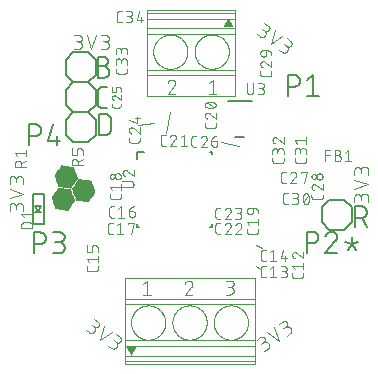
<source format=gbr>
G04 EAGLE Gerber RS-274X export*
G75*
%MOMM*%
%FSLAX34Y34*%
%LPD*%
%INSilkscreen Top*%
%IPPOS*%
%AMOC8*
5,1,8,0,0,1.08239X$1,22.5*%
G01*
%ADD10C,0.152400*%
%ADD11C,0.101600*%
%ADD12R,0.014731X0.014731*%
%ADD13R,0.147319X0.014731*%
%ADD14R,0.265175X0.014731*%
%ADD15R,0.383031X0.014731*%
%ADD16R,0.515619X0.014731*%
%ADD17R,0.633475X0.014731*%
%ADD18R,0.751331X0.014731*%
%ADD19R,0.883919X0.014731*%
%ADD20R,1.001775X0.014731*%
%ADD21R,1.119631X0.014731*%
%ADD22R,1.134363X0.014731*%
%ADD23R,1.149094X0.014731*%
%ADD24R,1.163825X0.014731*%
%ADD25R,1.178556X0.014731*%
%ADD26R,1.193288X0.014731*%
%ADD27R,1.222756X0.014731*%
%ADD28R,1.237488X0.014731*%
%ADD29R,1.266950X0.014731*%
%ADD30R,1.281681X0.014731*%
%ADD31R,1.311144X0.014731*%
%ADD32R,1.325881X0.014731*%
%ADD33R,1.355344X0.014731*%
%ADD34R,1.370075X0.014731*%
%ADD35R,1.384806X0.014731*%
%ADD36R,1.399538X0.014731*%
%ADD37R,1.414275X0.014731*%
%ADD38R,1.443738X0.014731*%
%ADD39R,1.458469X0.014731*%
%ADD40R,1.487931X0.014731*%
%ADD41R,1.502663X0.014731*%
%ADD42R,1.517394X0.014731*%
%ADD43R,1.532125X0.014731*%
%ADD44R,1.546856X0.014731*%
%ADD45R,1.576319X0.014731*%
%ADD46R,1.605788X0.014731*%
%ADD47R,1.620519X0.014731*%
%ADD48R,1.649981X0.014731*%
%ADD49R,1.664713X0.014731*%
%ADD50R,1.694175X0.014731*%
%ADD51R,1.708913X0.014731*%
%ADD52R,1.738375X0.014731*%
%ADD53R,1.753106X0.014731*%
%ADD54R,1.767838X0.014731*%
%ADD55R,1.782569X0.014731*%
%ADD56R,1.797306X0.014731*%
%ADD57R,0.117856X0.014731*%
%ADD58R,1.826769X0.014731*%
%ADD59R,0.235713X0.014731*%
%ADD60R,0.353569X0.014731*%
%ADD61R,1.856231X0.014731*%
%ADD62R,0.486156X0.014731*%
%ADD63R,1.870963X0.014731*%
%ADD64R,0.604013X0.014731*%
%ADD65R,0.721869X0.014731*%
%ADD66R,1.885694X0.014731*%
%ADD67R,0.839719X0.014731*%
%ADD68R,0.972306X0.014731*%
%ADD69R,1.090169X0.014731*%
%ADD70R,1.208025X0.014731*%
%ADD71R,1.252219X0.014731*%
%ADD72R,1.296412X0.014731*%
%ADD73R,1.340612X0.014731*%
%ADD74R,1.826763X0.014731*%
%ADD75R,1.414269X0.014731*%
%ADD76R,1.812031X0.014731*%
%ADD77R,1.429000X0.014731*%
%ADD78R,1.458462X0.014731*%
%ADD79R,1.473200X0.014731*%
%ADD80R,1.723644X0.014731*%
%ADD81R,1.694181X0.014731*%
%ADD82R,1.679450X0.014731*%
%ADD83R,1.561594X0.014731*%
%ADD84R,1.576325X0.014731*%
%ADD85R,1.591056X0.014731*%
%ADD86R,1.635250X0.014731*%
%ADD87R,1.561588X0.014731*%
%ADD88R,1.443731X0.014731*%
%ADD89R,1.797300X0.014731*%
%ADD90R,1.841500X0.014731*%
%ADD91R,1.311150X0.014731*%
%ADD92R,1.296419X0.014731*%
%ADD93R,1.193294X0.014731*%
%ADD94R,0.957575X0.014731*%
%ADD95R,0.589281X0.014731*%
%ADD96R,0.471425X0.014731*%
%ADD97R,0.220975X0.014731*%
%ADD98R,1.812038X0.014731*%
%ADD99R,0.103119X0.014731*%
%ADD100R,0.029463X0.014731*%
%ADD101R,0.162050X0.014731*%
%ADD102R,0.397763X0.014731*%
%ADD103R,0.648206X0.014731*%
%ADD104R,1.679444X0.014731*%
%ADD105R,1.016506X0.014731*%
%ADD106R,1.104900X0.014731*%
%ADD107R,1.222750X0.014731*%
%ADD108R,1.429006X0.014731*%
%ADD109R,1.208019X0.014731*%
%ADD110R,0.987044X0.014731*%
%ADD111R,0.854456X0.014731*%
%ADD112R,0.618744X0.014731*%
%ADD113R,0.500888X0.014731*%
%ADD114R,0.368300X0.014731*%
%ADD115R,0.132587X0.014731*%
%ADD116R,1.664719X0.014731*%
%ADD117R,1.075438X0.014731*%
%ADD118R,0.942844X0.014731*%
%ADD119R,0.707131X0.014731*%
%ADD120R,0.456694X0.014731*%
%ADD121R,0.088388X0.014731*%
%ADD122C,0.127000*%
%ADD123C,0.076200*%
%ADD124C,0.203200*%

G36*
X382702Y481462D02*
X382702Y481462D01*
X382724Y481460D01*
X382799Y481482D01*
X382877Y481497D01*
X382895Y481510D01*
X382916Y481516D01*
X382977Y481566D01*
X383042Y481610D01*
X383054Y481629D01*
X383072Y481643D01*
X383109Y481712D01*
X383152Y481778D01*
X383155Y481800D01*
X383166Y481819D01*
X383173Y481898D01*
X383187Y481975D01*
X383182Y481997D01*
X383184Y482019D01*
X383155Y482118D01*
X383144Y482171D01*
X383137Y482180D01*
X383134Y482192D01*
X379959Y488542D01*
X379917Y488595D01*
X379883Y488653D01*
X379856Y488673D01*
X379835Y488700D01*
X379777Y488733D01*
X379723Y488773D01*
X379690Y488781D01*
X379661Y488798D01*
X379594Y488805D01*
X379528Y488822D01*
X379495Y488817D01*
X379461Y488820D01*
X379397Y488801D01*
X379330Y488791D01*
X379301Y488773D01*
X379269Y488764D01*
X379217Y488721D01*
X379159Y488686D01*
X379137Y488657D01*
X379113Y488638D01*
X379090Y488594D01*
X379051Y488542D01*
X375876Y482192D01*
X375871Y482170D01*
X375858Y482152D01*
X375844Y482074D01*
X375824Y481998D01*
X375827Y481976D01*
X375823Y481955D01*
X375840Y481878D01*
X375850Y481800D01*
X375862Y481781D01*
X375866Y481759D01*
X375912Y481695D01*
X375952Y481627D01*
X375970Y481614D01*
X375982Y481596D01*
X376049Y481554D01*
X376112Y481507D01*
X376134Y481501D01*
X376153Y481490D01*
X376254Y481471D01*
X376307Y481458D01*
X376318Y481460D01*
X376330Y481458D01*
X382680Y481458D01*
X382702Y481462D01*
G37*
G36*
X297695Y203333D02*
X297695Y203333D01*
X297729Y203330D01*
X297794Y203349D01*
X297860Y203359D01*
X297889Y203377D01*
X297921Y203386D01*
X297973Y203429D01*
X298031Y203464D01*
X298053Y203493D01*
X298077Y203513D01*
X298100Y203556D01*
X298139Y203608D01*
X301314Y209958D01*
X301319Y209980D01*
X301332Y209998D01*
X301346Y210076D01*
X301366Y210152D01*
X301363Y210174D01*
X301367Y210195D01*
X301350Y210272D01*
X301340Y210350D01*
X301328Y210369D01*
X301324Y210391D01*
X301278Y210455D01*
X301238Y210523D01*
X301220Y210536D01*
X301208Y210554D01*
X301141Y210596D01*
X301078Y210643D01*
X301056Y210649D01*
X301037Y210660D01*
X300936Y210679D01*
X300883Y210692D01*
X300872Y210690D01*
X300860Y210692D01*
X294510Y210692D01*
X294488Y210688D01*
X294466Y210690D01*
X294391Y210668D01*
X294314Y210653D01*
X294295Y210640D01*
X294274Y210634D01*
X294213Y210584D01*
X294148Y210540D01*
X294136Y210521D01*
X294118Y210508D01*
X294081Y210438D01*
X294038Y210372D01*
X294035Y210350D01*
X294024Y210331D01*
X294017Y210252D01*
X294003Y210175D01*
X294008Y210153D01*
X294006Y210131D01*
X294035Y210032D01*
X294046Y209979D01*
X294053Y209970D01*
X294056Y209958D01*
X297231Y203608D01*
X297273Y203555D01*
X297307Y203497D01*
X297334Y203477D01*
X297355Y203450D01*
X297413Y203417D01*
X297467Y203377D01*
X297500Y203369D01*
X297530Y203352D01*
X297597Y203345D01*
X297662Y203328D01*
X297695Y203333D01*
G37*
D10*
X270406Y390449D02*
X270406Y408229D01*
X275345Y408229D01*
X275484Y408227D01*
X275622Y408221D01*
X275760Y408212D01*
X275898Y408198D01*
X276035Y408181D01*
X276172Y408159D01*
X276309Y408134D01*
X276444Y408105D01*
X276579Y408072D01*
X276712Y408036D01*
X276845Y407996D01*
X276976Y407952D01*
X277106Y407904D01*
X277235Y407853D01*
X277362Y407798D01*
X277488Y407740D01*
X277612Y407678D01*
X277734Y407613D01*
X277854Y407544D01*
X277973Y407472D01*
X278089Y407397D01*
X278203Y407318D01*
X278315Y407236D01*
X278424Y407151D01*
X278532Y407064D01*
X278636Y406973D01*
X278738Y406879D01*
X278837Y406782D01*
X278934Y406683D01*
X279028Y406581D01*
X279119Y406477D01*
X279206Y406369D01*
X279291Y406260D01*
X279373Y406148D01*
X279452Y406034D01*
X279527Y405918D01*
X279599Y405799D01*
X279668Y405679D01*
X279733Y405557D01*
X279795Y405433D01*
X279853Y405307D01*
X279908Y405180D01*
X279959Y405051D01*
X280007Y404921D01*
X280051Y404790D01*
X280091Y404657D01*
X280127Y404524D01*
X280160Y404389D01*
X280189Y404254D01*
X280214Y404117D01*
X280236Y403980D01*
X280253Y403843D01*
X280267Y403705D01*
X280276Y403567D01*
X280282Y403429D01*
X280284Y403290D01*
X280284Y395388D01*
X280282Y395249D01*
X280276Y395111D01*
X280267Y394973D01*
X280253Y394835D01*
X280236Y394698D01*
X280214Y394561D01*
X280189Y394424D01*
X280160Y394289D01*
X280127Y394154D01*
X280091Y394021D01*
X280051Y393888D01*
X280007Y393757D01*
X279959Y393627D01*
X279908Y393498D01*
X279853Y393371D01*
X279795Y393245D01*
X279733Y393121D01*
X279668Y392999D01*
X279599Y392879D01*
X279527Y392760D01*
X279452Y392644D01*
X279373Y392530D01*
X279291Y392418D01*
X279206Y392309D01*
X279119Y392201D01*
X279028Y392097D01*
X278934Y391995D01*
X278837Y391896D01*
X278738Y391799D01*
X278636Y391705D01*
X278532Y391614D01*
X278424Y391527D01*
X278315Y391442D01*
X278203Y391360D01*
X278089Y391281D01*
X277973Y391206D01*
X277854Y391134D01*
X277734Y391065D01*
X277612Y391000D01*
X277488Y390938D01*
X277362Y390880D01*
X277235Y390825D01*
X277106Y390774D01*
X276976Y390726D01*
X276845Y390682D01*
X276712Y390642D01*
X276579Y390606D01*
X276444Y390573D01*
X276309Y390544D01*
X276172Y390519D01*
X276035Y390497D01*
X275898Y390480D01*
X275760Y390466D01*
X275622Y390457D01*
X275484Y390451D01*
X275345Y390449D01*
X270406Y390449D01*
D11*
X403428Y475532D02*
X406086Y473670D01*
X406180Y473607D01*
X406276Y473547D01*
X406374Y473490D01*
X406474Y473437D01*
X406576Y473387D01*
X406680Y473341D01*
X406785Y473299D01*
X406891Y473260D01*
X406999Y473225D01*
X407108Y473194D01*
X407218Y473166D01*
X407329Y473143D01*
X407440Y473123D01*
X407552Y473107D01*
X407665Y473095D01*
X407778Y473087D01*
X407891Y473083D01*
X408005Y473083D01*
X408118Y473087D01*
X408231Y473095D01*
X408344Y473107D01*
X408456Y473123D01*
X408567Y473143D01*
X408678Y473166D01*
X408788Y473194D01*
X408897Y473225D01*
X409005Y473260D01*
X409111Y473299D01*
X409216Y473341D01*
X409320Y473387D01*
X409422Y473437D01*
X409522Y473490D01*
X409620Y473547D01*
X409716Y473607D01*
X409810Y473670D01*
X409901Y473737D01*
X409991Y473806D01*
X410078Y473879D01*
X410162Y473955D01*
X410243Y474034D01*
X410322Y474115D01*
X410398Y474199D01*
X410471Y474286D01*
X410540Y474376D01*
X410607Y474467D01*
X410670Y474561D01*
X410730Y474657D01*
X410787Y474755D01*
X410840Y474855D01*
X410890Y474957D01*
X410936Y475061D01*
X410978Y475166D01*
X411017Y475272D01*
X411052Y475380D01*
X411083Y475489D01*
X411111Y475599D01*
X411134Y475710D01*
X411154Y475821D01*
X411170Y475933D01*
X411182Y476046D01*
X411190Y476159D01*
X411194Y476272D01*
X411194Y476386D01*
X411190Y476499D01*
X411182Y476612D01*
X411170Y476725D01*
X411154Y476837D01*
X411134Y476948D01*
X411111Y477059D01*
X411083Y477169D01*
X411052Y477278D01*
X411017Y477386D01*
X410978Y477492D01*
X410936Y477597D01*
X410890Y477701D01*
X410840Y477803D01*
X410787Y477903D01*
X410730Y478001D01*
X410670Y478097D01*
X410607Y478191D01*
X410540Y478282D01*
X410471Y478372D01*
X410398Y478459D01*
X410322Y478543D01*
X410243Y478624D01*
X410162Y478703D01*
X410078Y478779D01*
X409991Y478852D01*
X409902Y478921D01*
X409810Y478988D01*
X413320Y482869D02*
X410129Y485103D01*
X413319Y482869D02*
X413400Y482809D01*
X413479Y482747D01*
X413556Y482681D01*
X413630Y482613D01*
X413701Y482542D01*
X413769Y482468D01*
X413835Y482391D01*
X413897Y482312D01*
X413957Y482231D01*
X414013Y482147D01*
X414066Y482062D01*
X414115Y481974D01*
X414161Y481885D01*
X414204Y481793D01*
X414243Y481700D01*
X414278Y481606D01*
X414310Y481511D01*
X414338Y481414D01*
X414362Y481316D01*
X414382Y481218D01*
X414399Y481118D01*
X414411Y481018D01*
X414420Y480918D01*
X414425Y480818D01*
X414426Y480717D01*
X414423Y480616D01*
X414416Y480516D01*
X414405Y480416D01*
X414391Y480316D01*
X414372Y480217D01*
X414350Y480119D01*
X414324Y480022D01*
X414294Y479925D01*
X414261Y479831D01*
X414224Y479737D01*
X414183Y479645D01*
X414138Y479554D01*
X414091Y479466D01*
X414039Y479379D01*
X413985Y479295D01*
X413927Y479212D01*
X413866Y479132D01*
X413802Y479054D01*
X413735Y478979D01*
X413666Y478906D01*
X413593Y478837D01*
X413518Y478770D01*
X413440Y478706D01*
X413360Y478645D01*
X413277Y478587D01*
X413193Y478533D01*
X413106Y478481D01*
X413018Y478434D01*
X412927Y478389D01*
X412835Y478348D01*
X412741Y478311D01*
X412647Y478278D01*
X412550Y478248D01*
X412453Y478222D01*
X412355Y478200D01*
X412256Y478181D01*
X412156Y478167D01*
X412056Y478156D01*
X411956Y478149D01*
X411855Y478146D01*
X411754Y478147D01*
X411654Y478152D01*
X411554Y478161D01*
X411454Y478173D01*
X411354Y478190D01*
X411256Y478210D01*
X411158Y478234D01*
X411061Y478262D01*
X410966Y478294D01*
X410872Y478329D01*
X410779Y478368D01*
X410687Y478411D01*
X410598Y478457D01*
X410510Y478506D01*
X410425Y478559D01*
X410341Y478615D01*
X408214Y480105D01*
X418960Y478919D02*
X415449Y467114D01*
X425341Y474452D01*
X422153Y462420D02*
X424812Y460558D01*
X424906Y460495D01*
X425002Y460435D01*
X425100Y460378D01*
X425200Y460325D01*
X425302Y460275D01*
X425406Y460229D01*
X425511Y460187D01*
X425617Y460148D01*
X425725Y460113D01*
X425834Y460082D01*
X425944Y460054D01*
X426055Y460031D01*
X426166Y460011D01*
X426278Y459995D01*
X426391Y459983D01*
X426504Y459975D01*
X426617Y459971D01*
X426731Y459971D01*
X426844Y459975D01*
X426957Y459983D01*
X427070Y459995D01*
X427182Y460011D01*
X427293Y460031D01*
X427404Y460054D01*
X427514Y460082D01*
X427623Y460113D01*
X427731Y460148D01*
X427837Y460187D01*
X427942Y460229D01*
X428046Y460275D01*
X428148Y460325D01*
X428248Y460378D01*
X428346Y460435D01*
X428442Y460495D01*
X428536Y460558D01*
X428627Y460625D01*
X428717Y460694D01*
X428804Y460767D01*
X428888Y460843D01*
X428969Y460922D01*
X429048Y461003D01*
X429124Y461087D01*
X429197Y461174D01*
X429266Y461264D01*
X429333Y461355D01*
X429396Y461449D01*
X429456Y461545D01*
X429513Y461643D01*
X429566Y461743D01*
X429616Y461845D01*
X429662Y461949D01*
X429704Y462054D01*
X429743Y462160D01*
X429778Y462268D01*
X429809Y462377D01*
X429837Y462487D01*
X429860Y462598D01*
X429880Y462709D01*
X429896Y462821D01*
X429908Y462934D01*
X429916Y463047D01*
X429920Y463160D01*
X429920Y463274D01*
X429916Y463387D01*
X429908Y463500D01*
X429896Y463613D01*
X429880Y463725D01*
X429860Y463836D01*
X429837Y463947D01*
X429809Y464057D01*
X429778Y464166D01*
X429743Y464274D01*
X429704Y464380D01*
X429662Y464485D01*
X429616Y464589D01*
X429566Y464691D01*
X429513Y464791D01*
X429456Y464889D01*
X429396Y464985D01*
X429333Y465079D01*
X429266Y465170D01*
X429197Y465260D01*
X429124Y465347D01*
X429048Y465431D01*
X428969Y465512D01*
X428888Y465591D01*
X428804Y465667D01*
X428717Y465740D01*
X428628Y465809D01*
X428536Y465876D01*
X432045Y469757D02*
X428855Y471991D01*
X432045Y469757D02*
X432126Y469697D01*
X432205Y469635D01*
X432282Y469569D01*
X432356Y469501D01*
X432427Y469430D01*
X432495Y469356D01*
X432561Y469279D01*
X432623Y469200D01*
X432683Y469119D01*
X432739Y469035D01*
X432792Y468950D01*
X432841Y468862D01*
X432887Y468773D01*
X432930Y468681D01*
X432969Y468588D01*
X433004Y468494D01*
X433036Y468399D01*
X433064Y468302D01*
X433088Y468204D01*
X433108Y468106D01*
X433125Y468006D01*
X433137Y467906D01*
X433146Y467806D01*
X433151Y467706D01*
X433152Y467605D01*
X433149Y467504D01*
X433142Y467404D01*
X433131Y467304D01*
X433117Y467204D01*
X433098Y467105D01*
X433076Y467007D01*
X433050Y466910D01*
X433020Y466813D01*
X432987Y466719D01*
X432950Y466625D01*
X432909Y466533D01*
X432864Y466442D01*
X432817Y466354D01*
X432765Y466267D01*
X432711Y466183D01*
X432653Y466100D01*
X432592Y466020D01*
X432528Y465942D01*
X432461Y465867D01*
X432392Y465794D01*
X432319Y465725D01*
X432244Y465658D01*
X432166Y465594D01*
X432086Y465533D01*
X432003Y465475D01*
X431919Y465421D01*
X431832Y465369D01*
X431744Y465322D01*
X431653Y465277D01*
X431561Y465236D01*
X431467Y465199D01*
X431373Y465166D01*
X431276Y465136D01*
X431179Y465110D01*
X431081Y465088D01*
X430982Y465069D01*
X430882Y465055D01*
X430782Y465044D01*
X430682Y465037D01*
X430581Y465034D01*
X430480Y465035D01*
X430380Y465040D01*
X430280Y465049D01*
X430180Y465061D01*
X430080Y465078D01*
X429982Y465098D01*
X429884Y465122D01*
X429787Y465150D01*
X429692Y465182D01*
X429598Y465217D01*
X429505Y465256D01*
X429413Y465299D01*
X429324Y465345D01*
X429236Y465394D01*
X429151Y465447D01*
X429067Y465503D01*
X426940Y466993D01*
X498036Y337151D02*
X498036Y333906D01*
X498036Y337151D02*
X498034Y337264D01*
X498028Y337377D01*
X498018Y337490D01*
X498004Y337603D01*
X497987Y337715D01*
X497965Y337826D01*
X497940Y337936D01*
X497910Y338046D01*
X497877Y338154D01*
X497840Y338261D01*
X497800Y338367D01*
X497755Y338471D01*
X497707Y338574D01*
X497656Y338675D01*
X497601Y338774D01*
X497543Y338871D01*
X497481Y338966D01*
X497416Y339059D01*
X497348Y339149D01*
X497277Y339237D01*
X497202Y339323D01*
X497125Y339406D01*
X497045Y339486D01*
X496962Y339563D01*
X496876Y339638D01*
X496788Y339709D01*
X496698Y339777D01*
X496605Y339842D01*
X496510Y339904D01*
X496413Y339962D01*
X496314Y340017D01*
X496213Y340068D01*
X496110Y340116D01*
X496006Y340161D01*
X495900Y340201D01*
X495793Y340238D01*
X495685Y340271D01*
X495575Y340301D01*
X495465Y340326D01*
X495354Y340348D01*
X495242Y340365D01*
X495129Y340379D01*
X495016Y340389D01*
X494903Y340395D01*
X494790Y340397D01*
X494677Y340395D01*
X494564Y340389D01*
X494451Y340379D01*
X494338Y340365D01*
X494226Y340348D01*
X494115Y340326D01*
X494005Y340301D01*
X493895Y340271D01*
X493787Y340238D01*
X493680Y340201D01*
X493574Y340161D01*
X493470Y340116D01*
X493367Y340068D01*
X493266Y340017D01*
X493167Y339962D01*
X493070Y339904D01*
X492975Y339842D01*
X492882Y339777D01*
X492792Y339709D01*
X492704Y339638D01*
X492618Y339563D01*
X492535Y339486D01*
X492455Y339406D01*
X492378Y339323D01*
X492303Y339237D01*
X492232Y339149D01*
X492164Y339059D01*
X492099Y338966D01*
X492037Y338871D01*
X491979Y338774D01*
X491924Y338675D01*
X491873Y338574D01*
X491825Y338471D01*
X491780Y338367D01*
X491740Y338261D01*
X491703Y338154D01*
X491670Y338046D01*
X491640Y337936D01*
X491615Y337826D01*
X491593Y337715D01*
X491576Y337603D01*
X491562Y337490D01*
X491552Y337377D01*
X491546Y337264D01*
X491544Y337151D01*
X486352Y337800D02*
X486352Y333906D01*
X486352Y337800D02*
X486354Y337901D01*
X486360Y338001D01*
X486370Y338101D01*
X486383Y338201D01*
X486401Y338300D01*
X486422Y338399D01*
X486447Y338496D01*
X486476Y338593D01*
X486509Y338688D01*
X486545Y338782D01*
X486585Y338874D01*
X486628Y338965D01*
X486675Y339054D01*
X486725Y339141D01*
X486779Y339227D01*
X486836Y339310D01*
X486896Y339390D01*
X486959Y339469D01*
X487026Y339545D01*
X487095Y339618D01*
X487167Y339688D01*
X487241Y339756D01*
X487318Y339821D01*
X487398Y339882D01*
X487480Y339941D01*
X487564Y339996D01*
X487650Y340048D01*
X487738Y340097D01*
X487828Y340142D01*
X487920Y340184D01*
X488013Y340222D01*
X488108Y340256D01*
X488203Y340287D01*
X488300Y340314D01*
X488398Y340337D01*
X488497Y340357D01*
X488597Y340372D01*
X488697Y340384D01*
X488797Y340392D01*
X488898Y340396D01*
X488998Y340396D01*
X489099Y340392D01*
X489199Y340384D01*
X489299Y340372D01*
X489399Y340357D01*
X489498Y340337D01*
X489596Y340314D01*
X489693Y340287D01*
X489788Y340256D01*
X489883Y340222D01*
X489976Y340184D01*
X490068Y340142D01*
X490158Y340097D01*
X490246Y340048D01*
X490332Y339996D01*
X490416Y339941D01*
X490498Y339882D01*
X490578Y339821D01*
X490655Y339756D01*
X490729Y339688D01*
X490801Y339618D01*
X490870Y339545D01*
X490937Y339469D01*
X491000Y339390D01*
X491060Y339310D01*
X491117Y339227D01*
X491171Y339141D01*
X491221Y339054D01*
X491268Y338965D01*
X491311Y338874D01*
X491351Y338782D01*
X491387Y338688D01*
X491420Y338593D01*
X491449Y338496D01*
X491474Y338399D01*
X491495Y338300D01*
X491513Y338201D01*
X491526Y338101D01*
X491536Y338001D01*
X491542Y337901D01*
X491544Y337800D01*
X491545Y337800D02*
X491545Y335204D01*
X486352Y344687D02*
X498036Y348581D01*
X486352Y352476D01*
X498036Y356766D02*
X498036Y360011D01*
X498034Y360124D01*
X498028Y360237D01*
X498018Y360350D01*
X498004Y360463D01*
X497987Y360575D01*
X497965Y360686D01*
X497940Y360796D01*
X497910Y360906D01*
X497877Y361014D01*
X497840Y361121D01*
X497800Y361227D01*
X497755Y361331D01*
X497707Y361434D01*
X497656Y361535D01*
X497601Y361634D01*
X497543Y361731D01*
X497481Y361826D01*
X497416Y361919D01*
X497348Y362009D01*
X497277Y362097D01*
X497202Y362183D01*
X497125Y362266D01*
X497045Y362346D01*
X496962Y362423D01*
X496876Y362498D01*
X496788Y362569D01*
X496698Y362637D01*
X496605Y362702D01*
X496510Y362764D01*
X496413Y362822D01*
X496314Y362877D01*
X496213Y362928D01*
X496110Y362976D01*
X496006Y363021D01*
X495900Y363061D01*
X495793Y363098D01*
X495685Y363131D01*
X495575Y363161D01*
X495465Y363186D01*
X495354Y363208D01*
X495242Y363225D01*
X495129Y363239D01*
X495016Y363249D01*
X494903Y363255D01*
X494790Y363257D01*
X494677Y363255D01*
X494564Y363249D01*
X494451Y363239D01*
X494338Y363225D01*
X494226Y363208D01*
X494115Y363186D01*
X494005Y363161D01*
X493895Y363131D01*
X493787Y363098D01*
X493680Y363061D01*
X493574Y363021D01*
X493470Y362976D01*
X493367Y362928D01*
X493266Y362877D01*
X493167Y362822D01*
X493070Y362764D01*
X492975Y362702D01*
X492882Y362637D01*
X492792Y362569D01*
X492704Y362498D01*
X492618Y362423D01*
X492535Y362346D01*
X492455Y362266D01*
X492378Y362183D01*
X492303Y362097D01*
X492232Y362009D01*
X492164Y361919D01*
X492099Y361826D01*
X492037Y361731D01*
X491979Y361634D01*
X491924Y361535D01*
X491873Y361434D01*
X491825Y361331D01*
X491780Y361227D01*
X491740Y361121D01*
X491703Y361014D01*
X491670Y360906D01*
X491640Y360796D01*
X491615Y360686D01*
X491593Y360575D01*
X491576Y360463D01*
X491562Y360350D01*
X491552Y360237D01*
X491546Y360124D01*
X491544Y360011D01*
X486352Y360660D02*
X486352Y356766D01*
X486352Y360660D02*
X486354Y360761D01*
X486360Y360861D01*
X486370Y360961D01*
X486383Y361061D01*
X486401Y361160D01*
X486422Y361259D01*
X486447Y361356D01*
X486476Y361453D01*
X486509Y361548D01*
X486545Y361642D01*
X486585Y361734D01*
X486628Y361825D01*
X486675Y361914D01*
X486725Y362001D01*
X486779Y362087D01*
X486836Y362170D01*
X486896Y362250D01*
X486959Y362329D01*
X487026Y362405D01*
X487095Y362478D01*
X487167Y362548D01*
X487241Y362616D01*
X487318Y362681D01*
X487398Y362742D01*
X487480Y362801D01*
X487564Y362856D01*
X487650Y362908D01*
X487738Y362957D01*
X487828Y363002D01*
X487920Y363044D01*
X488013Y363082D01*
X488108Y363116D01*
X488203Y363147D01*
X488300Y363174D01*
X488398Y363197D01*
X488497Y363217D01*
X488597Y363232D01*
X488697Y363244D01*
X488797Y363252D01*
X488898Y363256D01*
X488998Y363256D01*
X489099Y363252D01*
X489199Y363244D01*
X489299Y363232D01*
X489399Y363217D01*
X489498Y363197D01*
X489596Y363174D01*
X489693Y363147D01*
X489788Y363116D01*
X489883Y363082D01*
X489976Y363044D01*
X490068Y363002D01*
X490158Y362957D01*
X490246Y362908D01*
X490332Y362856D01*
X490416Y362801D01*
X490498Y362742D01*
X490578Y362681D01*
X490655Y362616D01*
X490729Y362548D01*
X490801Y362478D01*
X490870Y362405D01*
X490937Y362329D01*
X491000Y362250D01*
X491060Y362170D01*
X491117Y362087D01*
X491171Y362001D01*
X491221Y361914D01*
X491268Y361825D01*
X491311Y361734D01*
X491351Y361642D01*
X491387Y361548D01*
X491420Y361453D01*
X491449Y361356D01*
X491474Y361259D01*
X491495Y361160D01*
X491513Y361061D01*
X491526Y360961D01*
X491536Y360861D01*
X491542Y360761D01*
X491544Y360660D01*
X491545Y360660D02*
X491545Y358064D01*
X412788Y209159D02*
X410129Y207297D01*
X412788Y209158D02*
X412879Y209225D01*
X412969Y209294D01*
X413056Y209367D01*
X413140Y209443D01*
X413221Y209522D01*
X413300Y209603D01*
X413376Y209687D01*
X413449Y209774D01*
X413518Y209864D01*
X413585Y209955D01*
X413648Y210049D01*
X413708Y210145D01*
X413765Y210243D01*
X413818Y210343D01*
X413868Y210445D01*
X413914Y210549D01*
X413956Y210654D01*
X413995Y210760D01*
X414030Y210868D01*
X414061Y210977D01*
X414089Y211087D01*
X414112Y211198D01*
X414132Y211309D01*
X414148Y211421D01*
X414160Y211534D01*
X414168Y211647D01*
X414172Y211760D01*
X414172Y211874D01*
X414168Y211987D01*
X414160Y212100D01*
X414148Y212213D01*
X414132Y212325D01*
X414112Y212436D01*
X414089Y212547D01*
X414061Y212657D01*
X414030Y212766D01*
X413995Y212874D01*
X413956Y212980D01*
X413914Y213085D01*
X413868Y213189D01*
X413818Y213291D01*
X413765Y213391D01*
X413708Y213489D01*
X413648Y213585D01*
X413585Y213679D01*
X413518Y213770D01*
X413449Y213860D01*
X413376Y213947D01*
X413300Y214031D01*
X413221Y214112D01*
X413140Y214191D01*
X413056Y214267D01*
X412969Y214340D01*
X412880Y214409D01*
X412788Y214476D01*
X412694Y214539D01*
X412598Y214599D01*
X412500Y214656D01*
X412400Y214709D01*
X412298Y214759D01*
X412194Y214805D01*
X412089Y214847D01*
X411983Y214886D01*
X411875Y214921D01*
X411766Y214952D01*
X411656Y214980D01*
X411545Y215003D01*
X411434Y215023D01*
X411322Y215039D01*
X411209Y215051D01*
X411096Y215059D01*
X410983Y215063D01*
X410869Y215063D01*
X410756Y215059D01*
X410643Y215051D01*
X410530Y215039D01*
X410418Y215023D01*
X410307Y215003D01*
X410196Y214980D01*
X410086Y214952D01*
X409977Y214921D01*
X409869Y214886D01*
X409763Y214847D01*
X409658Y214805D01*
X409554Y214759D01*
X409452Y214709D01*
X409352Y214656D01*
X409254Y214599D01*
X409158Y214539D01*
X409064Y214476D01*
X406618Y219102D02*
X403428Y216868D01*
X406618Y219102D02*
X406702Y219158D01*
X406787Y219211D01*
X406875Y219260D01*
X406964Y219306D01*
X407056Y219349D01*
X407149Y219388D01*
X407243Y219423D01*
X407338Y219455D01*
X407435Y219483D01*
X407533Y219507D01*
X407631Y219527D01*
X407731Y219544D01*
X407831Y219556D01*
X407931Y219565D01*
X408032Y219570D01*
X408132Y219571D01*
X408233Y219568D01*
X408333Y219561D01*
X408433Y219550D01*
X408533Y219536D01*
X408632Y219517D01*
X408730Y219495D01*
X408827Y219469D01*
X408924Y219439D01*
X409019Y219406D01*
X409112Y219369D01*
X409204Y219328D01*
X409295Y219283D01*
X409383Y219236D01*
X409470Y219184D01*
X409554Y219130D01*
X409637Y219072D01*
X409717Y219011D01*
X409795Y218947D01*
X409870Y218880D01*
X409943Y218811D01*
X410012Y218738D01*
X410079Y218663D01*
X410143Y218585D01*
X410204Y218505D01*
X410262Y218422D01*
X410316Y218338D01*
X410368Y218251D01*
X410415Y218163D01*
X410460Y218072D01*
X410501Y217980D01*
X410538Y217886D01*
X410571Y217792D01*
X410601Y217695D01*
X410627Y217598D01*
X410649Y217500D01*
X410668Y217401D01*
X410682Y217301D01*
X410693Y217201D01*
X410700Y217101D01*
X410703Y217000D01*
X410702Y216900D01*
X410697Y216799D01*
X410688Y216699D01*
X410676Y216599D01*
X410659Y216499D01*
X410639Y216401D01*
X410615Y216303D01*
X410587Y216206D01*
X410555Y216111D01*
X410520Y216017D01*
X410481Y215924D01*
X410438Y215832D01*
X410392Y215743D01*
X410343Y215655D01*
X410290Y215570D01*
X410234Y215486D01*
X410174Y215405D01*
X410112Y215326D01*
X410046Y215249D01*
X409978Y215175D01*
X409907Y215104D01*
X409833Y215036D01*
X409756Y214970D01*
X409677Y214908D01*
X409596Y214848D01*
X407470Y213359D01*
X412259Y223052D02*
X422151Y215714D01*
X418639Y227519D01*
X428855Y220409D02*
X431514Y222270D01*
X431605Y222337D01*
X431695Y222406D01*
X431782Y222479D01*
X431866Y222555D01*
X431947Y222634D01*
X432026Y222715D01*
X432102Y222799D01*
X432175Y222886D01*
X432244Y222976D01*
X432311Y223067D01*
X432374Y223161D01*
X432434Y223257D01*
X432491Y223355D01*
X432544Y223455D01*
X432594Y223557D01*
X432640Y223661D01*
X432682Y223766D01*
X432721Y223872D01*
X432756Y223980D01*
X432787Y224089D01*
X432815Y224199D01*
X432838Y224310D01*
X432858Y224421D01*
X432874Y224533D01*
X432886Y224646D01*
X432894Y224759D01*
X432898Y224872D01*
X432898Y224986D01*
X432894Y225099D01*
X432886Y225212D01*
X432874Y225325D01*
X432858Y225437D01*
X432838Y225548D01*
X432815Y225659D01*
X432787Y225769D01*
X432756Y225878D01*
X432721Y225986D01*
X432682Y226092D01*
X432640Y226197D01*
X432594Y226301D01*
X432544Y226403D01*
X432491Y226503D01*
X432434Y226601D01*
X432374Y226697D01*
X432311Y226791D01*
X432244Y226882D01*
X432175Y226972D01*
X432102Y227059D01*
X432026Y227143D01*
X431947Y227224D01*
X431866Y227303D01*
X431782Y227379D01*
X431695Y227452D01*
X431606Y227521D01*
X431514Y227588D01*
X431420Y227651D01*
X431324Y227711D01*
X431226Y227768D01*
X431126Y227821D01*
X431024Y227871D01*
X430920Y227917D01*
X430815Y227959D01*
X430709Y227998D01*
X430601Y228033D01*
X430492Y228064D01*
X430382Y228092D01*
X430271Y228115D01*
X430160Y228135D01*
X430048Y228151D01*
X429935Y228163D01*
X429822Y228171D01*
X429709Y228175D01*
X429595Y228175D01*
X429482Y228171D01*
X429369Y228163D01*
X429256Y228151D01*
X429144Y228135D01*
X429033Y228115D01*
X428922Y228092D01*
X428812Y228064D01*
X428703Y228033D01*
X428595Y227998D01*
X428489Y227959D01*
X428384Y227917D01*
X428280Y227871D01*
X428178Y227821D01*
X428078Y227768D01*
X427980Y227711D01*
X427884Y227651D01*
X427790Y227588D01*
X425344Y232214D02*
X422153Y229980D01*
X425344Y232214D02*
X425428Y232270D01*
X425513Y232323D01*
X425601Y232372D01*
X425690Y232418D01*
X425782Y232461D01*
X425875Y232500D01*
X425969Y232535D01*
X426064Y232567D01*
X426161Y232595D01*
X426259Y232619D01*
X426357Y232639D01*
X426457Y232656D01*
X426557Y232668D01*
X426657Y232677D01*
X426758Y232682D01*
X426858Y232683D01*
X426959Y232680D01*
X427059Y232673D01*
X427159Y232662D01*
X427259Y232648D01*
X427358Y232629D01*
X427456Y232607D01*
X427553Y232581D01*
X427650Y232551D01*
X427745Y232518D01*
X427838Y232481D01*
X427930Y232440D01*
X428021Y232395D01*
X428109Y232348D01*
X428196Y232296D01*
X428280Y232242D01*
X428363Y232184D01*
X428443Y232123D01*
X428521Y232059D01*
X428596Y231992D01*
X428669Y231923D01*
X428738Y231850D01*
X428805Y231775D01*
X428869Y231697D01*
X428930Y231617D01*
X428988Y231534D01*
X429042Y231450D01*
X429094Y231363D01*
X429141Y231275D01*
X429186Y231184D01*
X429227Y231092D01*
X429264Y230998D01*
X429297Y230904D01*
X429327Y230807D01*
X429353Y230710D01*
X429375Y230612D01*
X429394Y230513D01*
X429408Y230413D01*
X429419Y230313D01*
X429426Y230213D01*
X429429Y230112D01*
X429428Y230012D01*
X429423Y229911D01*
X429414Y229811D01*
X429402Y229711D01*
X429385Y229611D01*
X429365Y229513D01*
X429341Y229415D01*
X429313Y229318D01*
X429281Y229223D01*
X429246Y229129D01*
X429207Y229036D01*
X429164Y228944D01*
X429118Y228855D01*
X429069Y228767D01*
X429016Y228682D01*
X428960Y228598D01*
X428900Y228517D01*
X428838Y228438D01*
X428772Y228361D01*
X428704Y228287D01*
X428633Y228216D01*
X428559Y228148D01*
X428482Y228082D01*
X428403Y228020D01*
X428322Y227960D01*
X426195Y226471D01*
X261680Y223064D02*
X259021Y224926D01*
X261680Y223064D02*
X261774Y223001D01*
X261870Y222941D01*
X261968Y222884D01*
X262068Y222831D01*
X262170Y222781D01*
X262274Y222735D01*
X262379Y222693D01*
X262485Y222654D01*
X262593Y222619D01*
X262702Y222588D01*
X262812Y222560D01*
X262923Y222537D01*
X263034Y222517D01*
X263146Y222501D01*
X263259Y222489D01*
X263372Y222481D01*
X263485Y222477D01*
X263599Y222477D01*
X263712Y222481D01*
X263825Y222489D01*
X263938Y222501D01*
X264050Y222517D01*
X264161Y222537D01*
X264272Y222560D01*
X264382Y222588D01*
X264491Y222619D01*
X264599Y222654D01*
X264705Y222693D01*
X264810Y222735D01*
X264914Y222781D01*
X265016Y222831D01*
X265116Y222884D01*
X265214Y222941D01*
X265310Y223001D01*
X265404Y223064D01*
X265495Y223131D01*
X265585Y223200D01*
X265672Y223273D01*
X265756Y223349D01*
X265837Y223428D01*
X265916Y223509D01*
X265992Y223593D01*
X266065Y223680D01*
X266134Y223770D01*
X266201Y223861D01*
X266264Y223955D01*
X266324Y224051D01*
X266381Y224149D01*
X266434Y224249D01*
X266484Y224351D01*
X266530Y224455D01*
X266572Y224560D01*
X266611Y224666D01*
X266646Y224774D01*
X266677Y224883D01*
X266705Y224993D01*
X266728Y225104D01*
X266748Y225215D01*
X266764Y225327D01*
X266776Y225440D01*
X266784Y225553D01*
X266788Y225666D01*
X266788Y225780D01*
X266784Y225893D01*
X266776Y226006D01*
X266764Y226119D01*
X266748Y226231D01*
X266728Y226342D01*
X266705Y226453D01*
X266677Y226563D01*
X266646Y226672D01*
X266611Y226780D01*
X266572Y226886D01*
X266530Y226991D01*
X266484Y227095D01*
X266434Y227197D01*
X266381Y227297D01*
X266324Y227395D01*
X266264Y227491D01*
X266201Y227585D01*
X266134Y227676D01*
X266065Y227766D01*
X265992Y227853D01*
X265916Y227937D01*
X265837Y228018D01*
X265756Y228097D01*
X265672Y228173D01*
X265585Y228246D01*
X265496Y228315D01*
X265404Y228382D01*
X268913Y232263D02*
X265723Y234497D01*
X268913Y232263D02*
X268994Y232203D01*
X269073Y232141D01*
X269150Y232075D01*
X269224Y232007D01*
X269295Y231936D01*
X269363Y231862D01*
X269429Y231785D01*
X269491Y231706D01*
X269551Y231625D01*
X269607Y231541D01*
X269660Y231456D01*
X269709Y231368D01*
X269755Y231279D01*
X269798Y231187D01*
X269837Y231094D01*
X269872Y231000D01*
X269904Y230905D01*
X269932Y230808D01*
X269956Y230710D01*
X269976Y230612D01*
X269993Y230512D01*
X270005Y230412D01*
X270014Y230312D01*
X270019Y230212D01*
X270020Y230111D01*
X270017Y230010D01*
X270010Y229910D01*
X269999Y229810D01*
X269985Y229710D01*
X269966Y229611D01*
X269944Y229513D01*
X269918Y229416D01*
X269888Y229319D01*
X269855Y229225D01*
X269818Y229131D01*
X269777Y229039D01*
X269732Y228948D01*
X269685Y228860D01*
X269633Y228773D01*
X269579Y228689D01*
X269521Y228606D01*
X269460Y228526D01*
X269396Y228448D01*
X269329Y228373D01*
X269260Y228300D01*
X269187Y228231D01*
X269112Y228164D01*
X269034Y228100D01*
X268954Y228039D01*
X268871Y227981D01*
X268787Y227927D01*
X268700Y227875D01*
X268612Y227828D01*
X268521Y227783D01*
X268429Y227742D01*
X268335Y227705D01*
X268241Y227672D01*
X268144Y227642D01*
X268047Y227616D01*
X267949Y227594D01*
X267850Y227575D01*
X267750Y227561D01*
X267650Y227550D01*
X267550Y227543D01*
X267449Y227540D01*
X267348Y227541D01*
X267248Y227546D01*
X267148Y227555D01*
X267048Y227567D01*
X266948Y227584D01*
X266850Y227604D01*
X266752Y227628D01*
X266655Y227656D01*
X266560Y227688D01*
X266466Y227723D01*
X266373Y227762D01*
X266281Y227805D01*
X266192Y227851D01*
X266104Y227900D01*
X266019Y227953D01*
X265935Y228009D01*
X263808Y229498D01*
X274554Y228313D02*
X271043Y216508D01*
X280935Y223845D01*
X277747Y211814D02*
X280406Y209952D01*
X280405Y209952D02*
X280499Y209889D01*
X280595Y209829D01*
X280693Y209772D01*
X280793Y209719D01*
X280895Y209669D01*
X280999Y209623D01*
X281104Y209581D01*
X281210Y209542D01*
X281318Y209507D01*
X281427Y209476D01*
X281537Y209448D01*
X281648Y209425D01*
X281759Y209405D01*
X281871Y209389D01*
X281984Y209377D01*
X282097Y209369D01*
X282210Y209365D01*
X282324Y209365D01*
X282437Y209369D01*
X282550Y209377D01*
X282663Y209389D01*
X282775Y209405D01*
X282886Y209425D01*
X282997Y209448D01*
X283107Y209476D01*
X283216Y209507D01*
X283324Y209542D01*
X283430Y209581D01*
X283535Y209623D01*
X283639Y209669D01*
X283741Y209719D01*
X283841Y209772D01*
X283939Y209829D01*
X284035Y209889D01*
X284129Y209952D01*
X284220Y210019D01*
X284310Y210088D01*
X284397Y210161D01*
X284481Y210237D01*
X284562Y210316D01*
X284641Y210397D01*
X284717Y210481D01*
X284790Y210568D01*
X284859Y210658D01*
X284926Y210749D01*
X284989Y210843D01*
X285049Y210939D01*
X285106Y211037D01*
X285159Y211137D01*
X285209Y211239D01*
X285255Y211343D01*
X285297Y211448D01*
X285336Y211554D01*
X285371Y211662D01*
X285402Y211771D01*
X285430Y211881D01*
X285453Y211992D01*
X285473Y212103D01*
X285489Y212215D01*
X285501Y212328D01*
X285509Y212441D01*
X285513Y212554D01*
X285513Y212668D01*
X285509Y212781D01*
X285501Y212894D01*
X285489Y213007D01*
X285473Y213119D01*
X285453Y213230D01*
X285430Y213341D01*
X285402Y213451D01*
X285371Y213560D01*
X285336Y213668D01*
X285297Y213774D01*
X285255Y213879D01*
X285209Y213983D01*
X285159Y214085D01*
X285106Y214185D01*
X285049Y214283D01*
X284989Y214379D01*
X284926Y214473D01*
X284859Y214564D01*
X284790Y214654D01*
X284717Y214741D01*
X284641Y214825D01*
X284562Y214906D01*
X284481Y214985D01*
X284397Y215061D01*
X284310Y215134D01*
X284221Y215203D01*
X284129Y215270D01*
X287639Y219151D02*
X284449Y221385D01*
X287639Y219151D02*
X287720Y219091D01*
X287799Y219029D01*
X287876Y218963D01*
X287950Y218895D01*
X288021Y218824D01*
X288089Y218750D01*
X288155Y218673D01*
X288217Y218594D01*
X288277Y218513D01*
X288333Y218429D01*
X288386Y218344D01*
X288435Y218256D01*
X288481Y218167D01*
X288524Y218075D01*
X288563Y217982D01*
X288598Y217888D01*
X288630Y217793D01*
X288658Y217696D01*
X288682Y217598D01*
X288702Y217500D01*
X288719Y217400D01*
X288731Y217300D01*
X288740Y217200D01*
X288745Y217100D01*
X288746Y216999D01*
X288743Y216898D01*
X288736Y216798D01*
X288725Y216698D01*
X288711Y216598D01*
X288692Y216499D01*
X288670Y216401D01*
X288644Y216304D01*
X288614Y216207D01*
X288581Y216113D01*
X288544Y216019D01*
X288503Y215927D01*
X288458Y215836D01*
X288411Y215748D01*
X288359Y215661D01*
X288305Y215577D01*
X288247Y215494D01*
X288186Y215414D01*
X288122Y215336D01*
X288055Y215261D01*
X287986Y215188D01*
X287913Y215119D01*
X287838Y215052D01*
X287760Y214988D01*
X287680Y214927D01*
X287597Y214869D01*
X287513Y214815D01*
X287426Y214763D01*
X287338Y214716D01*
X287247Y214671D01*
X287155Y214630D01*
X287061Y214593D01*
X286967Y214560D01*
X286870Y214530D01*
X286773Y214504D01*
X286675Y214482D01*
X286576Y214463D01*
X286476Y214449D01*
X286376Y214438D01*
X286276Y214431D01*
X286175Y214428D01*
X286074Y214429D01*
X285974Y214434D01*
X285874Y214443D01*
X285774Y214455D01*
X285674Y214472D01*
X285576Y214492D01*
X285478Y214516D01*
X285381Y214544D01*
X285286Y214576D01*
X285192Y214611D01*
X285099Y214650D01*
X285007Y214693D01*
X284918Y214739D01*
X284830Y214788D01*
X284745Y214841D01*
X284661Y214897D01*
X282534Y216386D01*
X206048Y325968D02*
X206048Y329214D01*
X206049Y329214D02*
X206047Y329327D01*
X206041Y329440D01*
X206031Y329553D01*
X206017Y329666D01*
X206000Y329778D01*
X205978Y329889D01*
X205953Y329999D01*
X205923Y330109D01*
X205890Y330217D01*
X205853Y330324D01*
X205813Y330430D01*
X205768Y330534D01*
X205720Y330637D01*
X205669Y330738D01*
X205614Y330837D01*
X205556Y330934D01*
X205494Y331029D01*
X205429Y331122D01*
X205361Y331212D01*
X205290Y331300D01*
X205215Y331386D01*
X205138Y331469D01*
X205058Y331549D01*
X204975Y331626D01*
X204889Y331701D01*
X204801Y331772D01*
X204711Y331840D01*
X204618Y331905D01*
X204523Y331967D01*
X204426Y332025D01*
X204327Y332080D01*
X204226Y332131D01*
X204123Y332179D01*
X204019Y332224D01*
X203913Y332264D01*
X203806Y332301D01*
X203698Y332334D01*
X203588Y332364D01*
X203478Y332389D01*
X203367Y332411D01*
X203255Y332428D01*
X203142Y332442D01*
X203029Y332452D01*
X202916Y332458D01*
X202803Y332460D01*
X202690Y332458D01*
X202577Y332452D01*
X202464Y332442D01*
X202351Y332428D01*
X202239Y332411D01*
X202128Y332389D01*
X202018Y332364D01*
X201908Y332334D01*
X201800Y332301D01*
X201693Y332264D01*
X201587Y332224D01*
X201483Y332179D01*
X201380Y332131D01*
X201279Y332080D01*
X201180Y332025D01*
X201083Y331967D01*
X200988Y331905D01*
X200895Y331840D01*
X200805Y331772D01*
X200717Y331701D01*
X200631Y331626D01*
X200548Y331549D01*
X200468Y331469D01*
X200391Y331386D01*
X200316Y331300D01*
X200245Y331212D01*
X200177Y331122D01*
X200112Y331029D01*
X200050Y330934D01*
X199992Y330837D01*
X199937Y330738D01*
X199886Y330637D01*
X199838Y330534D01*
X199793Y330430D01*
X199753Y330324D01*
X199716Y330217D01*
X199683Y330109D01*
X199653Y329999D01*
X199628Y329889D01*
X199606Y329778D01*
X199589Y329666D01*
X199575Y329553D01*
X199565Y329440D01*
X199559Y329327D01*
X199557Y329214D01*
X194364Y329863D02*
X194364Y325968D01*
X194365Y329863D02*
X194367Y329964D01*
X194373Y330064D01*
X194383Y330164D01*
X194396Y330264D01*
X194414Y330363D01*
X194435Y330462D01*
X194460Y330559D01*
X194489Y330656D01*
X194522Y330751D01*
X194558Y330845D01*
X194598Y330937D01*
X194641Y331028D01*
X194688Y331117D01*
X194738Y331204D01*
X194792Y331290D01*
X194849Y331373D01*
X194909Y331453D01*
X194972Y331532D01*
X195039Y331608D01*
X195108Y331681D01*
X195180Y331751D01*
X195254Y331819D01*
X195331Y331884D01*
X195411Y331945D01*
X195493Y332004D01*
X195577Y332059D01*
X195663Y332111D01*
X195751Y332160D01*
X195841Y332205D01*
X195933Y332247D01*
X196026Y332285D01*
X196121Y332319D01*
X196216Y332350D01*
X196313Y332377D01*
X196411Y332400D01*
X196510Y332420D01*
X196610Y332435D01*
X196710Y332447D01*
X196810Y332455D01*
X196911Y332459D01*
X197011Y332459D01*
X197112Y332455D01*
X197212Y332447D01*
X197312Y332435D01*
X197412Y332420D01*
X197511Y332400D01*
X197609Y332377D01*
X197706Y332350D01*
X197801Y332319D01*
X197896Y332285D01*
X197989Y332247D01*
X198081Y332205D01*
X198171Y332160D01*
X198259Y332111D01*
X198345Y332059D01*
X198429Y332004D01*
X198511Y331945D01*
X198591Y331884D01*
X198668Y331819D01*
X198742Y331751D01*
X198814Y331681D01*
X198883Y331608D01*
X198950Y331532D01*
X199013Y331453D01*
X199073Y331373D01*
X199130Y331290D01*
X199184Y331204D01*
X199234Y331117D01*
X199281Y331028D01*
X199324Y330937D01*
X199364Y330845D01*
X199400Y330751D01*
X199433Y330656D01*
X199462Y330559D01*
X199487Y330462D01*
X199508Y330363D01*
X199526Y330264D01*
X199539Y330164D01*
X199549Y330064D01*
X199555Y329964D01*
X199557Y329863D01*
X199557Y327266D01*
X194364Y336749D02*
X206048Y340644D01*
X194364Y344538D01*
X206048Y348828D02*
X206048Y352074D01*
X206049Y352074D02*
X206047Y352187D01*
X206041Y352300D01*
X206031Y352413D01*
X206017Y352526D01*
X206000Y352638D01*
X205978Y352749D01*
X205953Y352859D01*
X205923Y352969D01*
X205890Y353077D01*
X205853Y353184D01*
X205813Y353290D01*
X205768Y353394D01*
X205720Y353497D01*
X205669Y353598D01*
X205614Y353697D01*
X205556Y353794D01*
X205494Y353889D01*
X205429Y353982D01*
X205361Y354072D01*
X205290Y354160D01*
X205215Y354246D01*
X205138Y354329D01*
X205058Y354409D01*
X204975Y354486D01*
X204889Y354561D01*
X204801Y354632D01*
X204711Y354700D01*
X204618Y354765D01*
X204523Y354827D01*
X204426Y354885D01*
X204327Y354940D01*
X204226Y354991D01*
X204123Y355039D01*
X204019Y355084D01*
X203913Y355124D01*
X203806Y355161D01*
X203698Y355194D01*
X203588Y355224D01*
X203478Y355249D01*
X203367Y355271D01*
X203255Y355288D01*
X203142Y355302D01*
X203029Y355312D01*
X202916Y355318D01*
X202803Y355320D01*
X202690Y355318D01*
X202577Y355312D01*
X202464Y355302D01*
X202351Y355288D01*
X202239Y355271D01*
X202128Y355249D01*
X202018Y355224D01*
X201908Y355194D01*
X201800Y355161D01*
X201693Y355124D01*
X201587Y355084D01*
X201483Y355039D01*
X201380Y354991D01*
X201279Y354940D01*
X201180Y354885D01*
X201083Y354827D01*
X200988Y354765D01*
X200895Y354700D01*
X200805Y354632D01*
X200717Y354561D01*
X200631Y354486D01*
X200548Y354409D01*
X200468Y354329D01*
X200391Y354246D01*
X200316Y354160D01*
X200245Y354072D01*
X200177Y353982D01*
X200112Y353889D01*
X200050Y353794D01*
X199992Y353697D01*
X199937Y353598D01*
X199886Y353497D01*
X199838Y353394D01*
X199793Y353290D01*
X199753Y353184D01*
X199716Y353077D01*
X199683Y352969D01*
X199653Y352859D01*
X199628Y352749D01*
X199606Y352638D01*
X199589Y352526D01*
X199575Y352413D01*
X199565Y352300D01*
X199559Y352187D01*
X199557Y352074D01*
X194364Y352723D02*
X194364Y348828D01*
X194365Y352723D02*
X194367Y352824D01*
X194373Y352924D01*
X194383Y353024D01*
X194396Y353124D01*
X194414Y353223D01*
X194435Y353322D01*
X194460Y353419D01*
X194489Y353516D01*
X194522Y353611D01*
X194558Y353705D01*
X194598Y353797D01*
X194641Y353888D01*
X194688Y353977D01*
X194738Y354064D01*
X194792Y354150D01*
X194849Y354233D01*
X194909Y354313D01*
X194972Y354392D01*
X195039Y354468D01*
X195108Y354541D01*
X195180Y354611D01*
X195254Y354679D01*
X195331Y354744D01*
X195411Y354805D01*
X195493Y354864D01*
X195577Y354919D01*
X195663Y354971D01*
X195751Y355020D01*
X195841Y355065D01*
X195933Y355107D01*
X196026Y355145D01*
X196121Y355179D01*
X196216Y355210D01*
X196313Y355237D01*
X196411Y355260D01*
X196510Y355280D01*
X196610Y355295D01*
X196710Y355307D01*
X196810Y355315D01*
X196911Y355319D01*
X197011Y355319D01*
X197112Y355315D01*
X197212Y355307D01*
X197312Y355295D01*
X197412Y355280D01*
X197511Y355260D01*
X197609Y355237D01*
X197706Y355210D01*
X197801Y355179D01*
X197896Y355145D01*
X197989Y355107D01*
X198081Y355065D01*
X198171Y355020D01*
X198259Y354971D01*
X198345Y354919D01*
X198429Y354864D01*
X198511Y354805D01*
X198591Y354744D01*
X198668Y354679D01*
X198742Y354611D01*
X198814Y354541D01*
X198883Y354468D01*
X198950Y354392D01*
X199013Y354313D01*
X199073Y354233D01*
X199130Y354150D01*
X199184Y354064D01*
X199234Y353977D01*
X199281Y353888D01*
X199324Y353797D01*
X199364Y353705D01*
X199400Y353611D01*
X199433Y353516D01*
X199462Y353419D01*
X199487Y353322D01*
X199508Y353223D01*
X199526Y353124D01*
X199539Y353024D01*
X199549Y352924D01*
X199555Y352824D01*
X199557Y352723D01*
X199557Y350126D01*
D10*
X430394Y423320D02*
X430394Y441100D01*
X435333Y441100D01*
X435473Y441098D01*
X435612Y441092D01*
X435752Y441082D01*
X435891Y441068D01*
X436030Y441051D01*
X436168Y441029D01*
X436305Y441003D01*
X436442Y440974D01*
X436578Y440941D01*
X436712Y440904D01*
X436846Y440863D01*
X436978Y440818D01*
X437110Y440769D01*
X437239Y440717D01*
X437367Y440662D01*
X437494Y440602D01*
X437619Y440539D01*
X437742Y440473D01*
X437863Y440403D01*
X437982Y440330D01*
X438099Y440253D01*
X438213Y440173D01*
X438326Y440090D01*
X438436Y440004D01*
X438543Y439914D01*
X438648Y439822D01*
X438750Y439727D01*
X438850Y439629D01*
X438947Y439528D01*
X439041Y439424D01*
X439131Y439318D01*
X439219Y439209D01*
X439304Y439098D01*
X439385Y438984D01*
X439464Y438869D01*
X439539Y438751D01*
X439610Y438631D01*
X439678Y438508D01*
X439743Y438385D01*
X439804Y438259D01*
X439862Y438131D01*
X439916Y438003D01*
X439966Y437872D01*
X440013Y437740D01*
X440056Y437607D01*
X440095Y437473D01*
X440130Y437338D01*
X440161Y437202D01*
X440189Y437064D01*
X440212Y436927D01*
X440232Y436788D01*
X440248Y436649D01*
X440260Y436510D01*
X440268Y436371D01*
X440272Y436231D01*
X440272Y436091D01*
X440268Y435951D01*
X440260Y435812D01*
X440248Y435673D01*
X440232Y435534D01*
X440212Y435395D01*
X440189Y435258D01*
X440161Y435120D01*
X440130Y434984D01*
X440095Y434849D01*
X440056Y434715D01*
X440013Y434582D01*
X439966Y434450D01*
X439916Y434319D01*
X439862Y434191D01*
X439804Y434063D01*
X439743Y433937D01*
X439678Y433814D01*
X439610Y433692D01*
X439539Y433571D01*
X439464Y433453D01*
X439385Y433338D01*
X439304Y433224D01*
X439219Y433113D01*
X439131Y433004D01*
X439041Y432898D01*
X438947Y432794D01*
X438850Y432693D01*
X438750Y432595D01*
X438648Y432500D01*
X438543Y432408D01*
X438436Y432318D01*
X438326Y432232D01*
X438213Y432149D01*
X438099Y432069D01*
X437982Y431992D01*
X437863Y431919D01*
X437742Y431849D01*
X437619Y431783D01*
X437494Y431720D01*
X437367Y431660D01*
X437239Y431605D01*
X437110Y431553D01*
X436978Y431504D01*
X436846Y431459D01*
X436712Y431418D01*
X436578Y431381D01*
X436442Y431348D01*
X436305Y431319D01*
X436168Y431293D01*
X436030Y431271D01*
X435891Y431254D01*
X435752Y431240D01*
X435612Y431230D01*
X435473Y431224D01*
X435333Y431222D01*
X430394Y431222D01*
X446389Y437149D02*
X451328Y441100D01*
X451328Y423320D01*
X456266Y423320D02*
X446389Y423320D01*
X445826Y308463D02*
X445826Y290683D01*
X445826Y308463D02*
X450764Y308463D01*
X450904Y308461D01*
X451043Y308455D01*
X451183Y308445D01*
X451322Y308431D01*
X451461Y308414D01*
X451599Y308392D01*
X451736Y308366D01*
X451873Y308337D01*
X452009Y308304D01*
X452143Y308267D01*
X452277Y308226D01*
X452409Y308181D01*
X452541Y308132D01*
X452670Y308080D01*
X452798Y308025D01*
X452925Y307965D01*
X453050Y307902D01*
X453173Y307836D01*
X453294Y307766D01*
X453413Y307693D01*
X453530Y307616D01*
X453644Y307536D01*
X453757Y307453D01*
X453867Y307367D01*
X453974Y307277D01*
X454079Y307185D01*
X454181Y307090D01*
X454281Y306992D01*
X454378Y306891D01*
X454472Y306787D01*
X454562Y306681D01*
X454650Y306572D01*
X454735Y306461D01*
X454816Y306347D01*
X454895Y306232D01*
X454970Y306114D01*
X455041Y305994D01*
X455109Y305871D01*
X455174Y305748D01*
X455235Y305622D01*
X455293Y305494D01*
X455347Y305366D01*
X455397Y305235D01*
X455444Y305103D01*
X455487Y304970D01*
X455526Y304836D01*
X455561Y304701D01*
X455592Y304565D01*
X455620Y304427D01*
X455643Y304290D01*
X455663Y304151D01*
X455679Y304012D01*
X455691Y303873D01*
X455699Y303734D01*
X455703Y303594D01*
X455703Y303454D01*
X455699Y303314D01*
X455691Y303175D01*
X455679Y303036D01*
X455663Y302897D01*
X455643Y302758D01*
X455620Y302621D01*
X455592Y302483D01*
X455561Y302347D01*
X455526Y302212D01*
X455487Y302078D01*
X455444Y301945D01*
X455397Y301813D01*
X455347Y301682D01*
X455293Y301554D01*
X455235Y301426D01*
X455174Y301300D01*
X455109Y301177D01*
X455041Y301055D01*
X454970Y300934D01*
X454895Y300816D01*
X454816Y300701D01*
X454735Y300587D01*
X454650Y300476D01*
X454562Y300367D01*
X454472Y300261D01*
X454378Y300157D01*
X454281Y300056D01*
X454181Y299958D01*
X454079Y299863D01*
X453974Y299771D01*
X453867Y299681D01*
X453757Y299595D01*
X453644Y299512D01*
X453530Y299432D01*
X453413Y299355D01*
X453294Y299282D01*
X453173Y299212D01*
X453050Y299146D01*
X452925Y299083D01*
X452798Y299023D01*
X452670Y298968D01*
X452541Y298916D01*
X452409Y298867D01*
X452277Y298822D01*
X452143Y298781D01*
X452009Y298744D01*
X451873Y298711D01*
X451736Y298682D01*
X451599Y298656D01*
X451461Y298634D01*
X451322Y298617D01*
X451183Y298603D01*
X451043Y298593D01*
X450904Y298587D01*
X450764Y298585D01*
X445826Y298585D01*
X467253Y308463D02*
X467385Y308461D01*
X467516Y308455D01*
X467648Y308445D01*
X467779Y308432D01*
X467909Y308414D01*
X468039Y308393D01*
X468169Y308368D01*
X468297Y308339D01*
X468425Y308306D01*
X468551Y308269D01*
X468677Y308229D01*
X468801Y308185D01*
X468924Y308137D01*
X469045Y308086D01*
X469165Y308031D01*
X469283Y307973D01*
X469399Y307911D01*
X469513Y307845D01*
X469626Y307777D01*
X469736Y307705D01*
X469844Y307630D01*
X469950Y307551D01*
X470054Y307470D01*
X470155Y307385D01*
X470253Y307298D01*
X470349Y307207D01*
X470442Y307114D01*
X470533Y307018D01*
X470620Y306920D01*
X470705Y306819D01*
X470786Y306715D01*
X470865Y306609D01*
X470940Y306501D01*
X471012Y306391D01*
X471080Y306278D01*
X471146Y306164D01*
X471208Y306048D01*
X471266Y305930D01*
X471321Y305810D01*
X471372Y305689D01*
X471420Y305566D01*
X471464Y305442D01*
X471504Y305316D01*
X471541Y305190D01*
X471574Y305062D01*
X471603Y304934D01*
X471628Y304804D01*
X471649Y304674D01*
X471667Y304544D01*
X471680Y304413D01*
X471690Y304281D01*
X471696Y304150D01*
X471698Y304018D01*
X467253Y308463D02*
X467103Y308461D01*
X466954Y308455D01*
X466805Y308445D01*
X466656Y308432D01*
X466507Y308414D01*
X466359Y308393D01*
X466211Y308367D01*
X466065Y308338D01*
X465919Y308305D01*
X465774Y308268D01*
X465630Y308227D01*
X465487Y308183D01*
X465345Y308135D01*
X465205Y308083D01*
X465066Y308028D01*
X464928Y307969D01*
X464793Y307906D01*
X464658Y307840D01*
X464526Y307770D01*
X464396Y307697D01*
X464267Y307620D01*
X464140Y307540D01*
X464016Y307457D01*
X463894Y307371D01*
X463774Y307281D01*
X463657Y307188D01*
X463542Y307093D01*
X463429Y306994D01*
X463319Y306892D01*
X463212Y306788D01*
X463108Y306681D01*
X463006Y306571D01*
X462908Y306458D01*
X462812Y306343D01*
X462720Y306225D01*
X462630Y306105D01*
X462544Y305983D01*
X462461Y305859D01*
X462381Y305732D01*
X462305Y305604D01*
X462232Y305473D01*
X462162Y305340D01*
X462096Y305206D01*
X462034Y305070D01*
X461975Y304933D01*
X461919Y304794D01*
X461868Y304653D01*
X461820Y304512D01*
X470216Y300561D02*
X470312Y300654D01*
X470404Y300750D01*
X470494Y300849D01*
X470581Y300950D01*
X470666Y301053D01*
X470747Y301158D01*
X470825Y301266D01*
X470900Y301376D01*
X470973Y301488D01*
X471042Y301602D01*
X471108Y301718D01*
X471170Y301836D01*
X471229Y301955D01*
X471285Y302076D01*
X471338Y302199D01*
X471387Y302323D01*
X471432Y302448D01*
X471475Y302575D01*
X471513Y302702D01*
X471548Y302831D01*
X471579Y302960D01*
X471607Y303091D01*
X471631Y303222D01*
X471652Y303354D01*
X471668Y303486D01*
X471681Y303619D01*
X471691Y303752D01*
X471696Y303885D01*
X471698Y304018D01*
X470217Y300560D02*
X461821Y290683D01*
X471698Y290683D01*
X484068Y297597D02*
X484068Y303524D01*
X484068Y297597D02*
X487525Y293152D01*
X484068Y297597D02*
X480611Y293152D01*
X484068Y297597D02*
X489501Y299573D01*
X484068Y297597D02*
X478635Y299573D01*
X215179Y307815D02*
X215179Y290035D01*
X215179Y307815D02*
X220118Y307815D01*
X220258Y307813D01*
X220397Y307807D01*
X220537Y307797D01*
X220676Y307783D01*
X220815Y307766D01*
X220953Y307744D01*
X221090Y307718D01*
X221227Y307689D01*
X221363Y307656D01*
X221497Y307619D01*
X221631Y307578D01*
X221763Y307533D01*
X221895Y307484D01*
X222024Y307432D01*
X222152Y307377D01*
X222279Y307317D01*
X222404Y307254D01*
X222527Y307188D01*
X222648Y307118D01*
X222767Y307045D01*
X222884Y306968D01*
X222998Y306888D01*
X223111Y306805D01*
X223221Y306719D01*
X223328Y306629D01*
X223433Y306537D01*
X223535Y306442D01*
X223635Y306344D01*
X223732Y306243D01*
X223826Y306139D01*
X223916Y306033D01*
X224004Y305924D01*
X224089Y305813D01*
X224170Y305699D01*
X224249Y305584D01*
X224324Y305466D01*
X224395Y305346D01*
X224463Y305223D01*
X224528Y305100D01*
X224589Y304974D01*
X224647Y304846D01*
X224701Y304718D01*
X224751Y304587D01*
X224798Y304455D01*
X224841Y304322D01*
X224880Y304188D01*
X224915Y304053D01*
X224946Y303917D01*
X224974Y303779D01*
X224997Y303642D01*
X225017Y303503D01*
X225033Y303364D01*
X225045Y303225D01*
X225053Y303086D01*
X225057Y302946D01*
X225057Y302806D01*
X225053Y302666D01*
X225045Y302527D01*
X225033Y302388D01*
X225017Y302249D01*
X224997Y302110D01*
X224974Y301973D01*
X224946Y301835D01*
X224915Y301699D01*
X224880Y301564D01*
X224841Y301430D01*
X224798Y301297D01*
X224751Y301165D01*
X224701Y301034D01*
X224647Y300906D01*
X224589Y300778D01*
X224528Y300652D01*
X224463Y300529D01*
X224395Y300407D01*
X224324Y300286D01*
X224249Y300168D01*
X224170Y300053D01*
X224089Y299939D01*
X224004Y299828D01*
X223916Y299719D01*
X223826Y299613D01*
X223732Y299509D01*
X223635Y299408D01*
X223535Y299310D01*
X223433Y299215D01*
X223328Y299123D01*
X223221Y299033D01*
X223111Y298947D01*
X222998Y298864D01*
X222884Y298784D01*
X222767Y298707D01*
X222648Y298634D01*
X222527Y298564D01*
X222404Y298498D01*
X222279Y298435D01*
X222152Y298375D01*
X222024Y298320D01*
X221895Y298268D01*
X221763Y298219D01*
X221631Y298174D01*
X221497Y298133D01*
X221363Y298096D01*
X221227Y298063D01*
X221090Y298034D01*
X220953Y298008D01*
X220815Y297986D01*
X220676Y297969D01*
X220537Y297955D01*
X220397Y297945D01*
X220258Y297939D01*
X220118Y297937D01*
X215179Y297937D01*
X231174Y290035D02*
X236113Y290035D01*
X236253Y290037D01*
X236392Y290043D01*
X236532Y290053D01*
X236671Y290067D01*
X236810Y290084D01*
X236948Y290106D01*
X237085Y290132D01*
X237222Y290161D01*
X237358Y290194D01*
X237492Y290231D01*
X237626Y290272D01*
X237758Y290317D01*
X237890Y290366D01*
X238019Y290418D01*
X238147Y290473D01*
X238274Y290533D01*
X238399Y290596D01*
X238522Y290662D01*
X238643Y290732D01*
X238762Y290805D01*
X238879Y290882D01*
X238993Y290962D01*
X239106Y291045D01*
X239216Y291131D01*
X239323Y291221D01*
X239428Y291313D01*
X239530Y291408D01*
X239630Y291506D01*
X239727Y291607D01*
X239821Y291711D01*
X239911Y291817D01*
X239999Y291926D01*
X240084Y292037D01*
X240165Y292151D01*
X240244Y292266D01*
X240319Y292384D01*
X240390Y292505D01*
X240458Y292627D01*
X240523Y292750D01*
X240584Y292876D01*
X240642Y293004D01*
X240696Y293132D01*
X240746Y293263D01*
X240793Y293395D01*
X240836Y293528D01*
X240875Y293662D01*
X240910Y293797D01*
X240941Y293933D01*
X240969Y294071D01*
X240992Y294208D01*
X241012Y294347D01*
X241028Y294486D01*
X241040Y294625D01*
X241048Y294764D01*
X241052Y294904D01*
X241052Y295044D01*
X241048Y295184D01*
X241040Y295323D01*
X241028Y295462D01*
X241012Y295601D01*
X240992Y295740D01*
X240969Y295877D01*
X240941Y296015D01*
X240910Y296151D01*
X240875Y296286D01*
X240836Y296420D01*
X240793Y296553D01*
X240746Y296685D01*
X240696Y296816D01*
X240642Y296944D01*
X240584Y297072D01*
X240523Y297198D01*
X240458Y297321D01*
X240390Y297444D01*
X240319Y297564D01*
X240244Y297682D01*
X240165Y297797D01*
X240084Y297911D01*
X239999Y298022D01*
X239911Y298131D01*
X239821Y298237D01*
X239727Y298341D01*
X239630Y298442D01*
X239530Y298540D01*
X239428Y298635D01*
X239323Y298727D01*
X239216Y298817D01*
X239106Y298903D01*
X238993Y298986D01*
X238879Y299066D01*
X238762Y299143D01*
X238643Y299216D01*
X238522Y299286D01*
X238399Y299352D01*
X238274Y299415D01*
X238147Y299475D01*
X238019Y299530D01*
X237890Y299582D01*
X237758Y299631D01*
X237626Y299676D01*
X237492Y299717D01*
X237358Y299754D01*
X237222Y299787D01*
X237085Y299816D01*
X236948Y299842D01*
X236810Y299864D01*
X236671Y299881D01*
X236532Y299895D01*
X236392Y299905D01*
X236253Y299911D01*
X236113Y299913D01*
X237100Y307815D02*
X231174Y307815D01*
X237100Y307815D02*
X237224Y307813D01*
X237348Y307807D01*
X237472Y307797D01*
X237595Y307784D01*
X237718Y307766D01*
X237840Y307745D01*
X237962Y307720D01*
X238083Y307691D01*
X238202Y307658D01*
X238321Y307622D01*
X238438Y307581D01*
X238554Y307538D01*
X238669Y307490D01*
X238782Y307439D01*
X238894Y307384D01*
X239003Y307326D01*
X239111Y307265D01*
X239217Y307200D01*
X239321Y307132D01*
X239422Y307060D01*
X239522Y306986D01*
X239618Y306908D01*
X239713Y306828D01*
X239805Y306744D01*
X239894Y306658D01*
X239980Y306569D01*
X240064Y306477D01*
X240144Y306382D01*
X240222Y306286D01*
X240296Y306186D01*
X240368Y306085D01*
X240436Y305981D01*
X240501Y305875D01*
X240562Y305767D01*
X240620Y305658D01*
X240675Y305546D01*
X240726Y305433D01*
X240774Y305318D01*
X240817Y305202D01*
X240858Y305085D01*
X240894Y304966D01*
X240927Y304847D01*
X240956Y304726D01*
X240981Y304604D01*
X241002Y304482D01*
X241020Y304359D01*
X241033Y304236D01*
X241043Y304112D01*
X241049Y303988D01*
X241051Y303864D01*
X241049Y303740D01*
X241043Y303616D01*
X241033Y303492D01*
X241020Y303369D01*
X241002Y303246D01*
X240981Y303124D01*
X240956Y303002D01*
X240927Y302881D01*
X240894Y302762D01*
X240858Y302643D01*
X240817Y302526D01*
X240774Y302410D01*
X240726Y302295D01*
X240675Y302182D01*
X240620Y302070D01*
X240562Y301961D01*
X240501Y301853D01*
X240436Y301747D01*
X240368Y301643D01*
X240296Y301542D01*
X240222Y301442D01*
X240144Y301346D01*
X240064Y301251D01*
X239980Y301159D01*
X239894Y301070D01*
X239805Y300984D01*
X239713Y300900D01*
X239618Y300820D01*
X239522Y300742D01*
X239422Y300668D01*
X239321Y300596D01*
X239217Y300528D01*
X239111Y300463D01*
X239003Y300402D01*
X238894Y300344D01*
X238782Y300289D01*
X238669Y300238D01*
X238554Y300190D01*
X238438Y300147D01*
X238321Y300106D01*
X238202Y300070D01*
X238083Y300037D01*
X237962Y300008D01*
X237840Y299983D01*
X237718Y299962D01*
X237595Y299944D01*
X237472Y299931D01*
X237348Y299921D01*
X237224Y299915D01*
X237100Y299913D01*
X233149Y299913D01*
X211183Y381600D02*
X211183Y399380D01*
X216122Y399380D01*
X216262Y399378D01*
X216401Y399372D01*
X216541Y399362D01*
X216680Y399348D01*
X216819Y399331D01*
X216957Y399309D01*
X217094Y399283D01*
X217231Y399254D01*
X217367Y399221D01*
X217501Y399184D01*
X217635Y399143D01*
X217767Y399098D01*
X217899Y399049D01*
X218028Y398997D01*
X218156Y398942D01*
X218283Y398882D01*
X218408Y398819D01*
X218531Y398753D01*
X218652Y398683D01*
X218771Y398610D01*
X218888Y398533D01*
X219002Y398453D01*
X219115Y398370D01*
X219225Y398284D01*
X219332Y398194D01*
X219437Y398102D01*
X219539Y398007D01*
X219639Y397909D01*
X219736Y397808D01*
X219830Y397704D01*
X219920Y397598D01*
X220008Y397489D01*
X220093Y397378D01*
X220174Y397264D01*
X220253Y397149D01*
X220328Y397031D01*
X220399Y396911D01*
X220467Y396788D01*
X220532Y396665D01*
X220593Y396539D01*
X220651Y396411D01*
X220705Y396283D01*
X220755Y396152D01*
X220802Y396020D01*
X220845Y395887D01*
X220884Y395753D01*
X220919Y395618D01*
X220950Y395482D01*
X220978Y395344D01*
X221001Y395207D01*
X221021Y395068D01*
X221037Y394929D01*
X221049Y394790D01*
X221057Y394651D01*
X221061Y394511D01*
X221061Y394371D01*
X221057Y394231D01*
X221049Y394092D01*
X221037Y393953D01*
X221021Y393814D01*
X221001Y393675D01*
X220978Y393538D01*
X220950Y393400D01*
X220919Y393264D01*
X220884Y393129D01*
X220845Y392995D01*
X220802Y392862D01*
X220755Y392730D01*
X220705Y392599D01*
X220651Y392471D01*
X220593Y392343D01*
X220532Y392217D01*
X220467Y392094D01*
X220399Y391972D01*
X220328Y391851D01*
X220253Y391733D01*
X220174Y391618D01*
X220093Y391504D01*
X220008Y391393D01*
X219920Y391284D01*
X219830Y391178D01*
X219736Y391074D01*
X219639Y390973D01*
X219539Y390875D01*
X219437Y390780D01*
X219332Y390688D01*
X219225Y390598D01*
X219115Y390512D01*
X219002Y390429D01*
X218888Y390349D01*
X218771Y390272D01*
X218652Y390199D01*
X218531Y390129D01*
X218408Y390063D01*
X218283Y390000D01*
X218156Y389940D01*
X218028Y389885D01*
X217899Y389833D01*
X217767Y389784D01*
X217635Y389739D01*
X217501Y389698D01*
X217367Y389661D01*
X217231Y389628D01*
X217094Y389599D01*
X216957Y389573D01*
X216819Y389551D01*
X216680Y389534D01*
X216541Y389520D01*
X216401Y389510D01*
X216262Y389504D01*
X216122Y389502D01*
X211183Y389502D01*
X227178Y385551D02*
X231129Y399380D01*
X227178Y385551D02*
X237056Y385551D01*
X234092Y389502D02*
X234092Y381600D01*
D12*
X243672Y325989D03*
D13*
X243157Y326136D03*
D14*
X242567Y326283D03*
D15*
X242126Y326431D03*
D16*
X241610Y326578D03*
D17*
X241168Y326725D03*
D18*
X240579Y326873D03*
D19*
X240063Y327020D03*
D20*
X239621Y327167D03*
D21*
X239179Y327315D03*
D22*
X239105Y327462D03*
D23*
X239179Y327609D03*
D24*
X239253Y327757D03*
D25*
X239179Y327904D03*
D26*
X239253Y328051D03*
D27*
X239253Y328198D03*
D28*
X239326Y328346D03*
X239326Y328493D03*
D29*
X239326Y328640D03*
D30*
X239400Y328788D03*
D31*
X239400Y328935D03*
X239400Y329082D03*
D32*
X239474Y329230D03*
D33*
X239474Y329377D03*
D34*
X239547Y329524D03*
D35*
X239474Y329672D03*
D36*
X239547Y329819D03*
D37*
X239621Y329966D03*
D38*
X239621Y330114D03*
X239621Y330261D03*
D39*
X239695Y330408D03*
D40*
X239695Y330556D03*
D41*
X239768Y330703D03*
D42*
X239695Y330850D03*
D43*
X239768Y330998D03*
D44*
X239842Y331145D03*
D45*
X239842Y331292D03*
X239842Y331440D03*
D46*
X239842Y331587D03*
D47*
X239916Y331734D03*
X239916Y331881D03*
D48*
X239916Y332029D03*
D49*
X239989Y332176D03*
D50*
X239989Y332323D03*
X239989Y332471D03*
D51*
X240063Y332618D03*
D52*
X240063Y332765D03*
D53*
X240137Y332913D03*
D54*
X240063Y333060D03*
D55*
X240137Y333207D03*
D56*
X240210Y333355D03*
D57*
X260688Y333355D03*
D58*
X240210Y333502D03*
D59*
X260099Y333502D03*
D58*
X240210Y333649D03*
D60*
X259657Y333649D03*
D61*
X240210Y333797D03*
D62*
X259141Y333797D03*
D63*
X240284Y333944D03*
D64*
X258699Y333944D03*
D63*
X240284Y334091D03*
D65*
X258110Y334091D03*
D66*
X240210Y334239D03*
D67*
X257668Y334239D03*
D66*
X240210Y334386D03*
D68*
X257152Y334386D03*
D63*
X240137Y334533D03*
D69*
X256710Y334533D03*
D66*
X240063Y334681D03*
D21*
X256563Y334681D03*
D66*
X240063Y334828D03*
D23*
X256563Y334828D03*
D66*
X239916Y334975D03*
D24*
X256637Y334975D03*
D66*
X239916Y335123D03*
D25*
X256710Y335123D03*
D63*
X239842Y335270D03*
D26*
X256637Y335270D03*
D66*
X239768Y335417D03*
D70*
X256710Y335417D03*
D66*
X239768Y335564D03*
D28*
X256710Y335564D03*
D66*
X239621Y335712D03*
D71*
X256784Y335712D03*
D66*
X239621Y335859D03*
D71*
X256784Y335859D03*
D63*
X239547Y336006D03*
D30*
X256784Y336006D03*
D66*
X239474Y336154D03*
D72*
X256858Y336154D03*
D66*
X239474Y336301D03*
D32*
X256858Y336301D03*
D66*
X239326Y336448D03*
D32*
X256858Y336448D03*
D66*
X239326Y336596D03*
D73*
X256931Y336596D03*
D63*
X239253Y336743D03*
D34*
X256931Y336743D03*
D61*
X239326Y336890D03*
D35*
X257005Y336890D03*
D61*
X239326Y337038D03*
D36*
X256931Y337038D03*
D74*
X239326Y337185D03*
D75*
X257005Y337185D03*
D76*
X239400Y337332D03*
D77*
X257078Y337332D03*
D55*
X239400Y337480D03*
D78*
X257078Y337480D03*
D55*
X239400Y337627D03*
D78*
X257078Y337627D03*
D54*
X239474Y337774D03*
D79*
X257152Y337774D03*
D52*
X239474Y337922D03*
D41*
X257152Y337922D03*
D80*
X239547Y338069D03*
D41*
X257152Y338069D03*
D51*
X239474Y338216D03*
D43*
X257152Y338216D03*
D81*
X239547Y338364D03*
D44*
X257226Y338364D03*
D82*
X239621Y338511D03*
D83*
X257299Y338511D03*
D48*
X239621Y338658D03*
D84*
X257226Y338658D03*
D48*
X239621Y338806D03*
D85*
X257299Y338806D03*
D86*
X239695Y338953D03*
D47*
X257299Y338953D03*
D46*
X239695Y339100D03*
D86*
X257373Y339100D03*
D46*
X239695Y339247D03*
D86*
X257373Y339247D03*
D84*
X239695Y339395D03*
D49*
X257373Y339395D03*
D87*
X239768Y339542D03*
D82*
X257447Y339542D03*
D44*
X239842Y339689D03*
D51*
X257447Y339689D03*
D43*
X239768Y339837D03*
D51*
X257447Y339837D03*
D42*
X239842Y339984D03*
D80*
X257520Y339984D03*
D40*
X239842Y340131D03*
D53*
X257520Y340131D03*
D79*
X239916Y340279D03*
D54*
X257594Y340279D03*
D79*
X239916Y340426D03*
D55*
X257520Y340426D03*
D88*
X239916Y340573D03*
D89*
X257594Y340573D03*
D77*
X239989Y340721D03*
D76*
X257668Y340721D03*
D36*
X239989Y340868D03*
D90*
X257668Y340868D03*
D36*
X239989Y341015D03*
D90*
X257668Y341015D03*
D35*
X240063Y341163D03*
D63*
X257668Y341163D03*
D33*
X240063Y341310D03*
D66*
X257741Y341310D03*
D73*
X240137Y341457D03*
D63*
X257668Y341457D03*
D32*
X240063Y341605D03*
D66*
X257594Y341605D03*
D91*
X240137Y341752D03*
D66*
X257594Y341752D03*
D92*
X240210Y341899D03*
D63*
X257520Y341899D03*
D29*
X240210Y342047D03*
D66*
X257447Y342047D03*
D29*
X240210Y342194D03*
D66*
X257447Y342194D03*
D71*
X240284Y342341D03*
D66*
X257299Y342341D03*
D27*
X240284Y342489D03*
D66*
X257299Y342489D03*
D70*
X240358Y342636D03*
D63*
X257226Y342636D03*
D93*
X240284Y342783D03*
D66*
X257152Y342783D03*
D25*
X240358Y342930D03*
D66*
X257152Y342930D03*
D24*
X240431Y343078D03*
D66*
X257005Y343078D03*
D23*
X240358Y343225D03*
D66*
X257005Y343225D03*
D22*
X240431Y343372D03*
D63*
X256931Y343372D03*
D69*
X240358Y343520D03*
D66*
X256858Y343520D03*
D94*
X239842Y343667D03*
D66*
X256858Y343667D03*
D67*
X239253Y343814D03*
D66*
X256710Y343814D03*
D65*
X238811Y343962D03*
D66*
X256710Y343962D03*
D95*
X238295Y344109D03*
D61*
X256710Y344109D03*
D96*
X237853Y344256D03*
D90*
X256784Y344256D03*
D60*
X237264Y344404D03*
D90*
X256784Y344404D03*
D97*
X236748Y344551D03*
D98*
X256784Y344551D03*
D99*
X236306Y344698D03*
D56*
X256858Y344698D03*
D100*
X246103Y344846D03*
D55*
X256784Y344846D03*
D101*
X245588Y344993D03*
D54*
X256858Y344993D03*
D14*
X245072Y345140D03*
D53*
X256931Y345140D03*
D102*
X244556Y345288D03*
D80*
X256931Y345288D03*
D16*
X244114Y345435D03*
D80*
X256931Y345435D03*
D103*
X243599Y345582D03*
D81*
X256931Y345582D03*
D18*
X243083Y345730D03*
D104*
X257005Y345730D03*
D19*
X242567Y345877D03*
D49*
X257078Y345877D03*
D105*
X242052Y346024D03*
D48*
X257005Y346024D03*
D106*
X241610Y346172D03*
D86*
X257078Y346172D03*
D22*
X241610Y346319D03*
D47*
X257152Y346319D03*
D23*
X241684Y346466D03*
D85*
X257152Y346466D03*
D24*
X241757Y346613D03*
D85*
X257152Y346613D03*
D25*
X241684Y346761D03*
D87*
X257152Y346761D03*
D26*
X241757Y346908D03*
D44*
X257226Y346908D03*
D107*
X241757Y347055D03*
D43*
X257299Y347055D03*
D28*
X241831Y347203D03*
D42*
X257226Y347203D03*
D28*
X241831Y347350D03*
D41*
X257299Y347350D03*
D29*
X241831Y347497D03*
D79*
X257299Y347497D03*
D30*
X241905Y347645D03*
D39*
X257373Y347645D03*
D31*
X241905Y347792D03*
D39*
X257373Y347792D03*
D31*
X241905Y347939D03*
D108*
X257373Y347939D03*
D32*
X241978Y348087D03*
D75*
X257447Y348087D03*
D33*
X241978Y348234D03*
D35*
X257447Y348234D03*
D34*
X242052Y348381D03*
D35*
X257447Y348381D03*
X241978Y348529D03*
D34*
X257520Y348529D03*
D36*
X242052Y348676D03*
D73*
X257520Y348676D03*
D75*
X242126Y348823D03*
D73*
X257520Y348823D03*
D38*
X242126Y348971D03*
D91*
X257520Y348971D03*
D38*
X242126Y349118D03*
D72*
X257594Y349118D03*
D79*
X242126Y349265D03*
D30*
X257668Y349265D03*
D40*
X242199Y349413D03*
D29*
X257594Y349413D03*
D41*
X242273Y349560D03*
D71*
X257668Y349560D03*
D42*
X242199Y349707D03*
D27*
X257668Y349707D03*
D43*
X242273Y349855D03*
D109*
X257741Y349855D03*
D87*
X242273Y350002D03*
D109*
X257741Y350002D03*
D45*
X242346Y350149D03*
D25*
X257741Y350149D03*
D45*
X242346Y350296D03*
D24*
X257815Y350296D03*
D46*
X242346Y350444D03*
D23*
X257889Y350444D03*
D47*
X242420Y350591D03*
D22*
X257815Y350591D03*
D47*
X242420Y350738D03*
D106*
X257815Y350738D03*
D48*
X242420Y350886D03*
D110*
X257373Y350886D03*
D49*
X242494Y351033D03*
D111*
X256858Y351033D03*
D50*
X242494Y351180D03*
D18*
X256342Y351180D03*
D50*
X242494Y351328D03*
D112*
X255826Y351328D03*
D51*
X242567Y351475D03*
D113*
X255384Y351475D03*
D52*
X242567Y351622D03*
D114*
X254869Y351622D03*
D53*
X242641Y351770D03*
D14*
X254353Y351770D03*
D54*
X242567Y351917D03*
D115*
X253837Y351917D03*
D55*
X242641Y352064D03*
D12*
X253395Y352064D03*
D56*
X242715Y352212D03*
D58*
X242715Y352359D03*
X242715Y352506D03*
D61*
X242715Y352654D03*
D63*
X242788Y352801D03*
X242788Y352948D03*
D66*
X242715Y353096D03*
X242715Y353243D03*
X242567Y353390D03*
X242567Y353538D03*
D63*
X242494Y353685D03*
D66*
X242420Y353832D03*
X242420Y353979D03*
X242273Y354127D03*
X242273Y354274D03*
D63*
X242199Y354421D03*
D66*
X242126Y354569D03*
X242126Y354716D03*
D63*
X242052Y354863D03*
D66*
X241978Y355011D03*
X241978Y355158D03*
X241831Y355305D03*
X241831Y355453D03*
D63*
X241757Y355600D03*
D61*
X241831Y355747D03*
X241831Y355895D03*
D74*
X241831Y356042D03*
D76*
X241905Y356189D03*
D55*
X241905Y356337D03*
X241905Y356484D03*
D54*
X241978Y356631D03*
D52*
X241978Y356779D03*
D80*
X242052Y356926D03*
D51*
X241978Y357073D03*
D81*
X242052Y357221D03*
D82*
X242126Y357368D03*
D116*
X242052Y357515D03*
D48*
X242126Y357662D03*
D47*
X242126Y357810D03*
D46*
X242199Y357957D03*
X242199Y358104D03*
D84*
X242199Y358252D03*
D87*
X242273Y358399D03*
D43*
X242273Y358546D03*
X242273Y358694D03*
D42*
X242346Y358841D03*
D40*
X242346Y358988D03*
D79*
X242420Y359136D03*
X242420Y359283D03*
D88*
X242420Y359430D03*
D77*
X242494Y359578D03*
D36*
X242494Y359725D03*
X242494Y359872D03*
D35*
X242567Y360020D03*
D33*
X242567Y360167D03*
D73*
X242641Y360314D03*
D32*
X242567Y360462D03*
D91*
X242641Y360609D03*
D92*
X242715Y360756D03*
D29*
X242715Y360904D03*
X242715Y361051D03*
D28*
X242715Y361198D03*
D27*
X242788Y361345D03*
D70*
X242862Y361493D03*
D93*
X242788Y361640D03*
D25*
X242862Y361787D03*
D23*
X242862Y361935D03*
X242862Y362082D03*
D22*
X242936Y362229D03*
D117*
X242788Y362377D03*
D118*
X242273Y362524D03*
D67*
X241757Y362671D03*
D119*
X241242Y362819D03*
D95*
X240800Y362966D03*
D120*
X240284Y363113D03*
D60*
X239768Y363261D03*
D97*
X239253Y363408D03*
D121*
X238737Y363555D03*
D11*
X402590Y297180D02*
X407670Y294640D01*
X402590Y279400D02*
X406400Y276860D01*
X316230Y400685D02*
X303371Y398463D01*
X327184Y391636D02*
X330518Y409416D01*
D10*
X487010Y329834D02*
X487010Y312054D01*
X487010Y329834D02*
X491949Y329834D01*
X492089Y329832D01*
X492228Y329826D01*
X492368Y329816D01*
X492507Y329802D01*
X492646Y329785D01*
X492784Y329763D01*
X492921Y329737D01*
X493058Y329708D01*
X493194Y329675D01*
X493328Y329638D01*
X493462Y329597D01*
X493594Y329552D01*
X493726Y329503D01*
X493855Y329451D01*
X493983Y329396D01*
X494110Y329336D01*
X494235Y329273D01*
X494358Y329207D01*
X494479Y329137D01*
X494598Y329064D01*
X494715Y328987D01*
X494829Y328907D01*
X494942Y328824D01*
X495052Y328738D01*
X495159Y328648D01*
X495264Y328556D01*
X495366Y328461D01*
X495466Y328363D01*
X495563Y328262D01*
X495657Y328158D01*
X495747Y328052D01*
X495835Y327943D01*
X495920Y327832D01*
X496001Y327718D01*
X496080Y327603D01*
X496155Y327485D01*
X496226Y327365D01*
X496294Y327242D01*
X496359Y327119D01*
X496420Y326993D01*
X496478Y326865D01*
X496532Y326737D01*
X496582Y326606D01*
X496629Y326474D01*
X496672Y326341D01*
X496711Y326207D01*
X496746Y326072D01*
X496777Y325936D01*
X496805Y325798D01*
X496828Y325661D01*
X496848Y325522D01*
X496864Y325383D01*
X496876Y325244D01*
X496884Y325105D01*
X496888Y324965D01*
X496888Y324825D01*
X496884Y324685D01*
X496876Y324546D01*
X496864Y324407D01*
X496848Y324268D01*
X496828Y324129D01*
X496805Y323992D01*
X496777Y323854D01*
X496746Y323718D01*
X496711Y323583D01*
X496672Y323449D01*
X496629Y323316D01*
X496582Y323184D01*
X496532Y323053D01*
X496478Y322925D01*
X496420Y322797D01*
X496359Y322671D01*
X496294Y322548D01*
X496226Y322426D01*
X496155Y322305D01*
X496080Y322187D01*
X496001Y322072D01*
X495920Y321958D01*
X495835Y321847D01*
X495747Y321738D01*
X495657Y321632D01*
X495563Y321528D01*
X495466Y321427D01*
X495366Y321329D01*
X495264Y321234D01*
X495159Y321142D01*
X495052Y321052D01*
X494942Y320966D01*
X494829Y320883D01*
X494715Y320803D01*
X494598Y320726D01*
X494479Y320653D01*
X494358Y320583D01*
X494235Y320517D01*
X494110Y320454D01*
X493983Y320394D01*
X493855Y320339D01*
X493726Y320287D01*
X493594Y320238D01*
X493462Y320193D01*
X493328Y320152D01*
X493194Y320115D01*
X493058Y320082D01*
X492921Y320053D01*
X492784Y320027D01*
X492646Y320005D01*
X492507Y319988D01*
X492368Y319974D01*
X492228Y319964D01*
X492089Y319958D01*
X491949Y319956D01*
X487010Y319956D01*
X492936Y319956D02*
X496887Y312054D01*
X276822Y413258D02*
X272871Y413258D01*
X272747Y413260D01*
X272623Y413266D01*
X272499Y413276D01*
X272376Y413289D01*
X272253Y413307D01*
X272131Y413328D01*
X272009Y413353D01*
X271888Y413382D01*
X271769Y413415D01*
X271650Y413451D01*
X271533Y413492D01*
X271417Y413535D01*
X271302Y413583D01*
X271189Y413634D01*
X271077Y413689D01*
X270968Y413747D01*
X270860Y413808D01*
X270754Y413873D01*
X270650Y413941D01*
X270549Y414013D01*
X270449Y414087D01*
X270353Y414165D01*
X270258Y414245D01*
X270166Y414329D01*
X270077Y414415D01*
X269991Y414504D01*
X269907Y414596D01*
X269827Y414691D01*
X269749Y414787D01*
X269675Y414887D01*
X269603Y414988D01*
X269535Y415092D01*
X269470Y415198D01*
X269409Y415306D01*
X269351Y415415D01*
X269296Y415527D01*
X269245Y415640D01*
X269197Y415755D01*
X269154Y415871D01*
X269113Y415988D01*
X269077Y416107D01*
X269044Y416226D01*
X269015Y416347D01*
X268990Y416469D01*
X268969Y416591D01*
X268951Y416714D01*
X268938Y416837D01*
X268928Y416961D01*
X268922Y417085D01*
X268920Y417209D01*
X268920Y427087D01*
X268922Y427211D01*
X268928Y427335D01*
X268938Y427459D01*
X268951Y427582D01*
X268969Y427705D01*
X268990Y427827D01*
X269015Y427949D01*
X269044Y428070D01*
X269077Y428189D01*
X269113Y428308D01*
X269154Y428425D01*
X269197Y428541D01*
X269245Y428656D01*
X269296Y428769D01*
X269351Y428881D01*
X269409Y428990D01*
X269470Y429098D01*
X269535Y429204D01*
X269603Y429308D01*
X269675Y429409D01*
X269749Y429509D01*
X269827Y429605D01*
X269907Y429700D01*
X269991Y429792D01*
X270077Y429881D01*
X270166Y429967D01*
X270258Y430051D01*
X270353Y430131D01*
X270449Y430209D01*
X270549Y430283D01*
X270650Y430355D01*
X270754Y430423D01*
X270860Y430488D01*
X270968Y430549D01*
X271077Y430607D01*
X271189Y430662D01*
X271302Y430713D01*
X271417Y430761D01*
X271533Y430804D01*
X271650Y430845D01*
X271769Y430881D01*
X271888Y430914D01*
X272009Y430943D01*
X272131Y430968D01*
X272253Y430989D01*
X272376Y431007D01*
X272499Y431020D01*
X272623Y431030D01*
X272747Y431036D01*
X272871Y431038D01*
X276822Y431038D01*
X273783Y448695D02*
X268844Y448695D01*
X273783Y448695D02*
X273923Y448693D01*
X274062Y448687D01*
X274202Y448677D01*
X274341Y448663D01*
X274480Y448646D01*
X274618Y448624D01*
X274755Y448598D01*
X274892Y448569D01*
X275028Y448536D01*
X275162Y448499D01*
X275296Y448458D01*
X275428Y448413D01*
X275560Y448364D01*
X275689Y448312D01*
X275817Y448257D01*
X275944Y448197D01*
X276069Y448134D01*
X276192Y448068D01*
X276313Y447998D01*
X276432Y447925D01*
X276549Y447848D01*
X276663Y447768D01*
X276776Y447685D01*
X276886Y447599D01*
X276993Y447509D01*
X277098Y447417D01*
X277200Y447322D01*
X277300Y447224D01*
X277397Y447123D01*
X277491Y447019D01*
X277581Y446913D01*
X277669Y446804D01*
X277754Y446693D01*
X277835Y446579D01*
X277914Y446464D01*
X277989Y446346D01*
X278060Y446226D01*
X278128Y446103D01*
X278193Y445980D01*
X278254Y445854D01*
X278312Y445726D01*
X278366Y445598D01*
X278416Y445467D01*
X278463Y445335D01*
X278506Y445202D01*
X278545Y445068D01*
X278580Y444933D01*
X278611Y444797D01*
X278639Y444659D01*
X278662Y444522D01*
X278682Y444383D01*
X278698Y444244D01*
X278710Y444105D01*
X278718Y443966D01*
X278722Y443826D01*
X278722Y443686D01*
X278718Y443546D01*
X278710Y443407D01*
X278698Y443268D01*
X278682Y443129D01*
X278662Y442990D01*
X278639Y442853D01*
X278611Y442715D01*
X278580Y442579D01*
X278545Y442444D01*
X278506Y442310D01*
X278463Y442177D01*
X278416Y442045D01*
X278366Y441914D01*
X278312Y441786D01*
X278254Y441658D01*
X278193Y441532D01*
X278128Y441409D01*
X278060Y441287D01*
X277989Y441166D01*
X277914Y441048D01*
X277835Y440933D01*
X277754Y440819D01*
X277669Y440708D01*
X277581Y440599D01*
X277491Y440493D01*
X277397Y440389D01*
X277300Y440288D01*
X277200Y440190D01*
X277098Y440095D01*
X276993Y440003D01*
X276886Y439913D01*
X276776Y439827D01*
X276663Y439744D01*
X276549Y439664D01*
X276432Y439587D01*
X276313Y439514D01*
X276192Y439444D01*
X276069Y439378D01*
X275944Y439315D01*
X275817Y439255D01*
X275689Y439200D01*
X275560Y439148D01*
X275428Y439099D01*
X275296Y439054D01*
X275162Y439013D01*
X275028Y438976D01*
X274892Y438943D01*
X274755Y438914D01*
X274618Y438888D01*
X274480Y438866D01*
X274341Y438849D01*
X274202Y438835D01*
X274062Y438825D01*
X273923Y438819D01*
X273783Y438817D01*
X268844Y438817D01*
X268844Y456597D01*
X273783Y456597D01*
X273907Y456595D01*
X274031Y456589D01*
X274155Y456579D01*
X274278Y456566D01*
X274401Y456548D01*
X274523Y456527D01*
X274645Y456502D01*
X274766Y456473D01*
X274885Y456440D01*
X275004Y456404D01*
X275121Y456363D01*
X275237Y456320D01*
X275352Y456272D01*
X275465Y456221D01*
X275577Y456166D01*
X275686Y456108D01*
X275794Y456047D01*
X275900Y455982D01*
X276004Y455914D01*
X276105Y455842D01*
X276205Y455768D01*
X276301Y455690D01*
X276396Y455610D01*
X276488Y455526D01*
X276577Y455440D01*
X276663Y455351D01*
X276747Y455259D01*
X276827Y455164D01*
X276905Y455068D01*
X276979Y454968D01*
X277051Y454867D01*
X277119Y454763D01*
X277184Y454657D01*
X277245Y454549D01*
X277303Y454440D01*
X277358Y454328D01*
X277409Y454215D01*
X277457Y454100D01*
X277500Y453984D01*
X277541Y453867D01*
X277577Y453748D01*
X277610Y453629D01*
X277639Y453508D01*
X277664Y453386D01*
X277685Y453264D01*
X277703Y453141D01*
X277716Y453018D01*
X277726Y452894D01*
X277732Y452770D01*
X277734Y452646D01*
X277732Y452522D01*
X277726Y452398D01*
X277716Y452274D01*
X277703Y452151D01*
X277685Y452028D01*
X277664Y451906D01*
X277639Y451784D01*
X277610Y451663D01*
X277577Y451544D01*
X277541Y451425D01*
X277500Y451308D01*
X277457Y451192D01*
X277409Y451077D01*
X277358Y450964D01*
X277303Y450852D01*
X277245Y450743D01*
X277184Y450635D01*
X277119Y450529D01*
X277051Y450425D01*
X276979Y450324D01*
X276905Y450224D01*
X276827Y450128D01*
X276747Y450033D01*
X276663Y449941D01*
X276577Y449852D01*
X276488Y449766D01*
X276396Y449682D01*
X276301Y449602D01*
X276205Y449524D01*
X276105Y449450D01*
X276004Y449378D01*
X275900Y449310D01*
X275794Y449245D01*
X275686Y449184D01*
X275577Y449126D01*
X275465Y449071D01*
X275352Y449020D01*
X275237Y448972D01*
X275121Y448929D01*
X275004Y448888D01*
X274885Y448852D01*
X274766Y448819D01*
X274645Y448790D01*
X274523Y448765D01*
X274401Y448744D01*
X274278Y448726D01*
X274155Y448713D01*
X274031Y448703D01*
X273907Y448697D01*
X273783Y448695D01*
D11*
X252256Y462893D02*
X249010Y462893D01*
X252256Y462893D02*
X252369Y462895D01*
X252482Y462901D01*
X252595Y462911D01*
X252708Y462925D01*
X252820Y462942D01*
X252931Y462964D01*
X253041Y462989D01*
X253151Y463019D01*
X253259Y463052D01*
X253366Y463089D01*
X253472Y463129D01*
X253576Y463174D01*
X253679Y463222D01*
X253780Y463273D01*
X253879Y463328D01*
X253976Y463386D01*
X254071Y463448D01*
X254164Y463513D01*
X254254Y463581D01*
X254342Y463652D01*
X254428Y463727D01*
X254511Y463804D01*
X254591Y463884D01*
X254668Y463967D01*
X254743Y464053D01*
X254814Y464141D01*
X254882Y464231D01*
X254947Y464324D01*
X255009Y464419D01*
X255067Y464516D01*
X255122Y464615D01*
X255173Y464716D01*
X255221Y464819D01*
X255266Y464923D01*
X255306Y465029D01*
X255343Y465136D01*
X255376Y465244D01*
X255406Y465354D01*
X255431Y465464D01*
X255453Y465575D01*
X255470Y465687D01*
X255484Y465800D01*
X255494Y465913D01*
X255500Y466026D01*
X255502Y466139D01*
X255500Y466252D01*
X255494Y466365D01*
X255484Y466478D01*
X255470Y466591D01*
X255453Y466703D01*
X255431Y466814D01*
X255406Y466924D01*
X255376Y467034D01*
X255343Y467142D01*
X255306Y467249D01*
X255266Y467355D01*
X255221Y467459D01*
X255173Y467562D01*
X255122Y467663D01*
X255067Y467762D01*
X255009Y467859D01*
X254947Y467954D01*
X254882Y468047D01*
X254814Y468137D01*
X254743Y468225D01*
X254668Y468311D01*
X254591Y468394D01*
X254511Y468474D01*
X254428Y468551D01*
X254342Y468626D01*
X254254Y468697D01*
X254164Y468765D01*
X254071Y468830D01*
X253976Y468892D01*
X253879Y468950D01*
X253780Y469005D01*
X253679Y469056D01*
X253576Y469104D01*
X253472Y469149D01*
X253366Y469189D01*
X253259Y469226D01*
X253151Y469259D01*
X253041Y469289D01*
X252931Y469314D01*
X252820Y469336D01*
X252708Y469353D01*
X252595Y469367D01*
X252482Y469377D01*
X252369Y469383D01*
X252256Y469385D01*
X252905Y474577D02*
X249010Y474577D01*
X252905Y474577D02*
X253006Y474575D01*
X253106Y474569D01*
X253206Y474559D01*
X253306Y474546D01*
X253405Y474528D01*
X253504Y474507D01*
X253601Y474482D01*
X253698Y474453D01*
X253793Y474420D01*
X253887Y474384D01*
X253979Y474344D01*
X254070Y474301D01*
X254159Y474254D01*
X254246Y474204D01*
X254332Y474150D01*
X254415Y474093D01*
X254495Y474033D01*
X254574Y473970D01*
X254650Y473903D01*
X254723Y473834D01*
X254793Y473762D01*
X254861Y473688D01*
X254926Y473611D01*
X254987Y473531D01*
X255046Y473449D01*
X255101Y473365D01*
X255153Y473279D01*
X255202Y473191D01*
X255247Y473101D01*
X255289Y473009D01*
X255327Y472916D01*
X255361Y472821D01*
X255392Y472726D01*
X255419Y472629D01*
X255442Y472531D01*
X255462Y472432D01*
X255477Y472332D01*
X255489Y472232D01*
X255497Y472132D01*
X255501Y472031D01*
X255501Y471931D01*
X255497Y471830D01*
X255489Y471730D01*
X255477Y471630D01*
X255462Y471530D01*
X255442Y471431D01*
X255419Y471333D01*
X255392Y471236D01*
X255361Y471141D01*
X255327Y471046D01*
X255289Y470953D01*
X255247Y470861D01*
X255202Y470771D01*
X255153Y470683D01*
X255101Y470597D01*
X255046Y470513D01*
X254987Y470431D01*
X254926Y470351D01*
X254861Y470274D01*
X254793Y470200D01*
X254723Y470128D01*
X254650Y470059D01*
X254574Y469992D01*
X254495Y469929D01*
X254415Y469869D01*
X254332Y469812D01*
X254246Y469758D01*
X254159Y469708D01*
X254070Y469661D01*
X253979Y469618D01*
X253887Y469578D01*
X253793Y469542D01*
X253698Y469509D01*
X253601Y469480D01*
X253504Y469455D01*
X253405Y469434D01*
X253306Y469416D01*
X253206Y469403D01*
X253106Y469393D01*
X253006Y469387D01*
X252905Y469385D01*
X252905Y469384D02*
X250308Y469384D01*
X259791Y474577D02*
X263686Y462893D01*
X267580Y474577D01*
X271870Y462893D02*
X275116Y462893D01*
X275229Y462895D01*
X275342Y462901D01*
X275455Y462911D01*
X275568Y462925D01*
X275680Y462942D01*
X275791Y462964D01*
X275901Y462989D01*
X276011Y463019D01*
X276119Y463052D01*
X276226Y463089D01*
X276332Y463129D01*
X276436Y463174D01*
X276539Y463222D01*
X276640Y463273D01*
X276739Y463328D01*
X276836Y463386D01*
X276931Y463448D01*
X277024Y463513D01*
X277114Y463581D01*
X277202Y463652D01*
X277288Y463727D01*
X277371Y463804D01*
X277451Y463884D01*
X277528Y463967D01*
X277603Y464053D01*
X277674Y464141D01*
X277742Y464231D01*
X277807Y464324D01*
X277869Y464419D01*
X277927Y464516D01*
X277982Y464615D01*
X278033Y464716D01*
X278081Y464819D01*
X278126Y464923D01*
X278166Y465029D01*
X278203Y465136D01*
X278236Y465244D01*
X278266Y465354D01*
X278291Y465464D01*
X278313Y465575D01*
X278330Y465687D01*
X278344Y465800D01*
X278354Y465913D01*
X278360Y466026D01*
X278362Y466139D01*
X278360Y466252D01*
X278354Y466365D01*
X278344Y466478D01*
X278330Y466591D01*
X278313Y466703D01*
X278291Y466814D01*
X278266Y466924D01*
X278236Y467034D01*
X278203Y467142D01*
X278166Y467249D01*
X278126Y467355D01*
X278081Y467459D01*
X278033Y467562D01*
X277982Y467663D01*
X277927Y467762D01*
X277869Y467859D01*
X277807Y467954D01*
X277742Y468047D01*
X277674Y468137D01*
X277603Y468225D01*
X277528Y468311D01*
X277451Y468394D01*
X277371Y468474D01*
X277288Y468551D01*
X277202Y468626D01*
X277114Y468697D01*
X277024Y468765D01*
X276931Y468830D01*
X276836Y468892D01*
X276739Y468950D01*
X276640Y469005D01*
X276539Y469056D01*
X276436Y469104D01*
X276332Y469149D01*
X276226Y469189D01*
X276119Y469226D01*
X276011Y469259D01*
X275901Y469289D01*
X275791Y469314D01*
X275680Y469336D01*
X275568Y469353D01*
X275455Y469367D01*
X275342Y469377D01*
X275229Y469383D01*
X275116Y469385D01*
X275765Y474577D02*
X271870Y474577D01*
X275765Y474577D02*
X275866Y474575D01*
X275966Y474569D01*
X276066Y474559D01*
X276166Y474546D01*
X276265Y474528D01*
X276364Y474507D01*
X276461Y474482D01*
X276558Y474453D01*
X276653Y474420D01*
X276747Y474384D01*
X276839Y474344D01*
X276930Y474301D01*
X277019Y474254D01*
X277106Y474204D01*
X277192Y474150D01*
X277275Y474093D01*
X277355Y474033D01*
X277434Y473970D01*
X277510Y473903D01*
X277583Y473834D01*
X277653Y473762D01*
X277721Y473688D01*
X277786Y473611D01*
X277847Y473531D01*
X277906Y473449D01*
X277961Y473365D01*
X278013Y473279D01*
X278062Y473191D01*
X278107Y473101D01*
X278149Y473009D01*
X278187Y472916D01*
X278221Y472821D01*
X278252Y472726D01*
X278279Y472629D01*
X278302Y472531D01*
X278322Y472432D01*
X278337Y472332D01*
X278349Y472232D01*
X278357Y472132D01*
X278361Y472031D01*
X278361Y471931D01*
X278357Y471830D01*
X278349Y471730D01*
X278337Y471630D01*
X278322Y471530D01*
X278302Y471431D01*
X278279Y471333D01*
X278252Y471236D01*
X278221Y471141D01*
X278187Y471046D01*
X278149Y470953D01*
X278107Y470861D01*
X278062Y470771D01*
X278013Y470683D01*
X277961Y470597D01*
X277906Y470513D01*
X277847Y470431D01*
X277786Y470351D01*
X277721Y470274D01*
X277653Y470200D01*
X277583Y470128D01*
X277510Y470059D01*
X277434Y469992D01*
X277355Y469929D01*
X277275Y469869D01*
X277192Y469812D01*
X277106Y469758D01*
X277019Y469708D01*
X276930Y469661D01*
X276839Y469618D01*
X276747Y469578D01*
X276653Y469542D01*
X276558Y469509D01*
X276461Y469480D01*
X276364Y469455D01*
X276265Y469434D01*
X276166Y469416D01*
X276066Y469403D01*
X275966Y469393D01*
X275866Y469387D01*
X275765Y469385D01*
X275765Y469384D02*
X273168Y469384D01*
X373221Y384175D02*
X388461Y380841D01*
D122*
X218789Y325206D02*
X216289Y325206D01*
X218789Y325206D02*
X221289Y325206D01*
X218789Y325206D02*
X216289Y330206D01*
X221289Y330206D02*
X218789Y325206D01*
X221289Y330206D02*
X216289Y330206D01*
X213789Y340206D02*
X223789Y340206D01*
X223789Y315206D01*
X213789Y315206D01*
X213789Y340206D01*
D123*
X213529Y311093D02*
X204131Y311093D01*
X204131Y313703D01*
X204133Y313803D01*
X204139Y313903D01*
X204148Y314002D01*
X204162Y314102D01*
X204179Y314200D01*
X204200Y314298D01*
X204224Y314395D01*
X204253Y314491D01*
X204285Y314586D01*
X204320Y314679D01*
X204359Y314771D01*
X204402Y314862D01*
X204448Y314950D01*
X204498Y315037D01*
X204550Y315122D01*
X204606Y315205D01*
X204665Y315286D01*
X204728Y315364D01*
X204793Y315440D01*
X204861Y315514D01*
X204931Y315584D01*
X205005Y315652D01*
X205081Y315717D01*
X205159Y315780D01*
X205240Y315839D01*
X205323Y315895D01*
X205408Y315947D01*
X205495Y315997D01*
X205583Y316043D01*
X205674Y316086D01*
X205766Y316125D01*
X205859Y316160D01*
X205954Y316192D01*
X206050Y316221D01*
X206147Y316245D01*
X206245Y316266D01*
X206343Y316283D01*
X206443Y316297D01*
X206542Y316306D01*
X206642Y316312D01*
X206742Y316314D01*
X210918Y316314D01*
X211018Y316312D01*
X211118Y316306D01*
X211217Y316297D01*
X211317Y316283D01*
X211415Y316266D01*
X211513Y316245D01*
X211610Y316221D01*
X211706Y316192D01*
X211801Y316160D01*
X211894Y316125D01*
X211986Y316086D01*
X212077Y316043D01*
X212165Y315997D01*
X212252Y315947D01*
X212337Y315895D01*
X212420Y315839D01*
X212501Y315780D01*
X212579Y315717D01*
X212655Y315652D01*
X212729Y315584D01*
X212799Y315514D01*
X212867Y315440D01*
X212932Y315364D01*
X212995Y315286D01*
X213054Y315205D01*
X213110Y315122D01*
X213162Y315037D01*
X213212Y314950D01*
X213258Y314862D01*
X213301Y314771D01*
X213340Y314679D01*
X213375Y314586D01*
X213407Y314491D01*
X213436Y314395D01*
X213460Y314298D01*
X213481Y314200D01*
X213498Y314102D01*
X213512Y314002D01*
X213521Y313903D01*
X213527Y313803D01*
X213529Y313703D01*
X213529Y311093D01*
X206219Y320542D02*
X204131Y323152D01*
X213529Y323152D01*
X213529Y320542D02*
X213529Y325763D01*
X461438Y367864D02*
X461438Y377262D01*
X465615Y377262D01*
X465615Y373086D02*
X461438Y373086D01*
X469477Y373086D02*
X472087Y373086D01*
X472188Y373084D01*
X472289Y373078D01*
X472390Y373068D01*
X472490Y373055D01*
X472590Y373037D01*
X472689Y373016D01*
X472787Y372990D01*
X472884Y372961D01*
X472980Y372929D01*
X473074Y372892D01*
X473167Y372852D01*
X473259Y372808D01*
X473348Y372761D01*
X473436Y372710D01*
X473522Y372656D01*
X473605Y372599D01*
X473687Y372539D01*
X473765Y372475D01*
X473842Y372409D01*
X473915Y372339D01*
X473986Y372267D01*
X474054Y372192D01*
X474119Y372114D01*
X474181Y372034D01*
X474240Y371952D01*
X474296Y371867D01*
X474348Y371780D01*
X474397Y371692D01*
X474443Y371601D01*
X474484Y371509D01*
X474523Y371415D01*
X474557Y371320D01*
X474588Y371224D01*
X474615Y371126D01*
X474639Y371028D01*
X474658Y370928D01*
X474674Y370828D01*
X474686Y370728D01*
X474694Y370627D01*
X474698Y370526D01*
X474698Y370424D01*
X474694Y370323D01*
X474686Y370222D01*
X474674Y370122D01*
X474658Y370022D01*
X474639Y369922D01*
X474615Y369824D01*
X474588Y369726D01*
X474557Y369630D01*
X474523Y369535D01*
X474484Y369441D01*
X474443Y369349D01*
X474397Y369258D01*
X474348Y369170D01*
X474296Y369083D01*
X474240Y368998D01*
X474181Y368916D01*
X474119Y368836D01*
X474054Y368758D01*
X473986Y368683D01*
X473915Y368611D01*
X473842Y368541D01*
X473765Y368475D01*
X473687Y368411D01*
X473605Y368351D01*
X473522Y368294D01*
X473436Y368240D01*
X473348Y368189D01*
X473259Y368142D01*
X473167Y368098D01*
X473074Y368058D01*
X472980Y368021D01*
X472884Y367989D01*
X472787Y367960D01*
X472689Y367934D01*
X472590Y367913D01*
X472490Y367895D01*
X472390Y367882D01*
X472289Y367872D01*
X472188Y367866D01*
X472087Y367864D01*
X469477Y367864D01*
X469477Y377262D01*
X472087Y377262D01*
X472177Y377260D01*
X472266Y377254D01*
X472356Y377245D01*
X472445Y377231D01*
X472533Y377214D01*
X472620Y377193D01*
X472707Y377168D01*
X472792Y377139D01*
X472876Y377107D01*
X472958Y377072D01*
X473039Y377032D01*
X473118Y376990D01*
X473195Y376944D01*
X473270Y376894D01*
X473343Y376842D01*
X473414Y376786D01*
X473482Y376728D01*
X473547Y376666D01*
X473610Y376602D01*
X473670Y376535D01*
X473727Y376466D01*
X473781Y376394D01*
X473832Y376320D01*
X473880Y376244D01*
X473924Y376166D01*
X473965Y376086D01*
X474003Y376004D01*
X474037Y375921D01*
X474067Y375836D01*
X474094Y375750D01*
X474117Y375664D01*
X474136Y375576D01*
X474151Y375487D01*
X474163Y375398D01*
X474171Y375309D01*
X474175Y375219D01*
X474175Y375129D01*
X474171Y375039D01*
X474163Y374950D01*
X474151Y374861D01*
X474136Y374772D01*
X474117Y374684D01*
X474094Y374598D01*
X474067Y374512D01*
X474037Y374427D01*
X474003Y374344D01*
X473965Y374262D01*
X473924Y374182D01*
X473880Y374104D01*
X473832Y374028D01*
X473781Y373954D01*
X473727Y373882D01*
X473670Y373813D01*
X473610Y373746D01*
X473547Y373682D01*
X473482Y373620D01*
X473414Y373562D01*
X473343Y373506D01*
X473270Y373454D01*
X473195Y373404D01*
X473118Y373358D01*
X473039Y373316D01*
X472958Y373276D01*
X472876Y373241D01*
X472792Y373209D01*
X472707Y373180D01*
X472620Y373155D01*
X472533Y373134D01*
X472445Y373117D01*
X472356Y373103D01*
X472266Y373094D01*
X472177Y373088D01*
X472087Y373086D01*
X478185Y375174D02*
X480795Y377262D01*
X480795Y367864D01*
X478185Y367864D02*
X483406Y367864D01*
X208106Y363195D02*
X198708Y363195D01*
X198708Y365805D01*
X198707Y365805D02*
X198709Y365906D01*
X198715Y366007D01*
X198725Y366108D01*
X198738Y366208D01*
X198756Y366308D01*
X198777Y366407D01*
X198803Y366505D01*
X198832Y366602D01*
X198864Y366698D01*
X198901Y366792D01*
X198941Y366885D01*
X198985Y366977D01*
X199032Y367066D01*
X199083Y367154D01*
X199137Y367240D01*
X199194Y367323D01*
X199254Y367405D01*
X199318Y367483D01*
X199384Y367560D01*
X199454Y367633D01*
X199526Y367704D01*
X199601Y367772D01*
X199679Y367837D01*
X199759Y367899D01*
X199841Y367958D01*
X199926Y368014D01*
X200013Y368066D01*
X200101Y368115D01*
X200192Y368161D01*
X200284Y368202D01*
X200378Y368241D01*
X200473Y368275D01*
X200569Y368306D01*
X200667Y368333D01*
X200765Y368357D01*
X200865Y368376D01*
X200965Y368392D01*
X201065Y368404D01*
X201166Y368412D01*
X201267Y368416D01*
X201369Y368416D01*
X201470Y368412D01*
X201571Y368404D01*
X201671Y368392D01*
X201771Y368376D01*
X201871Y368357D01*
X201969Y368333D01*
X202067Y368306D01*
X202163Y368275D01*
X202258Y368241D01*
X202352Y368202D01*
X202444Y368161D01*
X202535Y368115D01*
X202624Y368066D01*
X202710Y368014D01*
X202795Y367958D01*
X202877Y367899D01*
X202957Y367837D01*
X203035Y367772D01*
X203110Y367704D01*
X203182Y367633D01*
X203252Y367560D01*
X203318Y367483D01*
X203382Y367405D01*
X203442Y367323D01*
X203499Y367240D01*
X203553Y367154D01*
X203604Y367066D01*
X203651Y366977D01*
X203695Y366885D01*
X203735Y366792D01*
X203772Y366698D01*
X203804Y366602D01*
X203833Y366505D01*
X203859Y366407D01*
X203880Y366308D01*
X203898Y366208D01*
X203911Y366108D01*
X203921Y366007D01*
X203927Y365906D01*
X203929Y365805D01*
X203929Y363195D01*
X203929Y366327D02*
X208106Y368416D01*
X200796Y372282D02*
X198708Y374892D01*
X208106Y374892D01*
X208106Y372282D02*
X208106Y377503D01*
D11*
X310480Y423240D02*
X385480Y423240D01*
X385480Y440617D01*
X385480Y480733D02*
X310480Y480733D01*
X310480Y475903D02*
X310480Y445373D01*
X310480Y480733D02*
X310480Y488850D01*
X310480Y480733D02*
X310480Y475903D01*
X385480Y445373D02*
X385480Y440617D01*
X310480Y440617D01*
X310480Y445373D01*
X385480Y445373D02*
X385480Y475903D01*
X385480Y445373D02*
X310480Y445373D01*
X310480Y475903D02*
X385480Y475903D01*
X310480Y440617D02*
X310480Y423240D01*
X385480Y475903D02*
X385480Y480733D01*
X385480Y488850D01*
X310480Y488850D01*
X310480Y496240D02*
X385480Y496240D01*
X310480Y496240D02*
X310480Y493240D01*
X385480Y493240D01*
X385480Y496240D01*
X385480Y493240D02*
X385480Y488850D01*
X310480Y488850D02*
X310480Y493240D01*
X353420Y453630D02*
X353480Y453690D01*
X318480Y453690D02*
X318420Y453630D01*
X350980Y460740D02*
X350984Y461096D01*
X350997Y461451D01*
X351019Y461807D01*
X351050Y462161D01*
X351089Y462515D01*
X351137Y462868D01*
X351193Y463219D01*
X351259Y463569D01*
X351332Y463917D01*
X351415Y464263D01*
X351505Y464607D01*
X351604Y464949D01*
X351712Y465288D01*
X351828Y465625D01*
X351952Y465958D01*
X352084Y466289D01*
X352224Y466616D01*
X352372Y466940D01*
X352528Y467259D01*
X352692Y467575D01*
X352864Y467887D01*
X353043Y468194D01*
X353230Y468497D01*
X353424Y468796D01*
X353625Y469089D01*
X353833Y469378D01*
X354049Y469661D01*
X354271Y469939D01*
X354500Y470211D01*
X354736Y470478D01*
X354978Y470738D01*
X355227Y470993D01*
X355482Y471242D01*
X355742Y471484D01*
X356009Y471720D01*
X356281Y471949D01*
X356559Y472171D01*
X356842Y472387D01*
X357131Y472595D01*
X357424Y472796D01*
X357723Y472990D01*
X358026Y473177D01*
X358333Y473356D01*
X358645Y473528D01*
X358961Y473692D01*
X359280Y473848D01*
X359604Y473996D01*
X359931Y474136D01*
X360262Y474268D01*
X360595Y474392D01*
X360932Y474508D01*
X361271Y474616D01*
X361613Y474715D01*
X361957Y474805D01*
X362303Y474888D01*
X362651Y474961D01*
X363001Y475027D01*
X363352Y475083D01*
X363705Y475131D01*
X364059Y475170D01*
X364413Y475201D01*
X364769Y475223D01*
X365124Y475236D01*
X365480Y475240D01*
X365836Y475236D01*
X366191Y475223D01*
X366547Y475201D01*
X366901Y475170D01*
X367255Y475131D01*
X367608Y475083D01*
X367959Y475027D01*
X368309Y474961D01*
X368657Y474888D01*
X369003Y474805D01*
X369347Y474715D01*
X369689Y474616D01*
X370028Y474508D01*
X370365Y474392D01*
X370698Y474268D01*
X371029Y474136D01*
X371356Y473996D01*
X371680Y473848D01*
X371999Y473692D01*
X372315Y473528D01*
X372627Y473356D01*
X372934Y473177D01*
X373237Y472990D01*
X373536Y472796D01*
X373829Y472595D01*
X374118Y472387D01*
X374401Y472171D01*
X374679Y471949D01*
X374951Y471720D01*
X375218Y471484D01*
X375478Y471242D01*
X375733Y470993D01*
X375982Y470738D01*
X376224Y470478D01*
X376460Y470211D01*
X376689Y469939D01*
X376911Y469661D01*
X377127Y469378D01*
X377335Y469089D01*
X377536Y468796D01*
X377730Y468497D01*
X377917Y468194D01*
X378096Y467887D01*
X378268Y467575D01*
X378432Y467259D01*
X378588Y466940D01*
X378736Y466616D01*
X378876Y466289D01*
X379008Y465958D01*
X379132Y465625D01*
X379248Y465288D01*
X379356Y464949D01*
X379455Y464607D01*
X379545Y464263D01*
X379628Y463917D01*
X379701Y463569D01*
X379767Y463219D01*
X379823Y462868D01*
X379871Y462515D01*
X379910Y462161D01*
X379941Y461807D01*
X379963Y461451D01*
X379976Y461096D01*
X379980Y460740D01*
X379976Y460384D01*
X379963Y460029D01*
X379941Y459673D01*
X379910Y459319D01*
X379871Y458965D01*
X379823Y458612D01*
X379767Y458261D01*
X379701Y457911D01*
X379628Y457563D01*
X379545Y457217D01*
X379455Y456873D01*
X379356Y456531D01*
X379248Y456192D01*
X379132Y455855D01*
X379008Y455522D01*
X378876Y455191D01*
X378736Y454864D01*
X378588Y454540D01*
X378432Y454221D01*
X378268Y453905D01*
X378096Y453593D01*
X377917Y453286D01*
X377730Y452983D01*
X377536Y452684D01*
X377335Y452391D01*
X377127Y452102D01*
X376911Y451819D01*
X376689Y451541D01*
X376460Y451269D01*
X376224Y451002D01*
X375982Y450742D01*
X375733Y450487D01*
X375478Y450238D01*
X375218Y449996D01*
X374951Y449760D01*
X374679Y449531D01*
X374401Y449309D01*
X374118Y449093D01*
X373829Y448885D01*
X373536Y448684D01*
X373237Y448490D01*
X372934Y448303D01*
X372627Y448124D01*
X372315Y447952D01*
X371999Y447788D01*
X371680Y447632D01*
X371356Y447484D01*
X371029Y447344D01*
X370698Y447212D01*
X370365Y447088D01*
X370028Y446972D01*
X369689Y446864D01*
X369347Y446765D01*
X369003Y446675D01*
X368657Y446592D01*
X368309Y446519D01*
X367959Y446453D01*
X367608Y446397D01*
X367255Y446349D01*
X366901Y446310D01*
X366547Y446279D01*
X366191Y446257D01*
X365836Y446244D01*
X365480Y446240D01*
X365124Y446244D01*
X364769Y446257D01*
X364413Y446279D01*
X364059Y446310D01*
X363705Y446349D01*
X363352Y446397D01*
X363001Y446453D01*
X362651Y446519D01*
X362303Y446592D01*
X361957Y446675D01*
X361613Y446765D01*
X361271Y446864D01*
X360932Y446972D01*
X360595Y447088D01*
X360262Y447212D01*
X359931Y447344D01*
X359604Y447484D01*
X359280Y447632D01*
X358961Y447788D01*
X358645Y447952D01*
X358333Y448124D01*
X358026Y448303D01*
X357723Y448490D01*
X357424Y448684D01*
X357131Y448885D01*
X356842Y449093D01*
X356559Y449309D01*
X356281Y449531D01*
X356009Y449760D01*
X355742Y449996D01*
X355482Y450238D01*
X355227Y450487D01*
X354978Y450742D01*
X354736Y451002D01*
X354500Y451269D01*
X354271Y451541D01*
X354049Y451819D01*
X353833Y452102D01*
X353625Y452391D01*
X353424Y452684D01*
X353230Y452983D01*
X353043Y453286D01*
X352864Y453593D01*
X352692Y453905D01*
X352528Y454221D01*
X352372Y454540D01*
X352224Y454864D01*
X352084Y455191D01*
X351952Y455522D01*
X351828Y455855D01*
X351712Y456192D01*
X351604Y456531D01*
X351505Y456873D01*
X351415Y457217D01*
X351332Y457563D01*
X351259Y457911D01*
X351193Y458261D01*
X351137Y458612D01*
X351089Y458965D01*
X351050Y459319D01*
X351019Y459673D01*
X350997Y460029D01*
X350984Y460384D01*
X350980Y460740D01*
X315980Y460740D02*
X315984Y461096D01*
X315997Y461451D01*
X316019Y461807D01*
X316050Y462161D01*
X316089Y462515D01*
X316137Y462868D01*
X316193Y463219D01*
X316259Y463569D01*
X316332Y463917D01*
X316415Y464263D01*
X316505Y464607D01*
X316604Y464949D01*
X316712Y465288D01*
X316828Y465625D01*
X316952Y465958D01*
X317084Y466289D01*
X317224Y466616D01*
X317372Y466940D01*
X317528Y467259D01*
X317692Y467575D01*
X317864Y467887D01*
X318043Y468194D01*
X318230Y468497D01*
X318424Y468796D01*
X318625Y469089D01*
X318833Y469378D01*
X319049Y469661D01*
X319271Y469939D01*
X319500Y470211D01*
X319736Y470478D01*
X319978Y470738D01*
X320227Y470993D01*
X320482Y471242D01*
X320742Y471484D01*
X321009Y471720D01*
X321281Y471949D01*
X321559Y472171D01*
X321842Y472387D01*
X322131Y472595D01*
X322424Y472796D01*
X322723Y472990D01*
X323026Y473177D01*
X323333Y473356D01*
X323645Y473528D01*
X323961Y473692D01*
X324280Y473848D01*
X324604Y473996D01*
X324931Y474136D01*
X325262Y474268D01*
X325595Y474392D01*
X325932Y474508D01*
X326271Y474616D01*
X326613Y474715D01*
X326957Y474805D01*
X327303Y474888D01*
X327651Y474961D01*
X328001Y475027D01*
X328352Y475083D01*
X328705Y475131D01*
X329059Y475170D01*
X329413Y475201D01*
X329769Y475223D01*
X330124Y475236D01*
X330480Y475240D01*
X330836Y475236D01*
X331191Y475223D01*
X331547Y475201D01*
X331901Y475170D01*
X332255Y475131D01*
X332608Y475083D01*
X332959Y475027D01*
X333309Y474961D01*
X333657Y474888D01*
X334003Y474805D01*
X334347Y474715D01*
X334689Y474616D01*
X335028Y474508D01*
X335365Y474392D01*
X335698Y474268D01*
X336029Y474136D01*
X336356Y473996D01*
X336680Y473848D01*
X336999Y473692D01*
X337315Y473528D01*
X337627Y473356D01*
X337934Y473177D01*
X338237Y472990D01*
X338536Y472796D01*
X338829Y472595D01*
X339118Y472387D01*
X339401Y472171D01*
X339679Y471949D01*
X339951Y471720D01*
X340218Y471484D01*
X340478Y471242D01*
X340733Y470993D01*
X340982Y470738D01*
X341224Y470478D01*
X341460Y470211D01*
X341689Y469939D01*
X341911Y469661D01*
X342127Y469378D01*
X342335Y469089D01*
X342536Y468796D01*
X342730Y468497D01*
X342917Y468194D01*
X343096Y467887D01*
X343268Y467575D01*
X343432Y467259D01*
X343588Y466940D01*
X343736Y466616D01*
X343876Y466289D01*
X344008Y465958D01*
X344132Y465625D01*
X344248Y465288D01*
X344356Y464949D01*
X344455Y464607D01*
X344545Y464263D01*
X344628Y463917D01*
X344701Y463569D01*
X344767Y463219D01*
X344823Y462868D01*
X344871Y462515D01*
X344910Y462161D01*
X344941Y461807D01*
X344963Y461451D01*
X344976Y461096D01*
X344980Y460740D01*
X344976Y460384D01*
X344963Y460029D01*
X344941Y459673D01*
X344910Y459319D01*
X344871Y458965D01*
X344823Y458612D01*
X344767Y458261D01*
X344701Y457911D01*
X344628Y457563D01*
X344545Y457217D01*
X344455Y456873D01*
X344356Y456531D01*
X344248Y456192D01*
X344132Y455855D01*
X344008Y455522D01*
X343876Y455191D01*
X343736Y454864D01*
X343588Y454540D01*
X343432Y454221D01*
X343268Y453905D01*
X343096Y453593D01*
X342917Y453286D01*
X342730Y452983D01*
X342536Y452684D01*
X342335Y452391D01*
X342127Y452102D01*
X341911Y451819D01*
X341689Y451541D01*
X341460Y451269D01*
X341224Y451002D01*
X340982Y450742D01*
X340733Y450487D01*
X340478Y450238D01*
X340218Y449996D01*
X339951Y449760D01*
X339679Y449531D01*
X339401Y449309D01*
X339118Y449093D01*
X338829Y448885D01*
X338536Y448684D01*
X338237Y448490D01*
X337934Y448303D01*
X337627Y448124D01*
X337315Y447952D01*
X336999Y447788D01*
X336680Y447632D01*
X336356Y447484D01*
X336029Y447344D01*
X335698Y447212D01*
X335365Y447088D01*
X335028Y446972D01*
X334689Y446864D01*
X334347Y446765D01*
X334003Y446675D01*
X333657Y446592D01*
X333309Y446519D01*
X332959Y446453D01*
X332608Y446397D01*
X332255Y446349D01*
X331901Y446310D01*
X331547Y446279D01*
X331191Y446257D01*
X330836Y446244D01*
X330480Y446240D01*
X330124Y446244D01*
X329769Y446257D01*
X329413Y446279D01*
X329059Y446310D01*
X328705Y446349D01*
X328352Y446397D01*
X328001Y446453D01*
X327651Y446519D01*
X327303Y446592D01*
X326957Y446675D01*
X326613Y446765D01*
X326271Y446864D01*
X325932Y446972D01*
X325595Y447088D01*
X325262Y447212D01*
X324931Y447344D01*
X324604Y447484D01*
X324280Y447632D01*
X323961Y447788D01*
X323645Y447952D01*
X323333Y448124D01*
X323026Y448303D01*
X322723Y448490D01*
X322424Y448684D01*
X322131Y448885D01*
X321842Y449093D01*
X321559Y449309D01*
X321281Y449531D01*
X321009Y449760D01*
X320742Y449996D01*
X320482Y450238D01*
X320227Y450487D01*
X319978Y450742D01*
X319736Y451002D01*
X319500Y451269D01*
X319271Y451541D01*
X319049Y451819D01*
X318833Y452102D01*
X318625Y452391D01*
X318424Y452684D01*
X318230Y452983D01*
X318043Y453286D01*
X317864Y453593D01*
X317692Y453905D01*
X317528Y454221D01*
X317372Y454540D01*
X317224Y454864D01*
X317084Y455191D01*
X316952Y455522D01*
X316828Y455855D01*
X316712Y456192D01*
X316604Y456531D01*
X316505Y456873D01*
X316415Y457217D01*
X316332Y457563D01*
X316259Y457911D01*
X316193Y458261D01*
X316137Y458612D01*
X316089Y458965D01*
X316050Y459319D01*
X316019Y459673D01*
X315997Y460029D01*
X315984Y460384D01*
X315980Y460740D01*
X362981Y434411D02*
X366226Y437007D01*
X366226Y425323D01*
X362981Y425323D02*
X369472Y425323D01*
X334547Y434086D02*
X334545Y434193D01*
X334539Y434299D01*
X334529Y434405D01*
X334516Y434511D01*
X334498Y434617D01*
X334477Y434721D01*
X334452Y434825D01*
X334423Y434928D01*
X334391Y435029D01*
X334354Y435129D01*
X334314Y435228D01*
X334271Y435326D01*
X334224Y435422D01*
X334173Y435516D01*
X334119Y435608D01*
X334062Y435698D01*
X334002Y435786D01*
X333938Y435871D01*
X333871Y435954D01*
X333801Y436035D01*
X333729Y436113D01*
X333653Y436189D01*
X333575Y436261D01*
X333494Y436331D01*
X333411Y436398D01*
X333326Y436462D01*
X333238Y436522D01*
X333148Y436579D01*
X333056Y436633D01*
X332962Y436684D01*
X332866Y436731D01*
X332768Y436774D01*
X332669Y436814D01*
X332569Y436851D01*
X332468Y436883D01*
X332365Y436912D01*
X332261Y436937D01*
X332157Y436958D01*
X332051Y436976D01*
X331945Y436989D01*
X331839Y436999D01*
X331733Y437005D01*
X331626Y437007D01*
X331505Y437005D01*
X331384Y436999D01*
X331264Y436989D01*
X331143Y436976D01*
X331024Y436958D01*
X330904Y436937D01*
X330786Y436912D01*
X330669Y436883D01*
X330552Y436850D01*
X330437Y436814D01*
X330323Y436773D01*
X330210Y436730D01*
X330098Y436682D01*
X329989Y436631D01*
X329881Y436576D01*
X329774Y436518D01*
X329670Y436457D01*
X329568Y436392D01*
X329468Y436324D01*
X329370Y436253D01*
X329274Y436179D01*
X329181Y436102D01*
X329091Y436021D01*
X329003Y435938D01*
X328918Y435852D01*
X328835Y435763D01*
X328756Y435672D01*
X328679Y435578D01*
X328606Y435482D01*
X328536Y435384D01*
X328469Y435283D01*
X328405Y435180D01*
X328345Y435075D01*
X328288Y434968D01*
X328234Y434860D01*
X328184Y434750D01*
X328138Y434638D01*
X328095Y434525D01*
X328056Y434410D01*
X333574Y431814D02*
X333653Y431891D01*
X333729Y431972D01*
X333802Y432055D01*
X333872Y432140D01*
X333939Y432228D01*
X334003Y432318D01*
X334063Y432410D01*
X334120Y432505D01*
X334174Y432601D01*
X334225Y432699D01*
X334272Y432799D01*
X334316Y432901D01*
X334356Y433004D01*
X334392Y433108D01*
X334424Y433214D01*
X334453Y433320D01*
X334478Y433428D01*
X334500Y433536D01*
X334517Y433646D01*
X334531Y433755D01*
X334540Y433865D01*
X334546Y433976D01*
X334548Y434086D01*
X333573Y431814D02*
X328056Y425323D01*
X334547Y425323D01*
X291710Y268910D02*
X401710Y268910D01*
X291710Y268910D02*
X291710Y251533D01*
X291710Y211417D02*
X401710Y211417D01*
X401710Y216247D02*
X401710Y246777D01*
X401710Y211417D02*
X401710Y203300D01*
X401710Y211417D02*
X401710Y216247D01*
X291710Y246777D02*
X291710Y251533D01*
X401710Y251533D01*
X401710Y246777D01*
X291710Y246777D02*
X291710Y216247D01*
X291710Y246777D02*
X401710Y246777D01*
X401710Y216247D02*
X291710Y216247D01*
X401710Y251533D02*
X401710Y268910D01*
X291710Y216247D02*
X291710Y211417D01*
X291710Y203300D01*
X401710Y203300D01*
X401710Y195910D02*
X291710Y195910D01*
X401710Y195910D02*
X401710Y198910D01*
X291710Y198910D01*
X291710Y195910D01*
X291710Y198910D02*
X291710Y203300D01*
X401710Y203300D02*
X401710Y198910D01*
X323770Y238520D02*
X323710Y238460D01*
X358710Y238460D02*
X358770Y238520D01*
X393710Y238460D02*
X393770Y238520D01*
X297210Y231410D02*
X297214Y231766D01*
X297227Y232121D01*
X297249Y232477D01*
X297280Y232831D01*
X297319Y233185D01*
X297367Y233538D01*
X297423Y233889D01*
X297489Y234239D01*
X297562Y234587D01*
X297645Y234933D01*
X297735Y235277D01*
X297834Y235619D01*
X297942Y235958D01*
X298058Y236295D01*
X298182Y236628D01*
X298314Y236959D01*
X298454Y237286D01*
X298602Y237610D01*
X298758Y237929D01*
X298922Y238245D01*
X299094Y238557D01*
X299273Y238864D01*
X299460Y239167D01*
X299654Y239466D01*
X299855Y239759D01*
X300063Y240048D01*
X300279Y240331D01*
X300501Y240609D01*
X300730Y240881D01*
X300966Y241148D01*
X301208Y241408D01*
X301457Y241663D01*
X301712Y241912D01*
X301972Y242154D01*
X302239Y242390D01*
X302511Y242619D01*
X302789Y242841D01*
X303072Y243057D01*
X303361Y243265D01*
X303654Y243466D01*
X303953Y243660D01*
X304256Y243847D01*
X304563Y244026D01*
X304875Y244198D01*
X305191Y244362D01*
X305510Y244518D01*
X305834Y244666D01*
X306161Y244806D01*
X306492Y244938D01*
X306825Y245062D01*
X307162Y245178D01*
X307501Y245286D01*
X307843Y245385D01*
X308187Y245475D01*
X308533Y245558D01*
X308881Y245631D01*
X309231Y245697D01*
X309582Y245753D01*
X309935Y245801D01*
X310289Y245840D01*
X310643Y245871D01*
X310999Y245893D01*
X311354Y245906D01*
X311710Y245910D01*
X312066Y245906D01*
X312421Y245893D01*
X312777Y245871D01*
X313131Y245840D01*
X313485Y245801D01*
X313838Y245753D01*
X314189Y245697D01*
X314539Y245631D01*
X314887Y245558D01*
X315233Y245475D01*
X315577Y245385D01*
X315919Y245286D01*
X316258Y245178D01*
X316595Y245062D01*
X316928Y244938D01*
X317259Y244806D01*
X317586Y244666D01*
X317910Y244518D01*
X318229Y244362D01*
X318545Y244198D01*
X318857Y244026D01*
X319164Y243847D01*
X319467Y243660D01*
X319766Y243466D01*
X320059Y243265D01*
X320348Y243057D01*
X320631Y242841D01*
X320909Y242619D01*
X321181Y242390D01*
X321448Y242154D01*
X321708Y241912D01*
X321963Y241663D01*
X322212Y241408D01*
X322454Y241148D01*
X322690Y240881D01*
X322919Y240609D01*
X323141Y240331D01*
X323357Y240048D01*
X323565Y239759D01*
X323766Y239466D01*
X323960Y239167D01*
X324147Y238864D01*
X324326Y238557D01*
X324498Y238245D01*
X324662Y237929D01*
X324818Y237610D01*
X324966Y237286D01*
X325106Y236959D01*
X325238Y236628D01*
X325362Y236295D01*
X325478Y235958D01*
X325586Y235619D01*
X325685Y235277D01*
X325775Y234933D01*
X325858Y234587D01*
X325931Y234239D01*
X325997Y233889D01*
X326053Y233538D01*
X326101Y233185D01*
X326140Y232831D01*
X326171Y232477D01*
X326193Y232121D01*
X326206Y231766D01*
X326210Y231410D01*
X326206Y231054D01*
X326193Y230699D01*
X326171Y230343D01*
X326140Y229989D01*
X326101Y229635D01*
X326053Y229282D01*
X325997Y228931D01*
X325931Y228581D01*
X325858Y228233D01*
X325775Y227887D01*
X325685Y227543D01*
X325586Y227201D01*
X325478Y226862D01*
X325362Y226525D01*
X325238Y226192D01*
X325106Y225861D01*
X324966Y225534D01*
X324818Y225210D01*
X324662Y224891D01*
X324498Y224575D01*
X324326Y224263D01*
X324147Y223956D01*
X323960Y223653D01*
X323766Y223354D01*
X323565Y223061D01*
X323357Y222772D01*
X323141Y222489D01*
X322919Y222211D01*
X322690Y221939D01*
X322454Y221672D01*
X322212Y221412D01*
X321963Y221157D01*
X321708Y220908D01*
X321448Y220666D01*
X321181Y220430D01*
X320909Y220201D01*
X320631Y219979D01*
X320348Y219763D01*
X320059Y219555D01*
X319766Y219354D01*
X319467Y219160D01*
X319164Y218973D01*
X318857Y218794D01*
X318545Y218622D01*
X318229Y218458D01*
X317910Y218302D01*
X317586Y218154D01*
X317259Y218014D01*
X316928Y217882D01*
X316595Y217758D01*
X316258Y217642D01*
X315919Y217534D01*
X315577Y217435D01*
X315233Y217345D01*
X314887Y217262D01*
X314539Y217189D01*
X314189Y217123D01*
X313838Y217067D01*
X313485Y217019D01*
X313131Y216980D01*
X312777Y216949D01*
X312421Y216927D01*
X312066Y216914D01*
X311710Y216910D01*
X311354Y216914D01*
X310999Y216927D01*
X310643Y216949D01*
X310289Y216980D01*
X309935Y217019D01*
X309582Y217067D01*
X309231Y217123D01*
X308881Y217189D01*
X308533Y217262D01*
X308187Y217345D01*
X307843Y217435D01*
X307501Y217534D01*
X307162Y217642D01*
X306825Y217758D01*
X306492Y217882D01*
X306161Y218014D01*
X305834Y218154D01*
X305510Y218302D01*
X305191Y218458D01*
X304875Y218622D01*
X304563Y218794D01*
X304256Y218973D01*
X303953Y219160D01*
X303654Y219354D01*
X303361Y219555D01*
X303072Y219763D01*
X302789Y219979D01*
X302511Y220201D01*
X302239Y220430D01*
X301972Y220666D01*
X301712Y220908D01*
X301457Y221157D01*
X301208Y221412D01*
X300966Y221672D01*
X300730Y221939D01*
X300501Y222211D01*
X300279Y222489D01*
X300063Y222772D01*
X299855Y223061D01*
X299654Y223354D01*
X299460Y223653D01*
X299273Y223956D01*
X299094Y224263D01*
X298922Y224575D01*
X298758Y224891D01*
X298602Y225210D01*
X298454Y225534D01*
X298314Y225861D01*
X298182Y226192D01*
X298058Y226525D01*
X297942Y226862D01*
X297834Y227201D01*
X297735Y227543D01*
X297645Y227887D01*
X297562Y228233D01*
X297489Y228581D01*
X297423Y228931D01*
X297367Y229282D01*
X297319Y229635D01*
X297280Y229989D01*
X297249Y230343D01*
X297227Y230699D01*
X297214Y231054D01*
X297210Y231410D01*
X332210Y231410D02*
X332214Y231766D01*
X332227Y232121D01*
X332249Y232477D01*
X332280Y232831D01*
X332319Y233185D01*
X332367Y233538D01*
X332423Y233889D01*
X332489Y234239D01*
X332562Y234587D01*
X332645Y234933D01*
X332735Y235277D01*
X332834Y235619D01*
X332942Y235958D01*
X333058Y236295D01*
X333182Y236628D01*
X333314Y236959D01*
X333454Y237286D01*
X333602Y237610D01*
X333758Y237929D01*
X333922Y238245D01*
X334094Y238557D01*
X334273Y238864D01*
X334460Y239167D01*
X334654Y239466D01*
X334855Y239759D01*
X335063Y240048D01*
X335279Y240331D01*
X335501Y240609D01*
X335730Y240881D01*
X335966Y241148D01*
X336208Y241408D01*
X336457Y241663D01*
X336712Y241912D01*
X336972Y242154D01*
X337239Y242390D01*
X337511Y242619D01*
X337789Y242841D01*
X338072Y243057D01*
X338361Y243265D01*
X338654Y243466D01*
X338953Y243660D01*
X339256Y243847D01*
X339563Y244026D01*
X339875Y244198D01*
X340191Y244362D01*
X340510Y244518D01*
X340834Y244666D01*
X341161Y244806D01*
X341492Y244938D01*
X341825Y245062D01*
X342162Y245178D01*
X342501Y245286D01*
X342843Y245385D01*
X343187Y245475D01*
X343533Y245558D01*
X343881Y245631D01*
X344231Y245697D01*
X344582Y245753D01*
X344935Y245801D01*
X345289Y245840D01*
X345643Y245871D01*
X345999Y245893D01*
X346354Y245906D01*
X346710Y245910D01*
X347066Y245906D01*
X347421Y245893D01*
X347777Y245871D01*
X348131Y245840D01*
X348485Y245801D01*
X348838Y245753D01*
X349189Y245697D01*
X349539Y245631D01*
X349887Y245558D01*
X350233Y245475D01*
X350577Y245385D01*
X350919Y245286D01*
X351258Y245178D01*
X351595Y245062D01*
X351928Y244938D01*
X352259Y244806D01*
X352586Y244666D01*
X352910Y244518D01*
X353229Y244362D01*
X353545Y244198D01*
X353857Y244026D01*
X354164Y243847D01*
X354467Y243660D01*
X354766Y243466D01*
X355059Y243265D01*
X355348Y243057D01*
X355631Y242841D01*
X355909Y242619D01*
X356181Y242390D01*
X356448Y242154D01*
X356708Y241912D01*
X356963Y241663D01*
X357212Y241408D01*
X357454Y241148D01*
X357690Y240881D01*
X357919Y240609D01*
X358141Y240331D01*
X358357Y240048D01*
X358565Y239759D01*
X358766Y239466D01*
X358960Y239167D01*
X359147Y238864D01*
X359326Y238557D01*
X359498Y238245D01*
X359662Y237929D01*
X359818Y237610D01*
X359966Y237286D01*
X360106Y236959D01*
X360238Y236628D01*
X360362Y236295D01*
X360478Y235958D01*
X360586Y235619D01*
X360685Y235277D01*
X360775Y234933D01*
X360858Y234587D01*
X360931Y234239D01*
X360997Y233889D01*
X361053Y233538D01*
X361101Y233185D01*
X361140Y232831D01*
X361171Y232477D01*
X361193Y232121D01*
X361206Y231766D01*
X361210Y231410D01*
X361206Y231054D01*
X361193Y230699D01*
X361171Y230343D01*
X361140Y229989D01*
X361101Y229635D01*
X361053Y229282D01*
X360997Y228931D01*
X360931Y228581D01*
X360858Y228233D01*
X360775Y227887D01*
X360685Y227543D01*
X360586Y227201D01*
X360478Y226862D01*
X360362Y226525D01*
X360238Y226192D01*
X360106Y225861D01*
X359966Y225534D01*
X359818Y225210D01*
X359662Y224891D01*
X359498Y224575D01*
X359326Y224263D01*
X359147Y223956D01*
X358960Y223653D01*
X358766Y223354D01*
X358565Y223061D01*
X358357Y222772D01*
X358141Y222489D01*
X357919Y222211D01*
X357690Y221939D01*
X357454Y221672D01*
X357212Y221412D01*
X356963Y221157D01*
X356708Y220908D01*
X356448Y220666D01*
X356181Y220430D01*
X355909Y220201D01*
X355631Y219979D01*
X355348Y219763D01*
X355059Y219555D01*
X354766Y219354D01*
X354467Y219160D01*
X354164Y218973D01*
X353857Y218794D01*
X353545Y218622D01*
X353229Y218458D01*
X352910Y218302D01*
X352586Y218154D01*
X352259Y218014D01*
X351928Y217882D01*
X351595Y217758D01*
X351258Y217642D01*
X350919Y217534D01*
X350577Y217435D01*
X350233Y217345D01*
X349887Y217262D01*
X349539Y217189D01*
X349189Y217123D01*
X348838Y217067D01*
X348485Y217019D01*
X348131Y216980D01*
X347777Y216949D01*
X347421Y216927D01*
X347066Y216914D01*
X346710Y216910D01*
X346354Y216914D01*
X345999Y216927D01*
X345643Y216949D01*
X345289Y216980D01*
X344935Y217019D01*
X344582Y217067D01*
X344231Y217123D01*
X343881Y217189D01*
X343533Y217262D01*
X343187Y217345D01*
X342843Y217435D01*
X342501Y217534D01*
X342162Y217642D01*
X341825Y217758D01*
X341492Y217882D01*
X341161Y218014D01*
X340834Y218154D01*
X340510Y218302D01*
X340191Y218458D01*
X339875Y218622D01*
X339563Y218794D01*
X339256Y218973D01*
X338953Y219160D01*
X338654Y219354D01*
X338361Y219555D01*
X338072Y219763D01*
X337789Y219979D01*
X337511Y220201D01*
X337239Y220430D01*
X336972Y220666D01*
X336712Y220908D01*
X336457Y221157D01*
X336208Y221412D01*
X335966Y221672D01*
X335730Y221939D01*
X335501Y222211D01*
X335279Y222489D01*
X335063Y222772D01*
X334855Y223061D01*
X334654Y223354D01*
X334460Y223653D01*
X334273Y223956D01*
X334094Y224263D01*
X333922Y224575D01*
X333758Y224891D01*
X333602Y225210D01*
X333454Y225534D01*
X333314Y225861D01*
X333182Y226192D01*
X333058Y226525D01*
X332942Y226862D01*
X332834Y227201D01*
X332735Y227543D01*
X332645Y227887D01*
X332562Y228233D01*
X332489Y228581D01*
X332423Y228931D01*
X332367Y229282D01*
X332319Y229635D01*
X332280Y229989D01*
X332249Y230343D01*
X332227Y230699D01*
X332214Y231054D01*
X332210Y231410D01*
X367210Y231410D02*
X367214Y231766D01*
X367227Y232121D01*
X367249Y232477D01*
X367280Y232831D01*
X367319Y233185D01*
X367367Y233538D01*
X367423Y233889D01*
X367489Y234239D01*
X367562Y234587D01*
X367645Y234933D01*
X367735Y235277D01*
X367834Y235619D01*
X367942Y235958D01*
X368058Y236295D01*
X368182Y236628D01*
X368314Y236959D01*
X368454Y237286D01*
X368602Y237610D01*
X368758Y237929D01*
X368922Y238245D01*
X369094Y238557D01*
X369273Y238864D01*
X369460Y239167D01*
X369654Y239466D01*
X369855Y239759D01*
X370063Y240048D01*
X370279Y240331D01*
X370501Y240609D01*
X370730Y240881D01*
X370966Y241148D01*
X371208Y241408D01*
X371457Y241663D01*
X371712Y241912D01*
X371972Y242154D01*
X372239Y242390D01*
X372511Y242619D01*
X372789Y242841D01*
X373072Y243057D01*
X373361Y243265D01*
X373654Y243466D01*
X373953Y243660D01*
X374256Y243847D01*
X374563Y244026D01*
X374875Y244198D01*
X375191Y244362D01*
X375510Y244518D01*
X375834Y244666D01*
X376161Y244806D01*
X376492Y244938D01*
X376825Y245062D01*
X377162Y245178D01*
X377501Y245286D01*
X377843Y245385D01*
X378187Y245475D01*
X378533Y245558D01*
X378881Y245631D01*
X379231Y245697D01*
X379582Y245753D01*
X379935Y245801D01*
X380289Y245840D01*
X380643Y245871D01*
X380999Y245893D01*
X381354Y245906D01*
X381710Y245910D01*
X382066Y245906D01*
X382421Y245893D01*
X382777Y245871D01*
X383131Y245840D01*
X383485Y245801D01*
X383838Y245753D01*
X384189Y245697D01*
X384539Y245631D01*
X384887Y245558D01*
X385233Y245475D01*
X385577Y245385D01*
X385919Y245286D01*
X386258Y245178D01*
X386595Y245062D01*
X386928Y244938D01*
X387259Y244806D01*
X387586Y244666D01*
X387910Y244518D01*
X388229Y244362D01*
X388545Y244198D01*
X388857Y244026D01*
X389164Y243847D01*
X389467Y243660D01*
X389766Y243466D01*
X390059Y243265D01*
X390348Y243057D01*
X390631Y242841D01*
X390909Y242619D01*
X391181Y242390D01*
X391448Y242154D01*
X391708Y241912D01*
X391963Y241663D01*
X392212Y241408D01*
X392454Y241148D01*
X392690Y240881D01*
X392919Y240609D01*
X393141Y240331D01*
X393357Y240048D01*
X393565Y239759D01*
X393766Y239466D01*
X393960Y239167D01*
X394147Y238864D01*
X394326Y238557D01*
X394498Y238245D01*
X394662Y237929D01*
X394818Y237610D01*
X394966Y237286D01*
X395106Y236959D01*
X395238Y236628D01*
X395362Y236295D01*
X395478Y235958D01*
X395586Y235619D01*
X395685Y235277D01*
X395775Y234933D01*
X395858Y234587D01*
X395931Y234239D01*
X395997Y233889D01*
X396053Y233538D01*
X396101Y233185D01*
X396140Y232831D01*
X396171Y232477D01*
X396193Y232121D01*
X396206Y231766D01*
X396210Y231410D01*
X396206Y231054D01*
X396193Y230699D01*
X396171Y230343D01*
X396140Y229989D01*
X396101Y229635D01*
X396053Y229282D01*
X395997Y228931D01*
X395931Y228581D01*
X395858Y228233D01*
X395775Y227887D01*
X395685Y227543D01*
X395586Y227201D01*
X395478Y226862D01*
X395362Y226525D01*
X395238Y226192D01*
X395106Y225861D01*
X394966Y225534D01*
X394818Y225210D01*
X394662Y224891D01*
X394498Y224575D01*
X394326Y224263D01*
X394147Y223956D01*
X393960Y223653D01*
X393766Y223354D01*
X393565Y223061D01*
X393357Y222772D01*
X393141Y222489D01*
X392919Y222211D01*
X392690Y221939D01*
X392454Y221672D01*
X392212Y221412D01*
X391963Y221157D01*
X391708Y220908D01*
X391448Y220666D01*
X391181Y220430D01*
X390909Y220201D01*
X390631Y219979D01*
X390348Y219763D01*
X390059Y219555D01*
X389766Y219354D01*
X389467Y219160D01*
X389164Y218973D01*
X388857Y218794D01*
X388545Y218622D01*
X388229Y218458D01*
X387910Y218302D01*
X387586Y218154D01*
X387259Y218014D01*
X386928Y217882D01*
X386595Y217758D01*
X386258Y217642D01*
X385919Y217534D01*
X385577Y217435D01*
X385233Y217345D01*
X384887Y217262D01*
X384539Y217189D01*
X384189Y217123D01*
X383838Y217067D01*
X383485Y217019D01*
X383131Y216980D01*
X382777Y216949D01*
X382421Y216927D01*
X382066Y216914D01*
X381710Y216910D01*
X381354Y216914D01*
X380999Y216927D01*
X380643Y216949D01*
X380289Y216980D01*
X379935Y217019D01*
X379582Y217067D01*
X379231Y217123D01*
X378881Y217189D01*
X378533Y217262D01*
X378187Y217345D01*
X377843Y217435D01*
X377501Y217534D01*
X377162Y217642D01*
X376825Y217758D01*
X376492Y217882D01*
X376161Y218014D01*
X375834Y218154D01*
X375510Y218302D01*
X375191Y218458D01*
X374875Y218622D01*
X374563Y218794D01*
X374256Y218973D01*
X373953Y219160D01*
X373654Y219354D01*
X373361Y219555D01*
X373072Y219763D01*
X372789Y219979D01*
X372511Y220201D01*
X372239Y220430D01*
X371972Y220666D01*
X371712Y220908D01*
X371457Y221157D01*
X371208Y221412D01*
X370966Y221672D01*
X370730Y221939D01*
X370501Y222211D01*
X370279Y222489D01*
X370063Y222772D01*
X369855Y223061D01*
X369654Y223354D01*
X369460Y223653D01*
X369273Y223956D01*
X369094Y224263D01*
X368922Y224575D01*
X368758Y224891D01*
X368602Y225210D01*
X368454Y225534D01*
X368314Y225861D01*
X368182Y226192D01*
X368058Y226525D01*
X367942Y226862D01*
X367834Y227201D01*
X367735Y227543D01*
X367645Y227887D01*
X367562Y228233D01*
X367489Y228581D01*
X367423Y228931D01*
X367367Y229282D01*
X367319Y229635D01*
X367280Y229989D01*
X367249Y230343D01*
X367227Y230699D01*
X367214Y231054D01*
X367210Y231410D01*
X310964Y266827D02*
X307718Y264231D01*
X310964Y266827D02*
X310964Y255143D01*
X314209Y255143D02*
X307718Y255143D01*
X346213Y266827D02*
X346320Y266825D01*
X346426Y266819D01*
X346532Y266809D01*
X346638Y266796D01*
X346744Y266778D01*
X346848Y266757D01*
X346952Y266732D01*
X347055Y266703D01*
X347156Y266671D01*
X347256Y266634D01*
X347355Y266594D01*
X347453Y266551D01*
X347549Y266504D01*
X347643Y266453D01*
X347735Y266399D01*
X347825Y266342D01*
X347913Y266282D01*
X347998Y266218D01*
X348081Y266151D01*
X348162Y266081D01*
X348240Y266009D01*
X348316Y265933D01*
X348388Y265855D01*
X348458Y265774D01*
X348525Y265691D01*
X348589Y265606D01*
X348649Y265518D01*
X348706Y265428D01*
X348760Y265336D01*
X348811Y265242D01*
X348858Y265146D01*
X348901Y265048D01*
X348941Y264949D01*
X348978Y264849D01*
X349010Y264748D01*
X349039Y264645D01*
X349064Y264541D01*
X349085Y264437D01*
X349103Y264331D01*
X349116Y264225D01*
X349126Y264119D01*
X349132Y264013D01*
X349134Y263906D01*
X346213Y266827D02*
X346092Y266825D01*
X345971Y266819D01*
X345851Y266809D01*
X345730Y266796D01*
X345611Y266778D01*
X345491Y266757D01*
X345373Y266732D01*
X345256Y266703D01*
X345139Y266670D01*
X345024Y266634D01*
X344910Y266593D01*
X344797Y266550D01*
X344685Y266502D01*
X344576Y266451D01*
X344468Y266396D01*
X344361Y266338D01*
X344257Y266277D01*
X344155Y266212D01*
X344055Y266144D01*
X343957Y266073D01*
X343861Y265999D01*
X343768Y265922D01*
X343678Y265841D01*
X343590Y265758D01*
X343505Y265672D01*
X343422Y265583D01*
X343343Y265492D01*
X343266Y265398D01*
X343193Y265302D01*
X343123Y265204D01*
X343056Y265103D01*
X342992Y265000D01*
X342932Y264895D01*
X342875Y264788D01*
X342821Y264680D01*
X342771Y264570D01*
X342725Y264458D01*
X342682Y264345D01*
X342643Y264230D01*
X348161Y261634D02*
X348240Y261711D01*
X348316Y261792D01*
X348389Y261875D01*
X348459Y261960D01*
X348526Y262048D01*
X348590Y262138D01*
X348650Y262230D01*
X348707Y262325D01*
X348761Y262421D01*
X348812Y262519D01*
X348859Y262619D01*
X348903Y262721D01*
X348943Y262824D01*
X348979Y262928D01*
X349011Y263034D01*
X349040Y263140D01*
X349065Y263248D01*
X349087Y263356D01*
X349104Y263466D01*
X349118Y263575D01*
X349127Y263685D01*
X349133Y263796D01*
X349135Y263906D01*
X348160Y261634D02*
X342643Y255143D01*
X349134Y255143D01*
X377568Y255143D02*
X380814Y255143D01*
X380927Y255145D01*
X381040Y255151D01*
X381153Y255161D01*
X381266Y255175D01*
X381378Y255192D01*
X381489Y255214D01*
X381599Y255239D01*
X381709Y255269D01*
X381817Y255302D01*
X381924Y255339D01*
X382030Y255379D01*
X382134Y255424D01*
X382237Y255472D01*
X382338Y255523D01*
X382437Y255578D01*
X382534Y255636D01*
X382629Y255698D01*
X382722Y255763D01*
X382812Y255831D01*
X382900Y255902D01*
X382986Y255977D01*
X383069Y256054D01*
X383149Y256134D01*
X383226Y256217D01*
X383301Y256303D01*
X383372Y256391D01*
X383440Y256481D01*
X383505Y256574D01*
X383567Y256669D01*
X383625Y256766D01*
X383680Y256865D01*
X383731Y256966D01*
X383779Y257069D01*
X383824Y257173D01*
X383864Y257279D01*
X383901Y257386D01*
X383934Y257494D01*
X383964Y257604D01*
X383989Y257714D01*
X384011Y257825D01*
X384028Y257937D01*
X384042Y258050D01*
X384052Y258163D01*
X384058Y258276D01*
X384060Y258389D01*
X384058Y258502D01*
X384052Y258615D01*
X384042Y258728D01*
X384028Y258841D01*
X384011Y258953D01*
X383989Y259064D01*
X383964Y259174D01*
X383934Y259284D01*
X383901Y259392D01*
X383864Y259499D01*
X383824Y259605D01*
X383779Y259709D01*
X383731Y259812D01*
X383680Y259913D01*
X383625Y260012D01*
X383567Y260109D01*
X383505Y260204D01*
X383440Y260297D01*
X383372Y260387D01*
X383301Y260475D01*
X383226Y260561D01*
X383149Y260644D01*
X383069Y260724D01*
X382986Y260801D01*
X382900Y260876D01*
X382812Y260947D01*
X382722Y261015D01*
X382629Y261080D01*
X382534Y261142D01*
X382437Y261200D01*
X382338Y261255D01*
X382237Y261306D01*
X382134Y261354D01*
X382030Y261399D01*
X381924Y261439D01*
X381817Y261476D01*
X381709Y261509D01*
X381599Y261539D01*
X381489Y261564D01*
X381378Y261586D01*
X381266Y261603D01*
X381153Y261617D01*
X381040Y261627D01*
X380927Y261633D01*
X380814Y261635D01*
X381463Y266827D02*
X377568Y266827D01*
X381463Y266827D02*
X381564Y266825D01*
X381664Y266819D01*
X381764Y266809D01*
X381864Y266796D01*
X381963Y266778D01*
X382062Y266757D01*
X382159Y266732D01*
X382256Y266703D01*
X382351Y266670D01*
X382445Y266634D01*
X382537Y266594D01*
X382628Y266551D01*
X382717Y266504D01*
X382804Y266454D01*
X382890Y266400D01*
X382973Y266343D01*
X383053Y266283D01*
X383132Y266220D01*
X383208Y266153D01*
X383281Y266084D01*
X383351Y266012D01*
X383419Y265938D01*
X383484Y265861D01*
X383545Y265781D01*
X383604Y265699D01*
X383659Y265615D01*
X383711Y265529D01*
X383760Y265441D01*
X383805Y265351D01*
X383847Y265259D01*
X383885Y265166D01*
X383919Y265071D01*
X383950Y264976D01*
X383977Y264879D01*
X384000Y264781D01*
X384020Y264682D01*
X384035Y264582D01*
X384047Y264482D01*
X384055Y264382D01*
X384059Y264281D01*
X384059Y264181D01*
X384055Y264080D01*
X384047Y263980D01*
X384035Y263880D01*
X384020Y263780D01*
X384000Y263681D01*
X383977Y263583D01*
X383950Y263486D01*
X383919Y263391D01*
X383885Y263296D01*
X383847Y263203D01*
X383805Y263111D01*
X383760Y263021D01*
X383711Y262933D01*
X383659Y262847D01*
X383604Y262763D01*
X383545Y262681D01*
X383484Y262601D01*
X383419Y262524D01*
X383351Y262450D01*
X383281Y262378D01*
X383208Y262309D01*
X383132Y262242D01*
X383053Y262179D01*
X382973Y262119D01*
X382890Y262062D01*
X382804Y262008D01*
X382717Y261958D01*
X382628Y261911D01*
X382537Y261868D01*
X382445Y261828D01*
X382351Y261792D01*
X382256Y261759D01*
X382159Y261730D01*
X382062Y261705D01*
X381963Y261684D01*
X381864Y261666D01*
X381764Y261653D01*
X381664Y261643D01*
X381564Y261637D01*
X381463Y261635D01*
X381463Y261634D02*
X378866Y261634D01*
D124*
X304292Y312420D02*
X302260Y312420D01*
X302260Y314452D01*
X363728Y312420D02*
X365760Y312420D01*
X365760Y314452D01*
X365760Y373888D02*
X365760Y375920D01*
X363728Y375920D01*
X302006Y375666D02*
X302006Y370078D01*
X302260Y375920D02*
X308102Y375920D01*
D123*
X296728Y345821D02*
X289941Y345821D01*
X296728Y345821D02*
X296829Y345823D01*
X296930Y345829D01*
X297031Y345839D01*
X297131Y345852D01*
X297231Y345870D01*
X297330Y345891D01*
X297428Y345917D01*
X297525Y345946D01*
X297621Y345978D01*
X297715Y346015D01*
X297808Y346055D01*
X297900Y346099D01*
X297989Y346146D01*
X298077Y346197D01*
X298163Y346251D01*
X298246Y346308D01*
X298328Y346368D01*
X298406Y346432D01*
X298483Y346498D01*
X298556Y346568D01*
X298627Y346640D01*
X298695Y346715D01*
X298760Y346793D01*
X298822Y346873D01*
X298881Y346955D01*
X298937Y347040D01*
X298989Y347127D01*
X299038Y347215D01*
X299084Y347306D01*
X299125Y347398D01*
X299164Y347492D01*
X299198Y347587D01*
X299229Y347683D01*
X299256Y347781D01*
X299280Y347879D01*
X299299Y347979D01*
X299315Y348079D01*
X299327Y348179D01*
X299335Y348280D01*
X299339Y348381D01*
X299339Y348483D01*
X299335Y348584D01*
X299327Y348685D01*
X299315Y348785D01*
X299299Y348885D01*
X299280Y348985D01*
X299256Y349083D01*
X299229Y349181D01*
X299198Y349277D01*
X299164Y349372D01*
X299125Y349466D01*
X299084Y349558D01*
X299038Y349649D01*
X298989Y349737D01*
X298937Y349824D01*
X298881Y349909D01*
X298822Y349991D01*
X298760Y350071D01*
X298695Y350149D01*
X298627Y350224D01*
X298556Y350296D01*
X298483Y350366D01*
X298406Y350432D01*
X298328Y350496D01*
X298246Y350556D01*
X298163Y350613D01*
X298077Y350667D01*
X297989Y350718D01*
X297900Y350765D01*
X297808Y350809D01*
X297715Y350849D01*
X297621Y350886D01*
X297525Y350918D01*
X297428Y350947D01*
X297330Y350973D01*
X297231Y350994D01*
X297131Y351012D01*
X297031Y351025D01*
X296930Y351035D01*
X296829Y351041D01*
X296728Y351043D01*
X296728Y351042D02*
X289941Y351042D01*
X289941Y358141D02*
X289943Y358236D01*
X289949Y358330D01*
X289958Y358424D01*
X289971Y358518D01*
X289988Y358611D01*
X290009Y358703D01*
X290034Y358795D01*
X290062Y358885D01*
X290094Y358974D01*
X290129Y359062D01*
X290168Y359148D01*
X290210Y359233D01*
X290256Y359316D01*
X290305Y359397D01*
X290357Y359476D01*
X290412Y359553D01*
X290471Y359627D01*
X290532Y359699D01*
X290596Y359769D01*
X290663Y359836D01*
X290733Y359900D01*
X290805Y359961D01*
X290879Y360020D01*
X290956Y360075D01*
X291035Y360127D01*
X291116Y360176D01*
X291199Y360222D01*
X291284Y360264D01*
X291370Y360303D01*
X291458Y360338D01*
X291547Y360370D01*
X291637Y360398D01*
X291729Y360423D01*
X291821Y360444D01*
X291914Y360461D01*
X292008Y360474D01*
X292102Y360483D01*
X292196Y360489D01*
X292291Y360491D01*
X289941Y358141D02*
X289943Y358033D01*
X289949Y357924D01*
X289959Y357816D01*
X289972Y357709D01*
X289990Y357602D01*
X290011Y357495D01*
X290036Y357390D01*
X290065Y357285D01*
X290097Y357182D01*
X290134Y357080D01*
X290174Y356979D01*
X290217Y356880D01*
X290264Y356782D01*
X290315Y356686D01*
X290369Y356592D01*
X290426Y356500D01*
X290487Y356410D01*
X290551Y356322D01*
X290617Y356237D01*
X290687Y356154D01*
X290760Y356074D01*
X290836Y355996D01*
X290914Y355921D01*
X290995Y355849D01*
X291079Y355780D01*
X291165Y355714D01*
X291253Y355651D01*
X291344Y355592D01*
X291436Y355535D01*
X291531Y355482D01*
X291628Y355433D01*
X291726Y355387D01*
X291825Y355344D01*
X291927Y355305D01*
X292029Y355270D01*
X294119Y359708D02*
X294050Y359777D01*
X293979Y359843D01*
X293906Y359907D01*
X293830Y359968D01*
X293751Y360026D01*
X293671Y360080D01*
X293588Y360132D01*
X293504Y360180D01*
X293418Y360226D01*
X293330Y360267D01*
X293240Y360306D01*
X293149Y360341D01*
X293057Y360372D01*
X292964Y360400D01*
X292870Y360424D01*
X292775Y360444D01*
X292679Y360461D01*
X292582Y360474D01*
X292485Y360483D01*
X292388Y360489D01*
X292291Y360491D01*
X294118Y359708D02*
X299339Y355270D01*
X299339Y360491D01*
X443008Y273230D02*
X443008Y271142D01*
X443007Y271142D02*
X443005Y271053D01*
X442999Y270965D01*
X442990Y270877D01*
X442977Y270789D01*
X442960Y270702D01*
X442940Y270616D01*
X442915Y270531D01*
X442888Y270446D01*
X442856Y270363D01*
X442822Y270282D01*
X442783Y270202D01*
X442742Y270124D01*
X442697Y270047D01*
X442649Y269973D01*
X442598Y269900D01*
X442544Y269830D01*
X442486Y269763D01*
X442426Y269697D01*
X442364Y269635D01*
X442298Y269575D01*
X442231Y269517D01*
X442161Y269463D01*
X442088Y269412D01*
X442014Y269364D01*
X441937Y269319D01*
X441859Y269278D01*
X441779Y269239D01*
X441698Y269205D01*
X441615Y269173D01*
X441530Y269146D01*
X441445Y269121D01*
X441359Y269101D01*
X441272Y269084D01*
X441184Y269071D01*
X441096Y269062D01*
X441008Y269056D01*
X440919Y269054D01*
X435698Y269054D01*
X435698Y269053D02*
X435607Y269055D01*
X435516Y269061D01*
X435425Y269071D01*
X435335Y269085D01*
X435246Y269103D01*
X435157Y269124D01*
X435070Y269150D01*
X434984Y269179D01*
X434899Y269212D01*
X434815Y269249D01*
X434733Y269289D01*
X434654Y269333D01*
X434576Y269380D01*
X434500Y269431D01*
X434426Y269485D01*
X434355Y269542D01*
X434287Y269602D01*
X434221Y269665D01*
X434158Y269731D01*
X434098Y269799D01*
X434041Y269870D01*
X433987Y269944D01*
X433936Y270020D01*
X433889Y270097D01*
X433845Y270177D01*
X433805Y270259D01*
X433768Y270343D01*
X433735Y270427D01*
X433706Y270514D01*
X433680Y270601D01*
X433659Y270690D01*
X433641Y270779D01*
X433627Y270869D01*
X433617Y270960D01*
X433611Y271051D01*
X433609Y271142D01*
X433610Y271142D02*
X433610Y273230D01*
X435698Y276699D02*
X433610Y279310D01*
X443008Y279310D01*
X443008Y281920D02*
X443008Y276699D01*
X433609Y288715D02*
X433611Y288810D01*
X433617Y288904D01*
X433626Y288998D01*
X433639Y289092D01*
X433656Y289185D01*
X433677Y289277D01*
X433702Y289369D01*
X433730Y289459D01*
X433762Y289548D01*
X433797Y289636D01*
X433836Y289722D01*
X433878Y289807D01*
X433924Y289890D01*
X433973Y289971D01*
X434025Y290050D01*
X434080Y290127D01*
X434139Y290201D01*
X434200Y290273D01*
X434264Y290343D01*
X434331Y290410D01*
X434401Y290474D01*
X434473Y290535D01*
X434547Y290594D01*
X434624Y290649D01*
X434703Y290701D01*
X434784Y290750D01*
X434867Y290796D01*
X434952Y290838D01*
X435038Y290877D01*
X435126Y290912D01*
X435215Y290944D01*
X435305Y290972D01*
X435397Y290997D01*
X435489Y291018D01*
X435582Y291035D01*
X435676Y291048D01*
X435770Y291057D01*
X435864Y291063D01*
X435959Y291065D01*
X433610Y288715D02*
X433612Y288607D01*
X433618Y288498D01*
X433628Y288390D01*
X433641Y288283D01*
X433659Y288176D01*
X433680Y288069D01*
X433705Y287964D01*
X433734Y287859D01*
X433766Y287756D01*
X433803Y287654D01*
X433843Y287553D01*
X433886Y287454D01*
X433933Y287356D01*
X433984Y287260D01*
X434038Y287166D01*
X434095Y287074D01*
X434156Y286984D01*
X434220Y286896D01*
X434286Y286811D01*
X434356Y286728D01*
X434429Y286648D01*
X434505Y286570D01*
X434583Y286495D01*
X434664Y286423D01*
X434748Y286354D01*
X434834Y286288D01*
X434922Y286225D01*
X435013Y286166D01*
X435105Y286109D01*
X435200Y286056D01*
X435297Y286007D01*
X435395Y285961D01*
X435494Y285918D01*
X435596Y285879D01*
X435698Y285844D01*
X437787Y290282D02*
X437718Y290351D01*
X437647Y290417D01*
X437574Y290481D01*
X437498Y290542D01*
X437419Y290600D01*
X437339Y290654D01*
X437256Y290706D01*
X437172Y290754D01*
X437086Y290800D01*
X436998Y290841D01*
X436908Y290880D01*
X436817Y290915D01*
X436725Y290946D01*
X436632Y290974D01*
X436538Y290998D01*
X436443Y291018D01*
X436347Y291035D01*
X436250Y291048D01*
X436153Y291057D01*
X436056Y291063D01*
X435959Y291065D01*
X437787Y290281D02*
X443008Y285843D01*
X443008Y291064D01*
X411204Y269621D02*
X409115Y269621D01*
X409026Y269623D01*
X408938Y269629D01*
X408850Y269638D01*
X408762Y269651D01*
X408675Y269668D01*
X408589Y269688D01*
X408504Y269713D01*
X408419Y269740D01*
X408336Y269772D01*
X408255Y269806D01*
X408175Y269845D01*
X408097Y269886D01*
X408020Y269931D01*
X407946Y269979D01*
X407873Y270030D01*
X407803Y270084D01*
X407736Y270142D01*
X407670Y270202D01*
X407608Y270264D01*
X407548Y270330D01*
X407490Y270397D01*
X407436Y270467D01*
X407385Y270540D01*
X407337Y270614D01*
X407292Y270691D01*
X407251Y270769D01*
X407212Y270849D01*
X407178Y270930D01*
X407146Y271013D01*
X407119Y271098D01*
X407094Y271183D01*
X407074Y271269D01*
X407057Y271356D01*
X407044Y271444D01*
X407035Y271532D01*
X407029Y271620D01*
X407027Y271709D01*
X407027Y276931D01*
X407029Y277022D01*
X407035Y277113D01*
X407045Y277204D01*
X407059Y277294D01*
X407076Y277383D01*
X407098Y277471D01*
X407124Y277559D01*
X407153Y277645D01*
X407186Y277730D01*
X407223Y277813D01*
X407263Y277895D01*
X407307Y277975D01*
X407354Y278053D01*
X407405Y278129D01*
X407458Y278202D01*
X407515Y278273D01*
X407576Y278342D01*
X407639Y278407D01*
X407704Y278470D01*
X407773Y278530D01*
X407844Y278588D01*
X407917Y278641D01*
X407993Y278692D01*
X408071Y278739D01*
X408151Y278783D01*
X408233Y278823D01*
X408316Y278860D01*
X408401Y278893D01*
X408487Y278922D01*
X408575Y278948D01*
X408663Y278970D01*
X408752Y278987D01*
X408842Y279001D01*
X408933Y279011D01*
X409024Y279017D01*
X409115Y279019D01*
X411204Y279019D01*
X414673Y276931D02*
X417283Y279019D01*
X417283Y269621D01*
X414673Y269621D02*
X419894Y269621D01*
X423817Y269621D02*
X426427Y269621D01*
X426528Y269623D01*
X426629Y269629D01*
X426730Y269639D01*
X426830Y269652D01*
X426930Y269670D01*
X427029Y269691D01*
X427127Y269717D01*
X427224Y269746D01*
X427320Y269778D01*
X427414Y269815D01*
X427507Y269855D01*
X427599Y269899D01*
X427688Y269946D01*
X427776Y269997D01*
X427862Y270051D01*
X427945Y270108D01*
X428027Y270168D01*
X428105Y270232D01*
X428182Y270298D01*
X428255Y270368D01*
X428326Y270440D01*
X428394Y270515D01*
X428459Y270593D01*
X428521Y270673D01*
X428580Y270755D01*
X428636Y270840D01*
X428688Y270927D01*
X428737Y271015D01*
X428783Y271106D01*
X428824Y271198D01*
X428863Y271292D01*
X428897Y271387D01*
X428928Y271483D01*
X428955Y271581D01*
X428979Y271679D01*
X428998Y271779D01*
X429014Y271879D01*
X429026Y271979D01*
X429034Y272080D01*
X429038Y272181D01*
X429038Y272283D01*
X429034Y272384D01*
X429026Y272485D01*
X429014Y272585D01*
X428998Y272685D01*
X428979Y272785D01*
X428955Y272883D01*
X428928Y272981D01*
X428897Y273077D01*
X428863Y273172D01*
X428824Y273266D01*
X428783Y273358D01*
X428737Y273449D01*
X428688Y273537D01*
X428636Y273624D01*
X428580Y273709D01*
X428521Y273791D01*
X428459Y273871D01*
X428394Y273949D01*
X428326Y274024D01*
X428255Y274096D01*
X428182Y274166D01*
X428105Y274232D01*
X428027Y274296D01*
X427945Y274356D01*
X427862Y274413D01*
X427776Y274467D01*
X427688Y274518D01*
X427599Y274565D01*
X427507Y274609D01*
X427414Y274649D01*
X427320Y274686D01*
X427224Y274718D01*
X427127Y274747D01*
X427029Y274773D01*
X426930Y274794D01*
X426830Y274812D01*
X426730Y274825D01*
X426629Y274835D01*
X426528Y274841D01*
X426427Y274843D01*
X426949Y279019D02*
X423817Y279019D01*
X426949Y279019D02*
X427039Y279017D01*
X427128Y279011D01*
X427218Y279002D01*
X427307Y278988D01*
X427395Y278971D01*
X427482Y278950D01*
X427569Y278925D01*
X427654Y278896D01*
X427738Y278864D01*
X427820Y278829D01*
X427901Y278789D01*
X427980Y278747D01*
X428057Y278701D01*
X428132Y278651D01*
X428205Y278599D01*
X428276Y278543D01*
X428344Y278485D01*
X428409Y278423D01*
X428472Y278359D01*
X428532Y278292D01*
X428589Y278223D01*
X428643Y278151D01*
X428694Y278077D01*
X428742Y278001D01*
X428786Y277923D01*
X428827Y277843D01*
X428865Y277761D01*
X428899Y277678D01*
X428929Y277593D01*
X428956Y277507D01*
X428979Y277421D01*
X428998Y277333D01*
X429013Y277244D01*
X429025Y277155D01*
X429033Y277066D01*
X429037Y276976D01*
X429037Y276886D01*
X429033Y276796D01*
X429025Y276707D01*
X429013Y276618D01*
X428998Y276529D01*
X428979Y276441D01*
X428956Y276355D01*
X428929Y276269D01*
X428899Y276184D01*
X428865Y276101D01*
X428827Y276019D01*
X428786Y275939D01*
X428742Y275861D01*
X428694Y275785D01*
X428643Y275711D01*
X428589Y275639D01*
X428532Y275570D01*
X428472Y275503D01*
X428409Y275439D01*
X428344Y275377D01*
X428276Y275319D01*
X428205Y275263D01*
X428132Y275211D01*
X428057Y275161D01*
X427980Y275115D01*
X427901Y275073D01*
X427820Y275033D01*
X427738Y274998D01*
X427654Y274966D01*
X427569Y274937D01*
X427482Y274912D01*
X427395Y274891D01*
X427307Y274874D01*
X427218Y274860D01*
X427128Y274851D01*
X427039Y274845D01*
X426949Y274843D01*
X426949Y274842D02*
X424861Y274842D01*
X411204Y283591D02*
X409115Y283591D01*
X409026Y283593D01*
X408938Y283599D01*
X408850Y283608D01*
X408762Y283621D01*
X408675Y283638D01*
X408589Y283658D01*
X408504Y283683D01*
X408419Y283710D01*
X408336Y283742D01*
X408255Y283776D01*
X408175Y283815D01*
X408097Y283856D01*
X408020Y283901D01*
X407946Y283949D01*
X407873Y284000D01*
X407803Y284054D01*
X407736Y284112D01*
X407670Y284172D01*
X407608Y284234D01*
X407548Y284300D01*
X407490Y284367D01*
X407436Y284437D01*
X407385Y284510D01*
X407337Y284584D01*
X407292Y284661D01*
X407251Y284739D01*
X407212Y284819D01*
X407178Y284900D01*
X407146Y284983D01*
X407119Y285068D01*
X407094Y285153D01*
X407074Y285239D01*
X407057Y285326D01*
X407044Y285414D01*
X407035Y285502D01*
X407029Y285590D01*
X407027Y285679D01*
X407027Y290901D01*
X407029Y290992D01*
X407035Y291083D01*
X407045Y291174D01*
X407059Y291264D01*
X407076Y291353D01*
X407098Y291441D01*
X407124Y291529D01*
X407153Y291615D01*
X407186Y291700D01*
X407223Y291783D01*
X407263Y291865D01*
X407307Y291945D01*
X407354Y292023D01*
X407405Y292099D01*
X407458Y292172D01*
X407515Y292243D01*
X407576Y292312D01*
X407639Y292377D01*
X407704Y292440D01*
X407773Y292500D01*
X407844Y292558D01*
X407917Y292611D01*
X407993Y292662D01*
X408071Y292709D01*
X408151Y292753D01*
X408233Y292793D01*
X408316Y292830D01*
X408401Y292863D01*
X408487Y292892D01*
X408575Y292918D01*
X408663Y292940D01*
X408752Y292957D01*
X408842Y292971D01*
X408933Y292981D01*
X409024Y292987D01*
X409115Y292989D01*
X411204Y292989D01*
X414673Y290901D02*
X417283Y292989D01*
X417283Y283591D01*
X414673Y283591D02*
X419894Y283591D01*
X423817Y285679D02*
X425905Y292989D01*
X423817Y285679D02*
X429038Y285679D01*
X427471Y283591D02*
X427471Y287768D01*
X269018Y278965D02*
X269018Y276877D01*
X269017Y276877D02*
X269015Y276788D01*
X269009Y276700D01*
X269000Y276612D01*
X268987Y276524D01*
X268970Y276437D01*
X268950Y276351D01*
X268925Y276266D01*
X268898Y276181D01*
X268866Y276098D01*
X268832Y276017D01*
X268793Y275937D01*
X268752Y275859D01*
X268707Y275782D01*
X268659Y275708D01*
X268608Y275635D01*
X268554Y275565D01*
X268496Y275498D01*
X268436Y275432D01*
X268374Y275370D01*
X268308Y275310D01*
X268241Y275252D01*
X268171Y275198D01*
X268098Y275147D01*
X268024Y275099D01*
X267947Y275054D01*
X267869Y275013D01*
X267789Y274974D01*
X267708Y274940D01*
X267625Y274908D01*
X267540Y274881D01*
X267455Y274856D01*
X267369Y274836D01*
X267282Y274819D01*
X267194Y274806D01*
X267106Y274797D01*
X267018Y274791D01*
X266929Y274789D01*
X266929Y274788D02*
X261708Y274788D01*
X261617Y274790D01*
X261526Y274796D01*
X261435Y274806D01*
X261345Y274820D01*
X261256Y274838D01*
X261167Y274859D01*
X261080Y274885D01*
X260994Y274914D01*
X260909Y274947D01*
X260825Y274984D01*
X260743Y275024D01*
X260664Y275068D01*
X260586Y275115D01*
X260510Y275166D01*
X260436Y275220D01*
X260365Y275277D01*
X260297Y275337D01*
X260231Y275400D01*
X260168Y275466D01*
X260108Y275534D01*
X260051Y275605D01*
X259997Y275679D01*
X259946Y275755D01*
X259899Y275832D01*
X259855Y275912D01*
X259815Y275994D01*
X259778Y276078D01*
X259745Y276162D01*
X259716Y276249D01*
X259690Y276336D01*
X259669Y276425D01*
X259651Y276514D01*
X259637Y276604D01*
X259627Y276695D01*
X259621Y276786D01*
X259619Y276877D01*
X259620Y276877D02*
X259620Y278965D01*
X261708Y282434D02*
X259620Y285044D01*
X269018Y285044D01*
X269018Y282434D02*
X269018Y287655D01*
X269018Y291578D02*
X269018Y294711D01*
X269017Y294711D02*
X269015Y294800D01*
X269009Y294888D01*
X269000Y294976D01*
X268987Y295064D01*
X268970Y295151D01*
X268950Y295237D01*
X268925Y295322D01*
X268898Y295407D01*
X268866Y295490D01*
X268832Y295571D01*
X268793Y295651D01*
X268752Y295729D01*
X268707Y295806D01*
X268659Y295880D01*
X268608Y295953D01*
X268554Y296023D01*
X268496Y296090D01*
X268436Y296156D01*
X268374Y296218D01*
X268308Y296278D01*
X268241Y296336D01*
X268171Y296390D01*
X268098Y296441D01*
X268024Y296489D01*
X267947Y296534D01*
X267869Y296575D01*
X267789Y296614D01*
X267708Y296648D01*
X267625Y296680D01*
X267540Y296707D01*
X267455Y296732D01*
X267369Y296752D01*
X267282Y296769D01*
X267194Y296782D01*
X267106Y296791D01*
X267018Y296797D01*
X266929Y296799D01*
X265885Y296799D01*
X265796Y296797D01*
X265708Y296791D01*
X265620Y296782D01*
X265532Y296769D01*
X265445Y296752D01*
X265359Y296732D01*
X265274Y296707D01*
X265189Y296680D01*
X265106Y296648D01*
X265025Y296614D01*
X264945Y296575D01*
X264867Y296534D01*
X264790Y296489D01*
X264716Y296441D01*
X264643Y296390D01*
X264573Y296336D01*
X264506Y296278D01*
X264440Y296218D01*
X264378Y296156D01*
X264318Y296090D01*
X264260Y296023D01*
X264206Y295953D01*
X264155Y295880D01*
X264107Y295806D01*
X264062Y295729D01*
X264021Y295651D01*
X263982Y295571D01*
X263948Y295490D01*
X263916Y295407D01*
X263889Y295322D01*
X263864Y295237D01*
X263844Y295151D01*
X263827Y295064D01*
X263814Y294976D01*
X263805Y294888D01*
X263799Y294800D01*
X263797Y294711D01*
X263797Y291578D01*
X259620Y291578D01*
X259620Y296799D01*
X280687Y320345D02*
X282775Y320345D01*
X280687Y320345D02*
X280598Y320347D01*
X280510Y320353D01*
X280422Y320362D01*
X280334Y320375D01*
X280247Y320392D01*
X280161Y320412D01*
X280076Y320437D01*
X279991Y320464D01*
X279908Y320496D01*
X279827Y320530D01*
X279747Y320569D01*
X279669Y320610D01*
X279592Y320655D01*
X279518Y320703D01*
X279445Y320754D01*
X279375Y320808D01*
X279308Y320866D01*
X279242Y320926D01*
X279180Y320988D01*
X279120Y321054D01*
X279062Y321121D01*
X279008Y321191D01*
X278957Y321264D01*
X278909Y321338D01*
X278864Y321415D01*
X278823Y321493D01*
X278784Y321573D01*
X278750Y321654D01*
X278718Y321737D01*
X278691Y321822D01*
X278666Y321907D01*
X278646Y321993D01*
X278629Y322080D01*
X278616Y322168D01*
X278607Y322256D01*
X278601Y322344D01*
X278599Y322433D01*
X278598Y322433D02*
X278598Y327654D01*
X278599Y327654D02*
X278601Y327745D01*
X278607Y327836D01*
X278617Y327927D01*
X278631Y328017D01*
X278648Y328106D01*
X278670Y328194D01*
X278696Y328282D01*
X278725Y328368D01*
X278758Y328453D01*
X278795Y328536D01*
X278835Y328618D01*
X278879Y328698D01*
X278926Y328776D01*
X278977Y328852D01*
X279030Y328925D01*
X279087Y328996D01*
X279148Y329065D01*
X279211Y329130D01*
X279276Y329193D01*
X279345Y329253D01*
X279416Y329311D01*
X279489Y329364D01*
X279565Y329415D01*
X279643Y329462D01*
X279723Y329506D01*
X279805Y329546D01*
X279888Y329583D01*
X279973Y329616D01*
X280059Y329645D01*
X280147Y329671D01*
X280235Y329693D01*
X280324Y329710D01*
X280414Y329724D01*
X280505Y329734D01*
X280596Y329740D01*
X280687Y329742D01*
X280687Y329743D02*
X282775Y329743D01*
X286244Y327654D02*
X288854Y329743D01*
X288854Y320345D01*
X286244Y320345D02*
X291465Y320345D01*
X295388Y325566D02*
X298521Y325566D01*
X298521Y325565D02*
X298610Y325563D01*
X298698Y325557D01*
X298786Y325548D01*
X298874Y325535D01*
X298961Y325518D01*
X299047Y325498D01*
X299132Y325473D01*
X299217Y325446D01*
X299300Y325414D01*
X299381Y325380D01*
X299461Y325341D01*
X299539Y325300D01*
X299616Y325255D01*
X299690Y325207D01*
X299763Y325156D01*
X299833Y325102D01*
X299900Y325044D01*
X299966Y324984D01*
X300028Y324922D01*
X300088Y324856D01*
X300146Y324789D01*
X300200Y324719D01*
X300251Y324646D01*
X300299Y324572D01*
X300344Y324495D01*
X300385Y324417D01*
X300424Y324337D01*
X300458Y324256D01*
X300490Y324173D01*
X300517Y324088D01*
X300542Y324003D01*
X300562Y323917D01*
X300579Y323830D01*
X300592Y323742D01*
X300601Y323654D01*
X300607Y323566D01*
X300609Y323477D01*
X300609Y322955D01*
X300607Y322854D01*
X300601Y322753D01*
X300591Y322652D01*
X300578Y322552D01*
X300560Y322452D01*
X300539Y322353D01*
X300513Y322255D01*
X300484Y322158D01*
X300452Y322062D01*
X300415Y321968D01*
X300375Y321875D01*
X300331Y321783D01*
X300284Y321694D01*
X300233Y321606D01*
X300179Y321520D01*
X300122Y321437D01*
X300062Y321355D01*
X299998Y321277D01*
X299932Y321200D01*
X299862Y321127D01*
X299790Y321056D01*
X299715Y320988D01*
X299637Y320923D01*
X299557Y320861D01*
X299475Y320802D01*
X299390Y320746D01*
X299303Y320694D01*
X299215Y320645D01*
X299124Y320599D01*
X299032Y320558D01*
X298938Y320519D01*
X298843Y320485D01*
X298747Y320454D01*
X298649Y320427D01*
X298551Y320403D01*
X298451Y320384D01*
X298351Y320368D01*
X298251Y320356D01*
X298150Y320348D01*
X298049Y320344D01*
X297947Y320344D01*
X297846Y320348D01*
X297745Y320356D01*
X297645Y320368D01*
X297545Y320384D01*
X297445Y320403D01*
X297347Y320427D01*
X297249Y320454D01*
X297153Y320485D01*
X297058Y320519D01*
X296964Y320558D01*
X296872Y320599D01*
X296781Y320645D01*
X296693Y320694D01*
X296606Y320746D01*
X296521Y320802D01*
X296439Y320861D01*
X296359Y320923D01*
X296281Y320988D01*
X296206Y321056D01*
X296134Y321127D01*
X296064Y321200D01*
X295998Y321277D01*
X295934Y321355D01*
X295874Y321437D01*
X295817Y321520D01*
X295763Y321606D01*
X295712Y321694D01*
X295665Y321783D01*
X295621Y321875D01*
X295581Y321968D01*
X295544Y322062D01*
X295512Y322158D01*
X295483Y322255D01*
X295457Y322353D01*
X295436Y322452D01*
X295418Y322552D01*
X295405Y322652D01*
X295395Y322753D01*
X295389Y322854D01*
X295387Y322955D01*
X295388Y322955D02*
X295388Y325566D01*
X295390Y325695D01*
X295396Y325823D01*
X295406Y325951D01*
X295420Y326079D01*
X295437Y326207D01*
X295459Y326334D01*
X295485Y326460D01*
X295514Y326585D01*
X295547Y326709D01*
X295585Y326832D01*
X295625Y326954D01*
X295670Y327075D01*
X295718Y327194D01*
X295770Y327312D01*
X295826Y327428D01*
X295885Y327542D01*
X295948Y327654D01*
X296014Y327765D01*
X296083Y327873D01*
X296156Y327979D01*
X296232Y328083D01*
X296311Y328185D01*
X296393Y328284D01*
X296478Y328380D01*
X296566Y328474D01*
X296657Y328565D01*
X296751Y328653D01*
X296847Y328738D01*
X296946Y328820D01*
X297048Y328899D01*
X297152Y328975D01*
X297258Y329048D01*
X297366Y329117D01*
X297476Y329183D01*
X297589Y329246D01*
X297703Y329305D01*
X297819Y329361D01*
X297937Y329413D01*
X298056Y329461D01*
X298177Y329506D01*
X298299Y329546D01*
X298422Y329584D01*
X298546Y329617D01*
X298671Y329646D01*
X298797Y329672D01*
X298924Y329694D01*
X299052Y329711D01*
X299180Y329725D01*
X299308Y329735D01*
X299436Y329741D01*
X299565Y329743D01*
X281981Y306451D02*
X279893Y306451D01*
X279804Y306453D01*
X279716Y306459D01*
X279628Y306468D01*
X279540Y306481D01*
X279453Y306498D01*
X279367Y306518D01*
X279282Y306543D01*
X279197Y306570D01*
X279114Y306602D01*
X279033Y306636D01*
X278953Y306675D01*
X278875Y306716D01*
X278798Y306761D01*
X278724Y306809D01*
X278651Y306860D01*
X278581Y306914D01*
X278514Y306972D01*
X278448Y307032D01*
X278386Y307094D01*
X278326Y307160D01*
X278268Y307227D01*
X278214Y307297D01*
X278163Y307370D01*
X278115Y307444D01*
X278070Y307521D01*
X278029Y307599D01*
X277990Y307679D01*
X277956Y307760D01*
X277924Y307843D01*
X277897Y307928D01*
X277872Y308013D01*
X277852Y308099D01*
X277835Y308186D01*
X277822Y308274D01*
X277813Y308362D01*
X277807Y308450D01*
X277805Y308539D01*
X277805Y313761D01*
X277807Y313852D01*
X277813Y313943D01*
X277823Y314034D01*
X277837Y314124D01*
X277854Y314213D01*
X277876Y314301D01*
X277902Y314389D01*
X277931Y314475D01*
X277964Y314560D01*
X278001Y314643D01*
X278041Y314725D01*
X278085Y314805D01*
X278132Y314883D01*
X278183Y314959D01*
X278236Y315032D01*
X278293Y315103D01*
X278354Y315172D01*
X278417Y315237D01*
X278482Y315300D01*
X278551Y315360D01*
X278622Y315418D01*
X278695Y315471D01*
X278771Y315522D01*
X278849Y315569D01*
X278929Y315613D01*
X279011Y315653D01*
X279094Y315690D01*
X279179Y315723D01*
X279265Y315752D01*
X279353Y315778D01*
X279441Y315800D01*
X279530Y315817D01*
X279620Y315831D01*
X279711Y315841D01*
X279802Y315847D01*
X279893Y315849D01*
X281981Y315849D01*
X285450Y313761D02*
X288061Y315849D01*
X288061Y306451D01*
X290671Y306451D02*
X285450Y306451D01*
X294594Y314805D02*
X294594Y315849D01*
X299815Y315849D01*
X297205Y306451D01*
X288563Y337946D02*
X288563Y340035D01*
X288563Y337946D02*
X288561Y337857D01*
X288555Y337769D01*
X288546Y337681D01*
X288533Y337593D01*
X288516Y337506D01*
X288496Y337420D01*
X288471Y337335D01*
X288444Y337250D01*
X288412Y337167D01*
X288378Y337086D01*
X288339Y337006D01*
X288298Y336928D01*
X288253Y336851D01*
X288205Y336777D01*
X288154Y336704D01*
X288100Y336634D01*
X288042Y336567D01*
X287982Y336501D01*
X287920Y336439D01*
X287854Y336379D01*
X287787Y336321D01*
X287717Y336267D01*
X287644Y336216D01*
X287570Y336168D01*
X287493Y336123D01*
X287415Y336082D01*
X287335Y336043D01*
X287254Y336009D01*
X287171Y335977D01*
X287086Y335950D01*
X287001Y335925D01*
X286915Y335905D01*
X286828Y335888D01*
X286740Y335875D01*
X286652Y335866D01*
X286564Y335860D01*
X286475Y335858D01*
X281254Y335858D01*
X281254Y335857D02*
X281163Y335859D01*
X281072Y335865D01*
X280981Y335875D01*
X280891Y335889D01*
X280802Y335907D01*
X280713Y335928D01*
X280626Y335954D01*
X280540Y335983D01*
X280455Y336016D01*
X280371Y336053D01*
X280289Y336093D01*
X280210Y336137D01*
X280132Y336184D01*
X280056Y336235D01*
X279982Y336289D01*
X279911Y336346D01*
X279843Y336406D01*
X279777Y336469D01*
X279714Y336535D01*
X279654Y336603D01*
X279597Y336674D01*
X279543Y336748D01*
X279492Y336824D01*
X279445Y336901D01*
X279401Y336981D01*
X279361Y337063D01*
X279324Y337147D01*
X279291Y337231D01*
X279262Y337318D01*
X279236Y337405D01*
X279215Y337494D01*
X279197Y337583D01*
X279183Y337673D01*
X279173Y337764D01*
X279167Y337855D01*
X279165Y337946D01*
X279165Y340035D01*
X281254Y343504D02*
X279165Y346114D01*
X288563Y346114D01*
X288563Y343504D02*
X288563Y348725D01*
X285953Y352647D02*
X285852Y352649D01*
X285751Y352655D01*
X285650Y352665D01*
X285550Y352678D01*
X285450Y352696D01*
X285351Y352717D01*
X285253Y352743D01*
X285156Y352772D01*
X285060Y352804D01*
X284966Y352841D01*
X284873Y352881D01*
X284781Y352925D01*
X284692Y352972D01*
X284604Y353023D01*
X284518Y353077D01*
X284435Y353134D01*
X284353Y353194D01*
X284275Y353258D01*
X284198Y353324D01*
X284125Y353394D01*
X284054Y353466D01*
X283986Y353541D01*
X283921Y353619D01*
X283859Y353699D01*
X283800Y353781D01*
X283744Y353866D01*
X283692Y353953D01*
X283643Y354041D01*
X283597Y354132D01*
X283556Y354224D01*
X283517Y354318D01*
X283483Y354413D01*
X283452Y354509D01*
X283425Y354607D01*
X283401Y354705D01*
X283382Y354805D01*
X283366Y354905D01*
X283354Y355005D01*
X283346Y355106D01*
X283342Y355207D01*
X283342Y355309D01*
X283346Y355410D01*
X283354Y355511D01*
X283366Y355611D01*
X283382Y355711D01*
X283401Y355811D01*
X283425Y355909D01*
X283452Y356007D01*
X283483Y356103D01*
X283517Y356198D01*
X283556Y356292D01*
X283597Y356384D01*
X283643Y356475D01*
X283692Y356564D01*
X283744Y356650D01*
X283800Y356735D01*
X283859Y356817D01*
X283921Y356897D01*
X283986Y356975D01*
X284054Y357050D01*
X284125Y357122D01*
X284198Y357192D01*
X284275Y357258D01*
X284353Y357322D01*
X284435Y357382D01*
X284518Y357439D01*
X284604Y357493D01*
X284692Y357544D01*
X284781Y357591D01*
X284873Y357635D01*
X284966Y357675D01*
X285060Y357712D01*
X285156Y357744D01*
X285253Y357773D01*
X285351Y357799D01*
X285450Y357820D01*
X285550Y357838D01*
X285650Y357851D01*
X285751Y357861D01*
X285852Y357867D01*
X285953Y357869D01*
X286054Y357867D01*
X286155Y357861D01*
X286256Y357851D01*
X286356Y357838D01*
X286456Y357820D01*
X286555Y357799D01*
X286653Y357773D01*
X286750Y357744D01*
X286846Y357712D01*
X286940Y357675D01*
X287033Y357635D01*
X287125Y357591D01*
X287214Y357544D01*
X287302Y357493D01*
X287388Y357439D01*
X287471Y357382D01*
X287553Y357322D01*
X287631Y357258D01*
X287708Y357192D01*
X287781Y357122D01*
X287852Y357050D01*
X287920Y356975D01*
X287985Y356897D01*
X288047Y356817D01*
X288106Y356735D01*
X288162Y356650D01*
X288214Y356563D01*
X288263Y356475D01*
X288309Y356384D01*
X288350Y356292D01*
X288389Y356198D01*
X288423Y356103D01*
X288454Y356007D01*
X288481Y355909D01*
X288505Y355811D01*
X288524Y355711D01*
X288540Y355611D01*
X288552Y355511D01*
X288560Y355410D01*
X288564Y355309D01*
X288564Y355207D01*
X288560Y355106D01*
X288552Y355005D01*
X288540Y354905D01*
X288524Y354805D01*
X288505Y354705D01*
X288481Y354607D01*
X288454Y354509D01*
X288423Y354413D01*
X288389Y354318D01*
X288350Y354224D01*
X288309Y354132D01*
X288263Y354041D01*
X288214Y353953D01*
X288162Y353866D01*
X288106Y353781D01*
X288047Y353699D01*
X287985Y353619D01*
X287920Y353541D01*
X287852Y353466D01*
X287781Y353394D01*
X287708Y353324D01*
X287631Y353258D01*
X287553Y353194D01*
X287471Y353134D01*
X287388Y353077D01*
X287302Y353023D01*
X287214Y352972D01*
X287125Y352925D01*
X287033Y352881D01*
X286940Y352841D01*
X286846Y352804D01*
X286750Y352772D01*
X286653Y352743D01*
X286555Y352717D01*
X286456Y352696D01*
X286356Y352678D01*
X286256Y352665D01*
X286155Y352655D01*
X286054Y352649D01*
X285953Y352647D01*
X281254Y353170D02*
X281164Y353172D01*
X281075Y353178D01*
X280985Y353187D01*
X280896Y353201D01*
X280808Y353218D01*
X280721Y353239D01*
X280634Y353264D01*
X280549Y353293D01*
X280465Y353325D01*
X280383Y353360D01*
X280302Y353400D01*
X280223Y353442D01*
X280146Y353488D01*
X280071Y353538D01*
X279998Y353590D01*
X279927Y353646D01*
X279859Y353704D01*
X279794Y353766D01*
X279731Y353830D01*
X279671Y353897D01*
X279614Y353966D01*
X279560Y354038D01*
X279509Y354112D01*
X279461Y354188D01*
X279417Y354266D01*
X279376Y354346D01*
X279338Y354428D01*
X279304Y354511D01*
X279274Y354596D01*
X279247Y354682D01*
X279224Y354768D01*
X279205Y354856D01*
X279190Y354945D01*
X279178Y355034D01*
X279170Y355123D01*
X279166Y355213D01*
X279166Y355303D01*
X279170Y355393D01*
X279178Y355482D01*
X279190Y355571D01*
X279205Y355660D01*
X279224Y355748D01*
X279247Y355834D01*
X279274Y355920D01*
X279304Y356005D01*
X279338Y356088D01*
X279376Y356170D01*
X279417Y356250D01*
X279461Y356328D01*
X279509Y356404D01*
X279560Y356478D01*
X279614Y356550D01*
X279671Y356619D01*
X279731Y356686D01*
X279794Y356750D01*
X279859Y356812D01*
X279927Y356870D01*
X279998Y356926D01*
X280071Y356978D01*
X280146Y357028D01*
X280223Y357074D01*
X280302Y357116D01*
X280383Y357156D01*
X280465Y357191D01*
X280549Y357223D01*
X280634Y357252D01*
X280721Y357277D01*
X280808Y357298D01*
X280896Y357315D01*
X280985Y357329D01*
X281075Y357338D01*
X281164Y357344D01*
X281254Y357346D01*
X281344Y357344D01*
X281433Y357338D01*
X281523Y357329D01*
X281612Y357315D01*
X281700Y357298D01*
X281787Y357277D01*
X281874Y357252D01*
X281959Y357223D01*
X282043Y357191D01*
X282125Y357156D01*
X282206Y357116D01*
X282285Y357074D01*
X282362Y357028D01*
X282437Y356978D01*
X282510Y356926D01*
X282581Y356870D01*
X282649Y356812D01*
X282714Y356750D01*
X282777Y356686D01*
X282837Y356619D01*
X282894Y356550D01*
X282948Y356478D01*
X282999Y356404D01*
X283047Y356328D01*
X283091Y356250D01*
X283132Y356170D01*
X283170Y356088D01*
X283204Y356005D01*
X283234Y355920D01*
X283261Y355834D01*
X283284Y355748D01*
X283303Y355660D01*
X283318Y355571D01*
X283330Y355482D01*
X283338Y355393D01*
X283342Y355303D01*
X283342Y355213D01*
X283338Y355123D01*
X283330Y355034D01*
X283318Y354945D01*
X283303Y354856D01*
X283284Y354768D01*
X283261Y354682D01*
X283234Y354596D01*
X283204Y354511D01*
X283170Y354428D01*
X283132Y354346D01*
X283091Y354266D01*
X283047Y354188D01*
X282999Y354112D01*
X282948Y354038D01*
X282894Y353966D01*
X282837Y353897D01*
X282777Y353830D01*
X282714Y353766D01*
X282649Y353704D01*
X282581Y353646D01*
X282510Y353590D01*
X282437Y353538D01*
X282362Y353488D01*
X282285Y353442D01*
X282206Y353400D01*
X282125Y353360D01*
X282043Y353325D01*
X281959Y353293D01*
X281874Y353264D01*
X281787Y353239D01*
X281700Y353218D01*
X281612Y353201D01*
X281523Y353187D01*
X281433Y353178D01*
X281344Y353172D01*
X281254Y353170D01*
X256261Y364582D02*
X246863Y364582D01*
X246863Y367192D01*
X246862Y367192D02*
X246864Y367293D01*
X246870Y367394D01*
X246880Y367495D01*
X246893Y367595D01*
X246911Y367695D01*
X246932Y367794D01*
X246958Y367892D01*
X246987Y367989D01*
X247019Y368085D01*
X247056Y368179D01*
X247096Y368272D01*
X247140Y368364D01*
X247187Y368453D01*
X247238Y368541D01*
X247292Y368627D01*
X247349Y368710D01*
X247409Y368792D01*
X247473Y368870D01*
X247539Y368947D01*
X247609Y369020D01*
X247681Y369091D01*
X247756Y369159D01*
X247834Y369224D01*
X247914Y369286D01*
X247996Y369345D01*
X248081Y369401D01*
X248168Y369453D01*
X248256Y369502D01*
X248347Y369548D01*
X248439Y369589D01*
X248533Y369628D01*
X248628Y369662D01*
X248724Y369693D01*
X248822Y369720D01*
X248920Y369744D01*
X249020Y369763D01*
X249120Y369779D01*
X249220Y369791D01*
X249321Y369799D01*
X249422Y369803D01*
X249524Y369803D01*
X249625Y369799D01*
X249726Y369791D01*
X249826Y369779D01*
X249926Y369763D01*
X250026Y369744D01*
X250124Y369720D01*
X250222Y369693D01*
X250318Y369662D01*
X250413Y369628D01*
X250507Y369589D01*
X250599Y369548D01*
X250690Y369502D01*
X250779Y369453D01*
X250865Y369401D01*
X250950Y369345D01*
X251032Y369286D01*
X251112Y369224D01*
X251190Y369159D01*
X251265Y369091D01*
X251337Y369020D01*
X251407Y368947D01*
X251473Y368870D01*
X251537Y368792D01*
X251597Y368710D01*
X251654Y368627D01*
X251708Y368541D01*
X251759Y368453D01*
X251806Y368364D01*
X251850Y368272D01*
X251890Y368179D01*
X251927Y368085D01*
X251959Y367989D01*
X251988Y367892D01*
X252014Y367794D01*
X252035Y367695D01*
X252053Y367595D01*
X252066Y367495D01*
X252076Y367394D01*
X252082Y367293D01*
X252084Y367192D01*
X252084Y364582D01*
X252084Y367714D02*
X256261Y369803D01*
X256261Y373668D02*
X256261Y376801D01*
X256260Y376801D02*
X256258Y376890D01*
X256252Y376978D01*
X256243Y377066D01*
X256230Y377154D01*
X256213Y377241D01*
X256193Y377327D01*
X256168Y377412D01*
X256141Y377497D01*
X256109Y377580D01*
X256075Y377661D01*
X256036Y377741D01*
X255995Y377819D01*
X255950Y377896D01*
X255902Y377970D01*
X255851Y378043D01*
X255797Y378113D01*
X255739Y378180D01*
X255679Y378246D01*
X255617Y378308D01*
X255551Y378368D01*
X255484Y378426D01*
X255414Y378480D01*
X255341Y378531D01*
X255267Y378579D01*
X255190Y378624D01*
X255112Y378665D01*
X255032Y378704D01*
X254951Y378738D01*
X254868Y378770D01*
X254783Y378797D01*
X254698Y378822D01*
X254612Y378842D01*
X254525Y378859D01*
X254437Y378872D01*
X254349Y378881D01*
X254261Y378887D01*
X254172Y378889D01*
X254172Y378890D02*
X253128Y378890D01*
X253128Y378889D02*
X253039Y378887D01*
X252951Y378881D01*
X252863Y378872D01*
X252775Y378859D01*
X252688Y378842D01*
X252602Y378822D01*
X252517Y378797D01*
X252432Y378770D01*
X252349Y378738D01*
X252268Y378704D01*
X252188Y378665D01*
X252110Y378624D01*
X252033Y378579D01*
X251959Y378531D01*
X251886Y378480D01*
X251816Y378426D01*
X251749Y378368D01*
X251683Y378308D01*
X251621Y378246D01*
X251561Y378180D01*
X251503Y378113D01*
X251449Y378043D01*
X251398Y377970D01*
X251350Y377896D01*
X251305Y377819D01*
X251264Y377741D01*
X251225Y377661D01*
X251191Y377580D01*
X251159Y377497D01*
X251132Y377412D01*
X251107Y377327D01*
X251087Y377241D01*
X251070Y377154D01*
X251057Y377066D01*
X251048Y376978D01*
X251042Y376890D01*
X251040Y376801D01*
X251040Y373668D01*
X246863Y373668D01*
X246863Y378890D01*
X404749Y310715D02*
X404749Y308627D01*
X404747Y308538D01*
X404741Y308450D01*
X404732Y308362D01*
X404719Y308274D01*
X404702Y308187D01*
X404682Y308101D01*
X404657Y308016D01*
X404630Y307931D01*
X404598Y307848D01*
X404564Y307767D01*
X404525Y307687D01*
X404484Y307609D01*
X404439Y307532D01*
X404391Y307458D01*
X404340Y307385D01*
X404286Y307315D01*
X404228Y307248D01*
X404168Y307182D01*
X404106Y307120D01*
X404040Y307060D01*
X403973Y307002D01*
X403903Y306948D01*
X403830Y306897D01*
X403756Y306849D01*
X403679Y306804D01*
X403601Y306763D01*
X403521Y306724D01*
X403440Y306690D01*
X403357Y306658D01*
X403272Y306631D01*
X403187Y306606D01*
X403101Y306586D01*
X403014Y306569D01*
X402926Y306556D01*
X402838Y306547D01*
X402750Y306541D01*
X402661Y306539D01*
X402661Y306538D02*
X397439Y306538D01*
X397348Y306540D01*
X397257Y306546D01*
X397166Y306556D01*
X397076Y306570D01*
X396987Y306588D01*
X396898Y306609D01*
X396811Y306635D01*
X396725Y306664D01*
X396640Y306697D01*
X396556Y306734D01*
X396474Y306774D01*
X396395Y306818D01*
X396317Y306865D01*
X396241Y306916D01*
X396167Y306970D01*
X396096Y307027D01*
X396028Y307087D01*
X395962Y307150D01*
X395899Y307216D01*
X395839Y307284D01*
X395782Y307355D01*
X395728Y307429D01*
X395677Y307505D01*
X395630Y307582D01*
X395586Y307662D01*
X395546Y307744D01*
X395509Y307828D01*
X395476Y307912D01*
X395447Y307999D01*
X395421Y308086D01*
X395400Y308175D01*
X395382Y308264D01*
X395368Y308354D01*
X395358Y308445D01*
X395352Y308536D01*
X395350Y308627D01*
X395351Y308627D02*
X395351Y310715D01*
X397439Y314184D02*
X395351Y316794D01*
X404749Y316794D01*
X404749Y314184D02*
X404749Y319405D01*
X400572Y325416D02*
X400572Y328549D01*
X400572Y325416D02*
X400570Y325327D01*
X400564Y325239D01*
X400555Y325151D01*
X400542Y325063D01*
X400525Y324976D01*
X400505Y324890D01*
X400480Y324805D01*
X400453Y324720D01*
X400421Y324637D01*
X400387Y324556D01*
X400348Y324476D01*
X400307Y324398D01*
X400262Y324321D01*
X400214Y324247D01*
X400163Y324174D01*
X400109Y324104D01*
X400051Y324037D01*
X399991Y323971D01*
X399929Y323909D01*
X399863Y323849D01*
X399796Y323791D01*
X399726Y323737D01*
X399653Y323686D01*
X399579Y323638D01*
X399502Y323593D01*
X399424Y323552D01*
X399344Y323513D01*
X399263Y323479D01*
X399180Y323447D01*
X399095Y323420D01*
X399010Y323395D01*
X398924Y323375D01*
X398837Y323358D01*
X398749Y323345D01*
X398661Y323336D01*
X398573Y323330D01*
X398484Y323328D01*
X397962Y323328D01*
X397962Y323327D02*
X397861Y323329D01*
X397760Y323335D01*
X397659Y323345D01*
X397559Y323358D01*
X397459Y323376D01*
X397360Y323397D01*
X397262Y323423D01*
X397165Y323452D01*
X397069Y323484D01*
X396975Y323521D01*
X396882Y323561D01*
X396790Y323605D01*
X396701Y323652D01*
X396613Y323703D01*
X396527Y323757D01*
X396444Y323814D01*
X396362Y323874D01*
X396284Y323938D01*
X396207Y324004D01*
X396134Y324074D01*
X396063Y324146D01*
X395995Y324221D01*
X395930Y324299D01*
X395868Y324379D01*
X395809Y324461D01*
X395753Y324546D01*
X395701Y324633D01*
X395652Y324721D01*
X395606Y324812D01*
X395565Y324904D01*
X395526Y324998D01*
X395492Y325093D01*
X395461Y325189D01*
X395434Y325287D01*
X395410Y325385D01*
X395391Y325485D01*
X395375Y325585D01*
X395363Y325685D01*
X395355Y325786D01*
X395351Y325887D01*
X395351Y325989D01*
X395355Y326090D01*
X395363Y326191D01*
X395375Y326291D01*
X395391Y326391D01*
X395410Y326491D01*
X395434Y326589D01*
X395461Y326687D01*
X395492Y326783D01*
X395526Y326878D01*
X395565Y326972D01*
X395606Y327064D01*
X395652Y327155D01*
X395701Y327244D01*
X395753Y327330D01*
X395809Y327415D01*
X395868Y327497D01*
X395930Y327577D01*
X395995Y327655D01*
X396063Y327730D01*
X396134Y327802D01*
X396207Y327872D01*
X396284Y327938D01*
X396362Y328002D01*
X396444Y328062D01*
X396527Y328119D01*
X396613Y328173D01*
X396701Y328224D01*
X396790Y328271D01*
X396882Y328315D01*
X396975Y328355D01*
X397069Y328392D01*
X397165Y328424D01*
X397262Y328453D01*
X397360Y328479D01*
X397459Y328500D01*
X397559Y328518D01*
X397659Y328531D01*
X397760Y328541D01*
X397861Y328547D01*
X397962Y328549D01*
X400572Y328549D01*
X400698Y328547D01*
X400824Y328541D01*
X400950Y328532D01*
X401075Y328519D01*
X401200Y328501D01*
X401325Y328481D01*
X401449Y328456D01*
X401572Y328428D01*
X401694Y328396D01*
X401815Y328360D01*
X401935Y328321D01*
X402053Y328278D01*
X402170Y328231D01*
X402286Y328181D01*
X402401Y328127D01*
X402513Y328071D01*
X402624Y328010D01*
X402733Y327947D01*
X402840Y327880D01*
X402945Y327810D01*
X403048Y327736D01*
X403148Y327660D01*
X403246Y327581D01*
X403342Y327499D01*
X403435Y327413D01*
X403526Y327326D01*
X403613Y327235D01*
X403699Y327142D01*
X403781Y327046D01*
X403860Y326948D01*
X403936Y326848D01*
X404010Y326745D01*
X404080Y326640D01*
X404147Y326533D01*
X404210Y326424D01*
X404271Y326313D01*
X404327Y326201D01*
X404381Y326086D01*
X404431Y325970D01*
X404478Y325853D01*
X404521Y325735D01*
X404560Y325615D01*
X404596Y325494D01*
X404628Y325372D01*
X404656Y325249D01*
X404681Y325125D01*
X404701Y325000D01*
X404719Y324875D01*
X404732Y324750D01*
X404741Y324624D01*
X404747Y324498D01*
X404749Y324372D01*
X369030Y398392D02*
X369030Y400480D01*
X369030Y398392D02*
X369028Y398303D01*
X369022Y398215D01*
X369013Y398127D01*
X369000Y398039D01*
X368983Y397952D01*
X368963Y397866D01*
X368938Y397781D01*
X368911Y397696D01*
X368879Y397613D01*
X368845Y397532D01*
X368806Y397452D01*
X368765Y397374D01*
X368720Y397297D01*
X368672Y397223D01*
X368621Y397150D01*
X368567Y397080D01*
X368509Y397013D01*
X368449Y396947D01*
X368387Y396885D01*
X368321Y396825D01*
X368254Y396767D01*
X368184Y396713D01*
X368111Y396662D01*
X368037Y396614D01*
X367960Y396569D01*
X367882Y396528D01*
X367802Y396489D01*
X367721Y396455D01*
X367638Y396423D01*
X367553Y396396D01*
X367468Y396371D01*
X367382Y396351D01*
X367295Y396334D01*
X367207Y396321D01*
X367119Y396312D01*
X367031Y396306D01*
X366942Y396304D01*
X361721Y396304D01*
X361721Y396303D02*
X361630Y396305D01*
X361539Y396311D01*
X361448Y396321D01*
X361358Y396335D01*
X361269Y396353D01*
X361180Y396374D01*
X361093Y396400D01*
X361007Y396429D01*
X360922Y396462D01*
X360838Y396499D01*
X360756Y396539D01*
X360677Y396583D01*
X360599Y396630D01*
X360523Y396681D01*
X360449Y396735D01*
X360378Y396792D01*
X360310Y396852D01*
X360244Y396915D01*
X360181Y396981D01*
X360121Y397049D01*
X360064Y397120D01*
X360010Y397194D01*
X359959Y397270D01*
X359912Y397347D01*
X359868Y397427D01*
X359828Y397509D01*
X359791Y397593D01*
X359758Y397677D01*
X359729Y397764D01*
X359703Y397851D01*
X359682Y397940D01*
X359664Y398029D01*
X359650Y398119D01*
X359640Y398210D01*
X359634Y398301D01*
X359632Y398392D01*
X359632Y400480D01*
X359632Y406821D02*
X359634Y406916D01*
X359640Y407010D01*
X359649Y407104D01*
X359662Y407198D01*
X359679Y407291D01*
X359700Y407383D01*
X359725Y407475D01*
X359753Y407565D01*
X359785Y407654D01*
X359820Y407742D01*
X359859Y407828D01*
X359901Y407913D01*
X359947Y407996D01*
X359996Y408077D01*
X360048Y408156D01*
X360103Y408233D01*
X360162Y408307D01*
X360223Y408379D01*
X360287Y408449D01*
X360354Y408516D01*
X360424Y408580D01*
X360496Y408641D01*
X360570Y408700D01*
X360647Y408755D01*
X360726Y408807D01*
X360807Y408856D01*
X360890Y408902D01*
X360975Y408944D01*
X361061Y408983D01*
X361149Y409018D01*
X361238Y409050D01*
X361328Y409078D01*
X361420Y409103D01*
X361512Y409124D01*
X361605Y409141D01*
X361699Y409154D01*
X361793Y409163D01*
X361887Y409169D01*
X361982Y409171D01*
X359633Y406821D02*
X359635Y406713D01*
X359641Y406604D01*
X359651Y406496D01*
X359664Y406389D01*
X359682Y406282D01*
X359703Y406175D01*
X359728Y406070D01*
X359757Y405965D01*
X359789Y405862D01*
X359826Y405760D01*
X359866Y405659D01*
X359909Y405560D01*
X359956Y405462D01*
X360007Y405366D01*
X360061Y405272D01*
X360118Y405180D01*
X360179Y405090D01*
X360243Y405002D01*
X360309Y404917D01*
X360379Y404834D01*
X360452Y404754D01*
X360528Y404676D01*
X360606Y404601D01*
X360687Y404529D01*
X360771Y404460D01*
X360857Y404394D01*
X360945Y404331D01*
X361036Y404272D01*
X361128Y404215D01*
X361223Y404162D01*
X361320Y404113D01*
X361418Y404067D01*
X361517Y404024D01*
X361619Y403985D01*
X361721Y403950D01*
X363810Y408388D02*
X363741Y408457D01*
X363670Y408523D01*
X363597Y408587D01*
X363521Y408648D01*
X363442Y408706D01*
X363362Y408760D01*
X363279Y408812D01*
X363195Y408860D01*
X363109Y408906D01*
X363021Y408947D01*
X362931Y408986D01*
X362840Y409021D01*
X362748Y409052D01*
X362655Y409080D01*
X362561Y409104D01*
X362466Y409124D01*
X362370Y409141D01*
X362273Y409154D01*
X362176Y409163D01*
X362079Y409169D01*
X361982Y409171D01*
X363809Y408387D02*
X369030Y403949D01*
X369030Y409170D01*
X364331Y413093D02*
X364146Y413095D01*
X363961Y413102D01*
X363777Y413113D01*
X363593Y413128D01*
X363409Y413148D01*
X363225Y413172D01*
X363043Y413201D01*
X362861Y413234D01*
X362680Y413271D01*
X362500Y413313D01*
X362320Y413359D01*
X362142Y413409D01*
X361966Y413463D01*
X361790Y413522D01*
X361616Y413584D01*
X361444Y413651D01*
X361273Y413722D01*
X361104Y413797D01*
X360937Y413876D01*
X360857Y413906D01*
X360778Y413939D01*
X360701Y413976D01*
X360625Y414016D01*
X360551Y414059D01*
X360479Y414105D01*
X360410Y414155D01*
X360342Y414207D01*
X360277Y414263D01*
X360214Y414321D01*
X360155Y414383D01*
X360097Y414446D01*
X360043Y414513D01*
X359992Y414581D01*
X359944Y414652D01*
X359899Y414725D01*
X359857Y414799D01*
X359819Y414876D01*
X359784Y414954D01*
X359752Y415033D01*
X359724Y415114D01*
X359700Y415196D01*
X359679Y415280D01*
X359662Y415363D01*
X359649Y415448D01*
X359640Y415533D01*
X359634Y415618D01*
X359632Y415704D01*
X359634Y415790D01*
X359640Y415875D01*
X359649Y415960D01*
X359662Y416045D01*
X359679Y416128D01*
X359700Y416212D01*
X359724Y416294D01*
X359752Y416375D01*
X359784Y416454D01*
X359819Y416532D01*
X359857Y416609D01*
X359899Y416683D01*
X359944Y416756D01*
X359992Y416827D01*
X360043Y416895D01*
X360097Y416962D01*
X360155Y417025D01*
X360214Y417087D01*
X360277Y417145D01*
X360342Y417201D01*
X360410Y417253D01*
X360479Y417303D01*
X360551Y417349D01*
X360625Y417392D01*
X360701Y417432D01*
X360778Y417469D01*
X360857Y417502D01*
X360937Y417532D01*
X360937Y417531D02*
X361104Y417610D01*
X361273Y417685D01*
X361444Y417756D01*
X361616Y417823D01*
X361790Y417885D01*
X361966Y417944D01*
X362142Y417998D01*
X362320Y418048D01*
X362500Y418094D01*
X362680Y418136D01*
X362861Y418173D01*
X363043Y418206D01*
X363225Y418235D01*
X363409Y418259D01*
X363593Y418279D01*
X363777Y418294D01*
X363961Y418305D01*
X364146Y418312D01*
X364331Y418314D01*
X364331Y413093D02*
X364516Y413095D01*
X364701Y413102D01*
X364885Y413113D01*
X365069Y413128D01*
X365253Y413148D01*
X365437Y413172D01*
X365619Y413201D01*
X365801Y413234D01*
X365982Y413271D01*
X366162Y413313D01*
X366342Y413359D01*
X366520Y413409D01*
X366696Y413463D01*
X366872Y413522D01*
X367046Y413584D01*
X367218Y413651D01*
X367389Y413722D01*
X367558Y413797D01*
X367725Y413876D01*
X367805Y413906D01*
X367884Y413939D01*
X367961Y413976D01*
X368037Y414016D01*
X368111Y414059D01*
X368183Y414105D01*
X368252Y414155D01*
X368320Y414208D01*
X368385Y414263D01*
X368448Y414322D01*
X368507Y414383D01*
X368565Y414446D01*
X368619Y414513D01*
X368670Y414581D01*
X368718Y414652D01*
X368763Y414725D01*
X368805Y414799D01*
X368843Y414876D01*
X368878Y414954D01*
X368910Y415033D01*
X368938Y415114D01*
X368962Y415196D01*
X368983Y415280D01*
X369000Y415363D01*
X369013Y415448D01*
X369022Y415533D01*
X369028Y415618D01*
X369030Y415704D01*
X367725Y417531D02*
X367558Y417610D01*
X367389Y417685D01*
X367218Y417756D01*
X367046Y417823D01*
X366872Y417885D01*
X366696Y417944D01*
X366520Y417998D01*
X366342Y418048D01*
X366162Y418094D01*
X365982Y418136D01*
X365801Y418173D01*
X365619Y418206D01*
X365437Y418235D01*
X365253Y418259D01*
X365069Y418279D01*
X364885Y418294D01*
X364701Y418305D01*
X364516Y418312D01*
X364331Y418314D01*
X367725Y417532D02*
X367805Y417502D01*
X367884Y417469D01*
X367961Y417432D01*
X368037Y417392D01*
X368111Y417349D01*
X368183Y417303D01*
X368252Y417253D01*
X368320Y417201D01*
X368385Y417145D01*
X368448Y417087D01*
X368507Y417025D01*
X368565Y416962D01*
X368619Y416895D01*
X368670Y416827D01*
X368718Y416756D01*
X368763Y416683D01*
X368805Y416609D01*
X368843Y416532D01*
X368878Y416454D01*
X368910Y416375D01*
X368938Y416294D01*
X368962Y416212D01*
X368983Y416128D01*
X369000Y416045D01*
X369013Y415960D01*
X369022Y415875D01*
X369028Y415790D01*
X369030Y415704D01*
X366942Y413615D02*
X361721Y417792D01*
X326503Y381222D02*
X324414Y381222D01*
X324414Y381223D02*
X324325Y381225D01*
X324237Y381231D01*
X324149Y381240D01*
X324061Y381253D01*
X323974Y381270D01*
X323888Y381290D01*
X323803Y381315D01*
X323718Y381342D01*
X323635Y381374D01*
X323554Y381408D01*
X323474Y381447D01*
X323396Y381488D01*
X323319Y381533D01*
X323245Y381581D01*
X323172Y381632D01*
X323102Y381686D01*
X323035Y381744D01*
X322969Y381804D01*
X322907Y381866D01*
X322847Y381932D01*
X322789Y381999D01*
X322735Y382069D01*
X322684Y382142D01*
X322636Y382216D01*
X322591Y382293D01*
X322550Y382371D01*
X322511Y382451D01*
X322477Y382532D01*
X322445Y382615D01*
X322418Y382700D01*
X322393Y382785D01*
X322373Y382871D01*
X322356Y382958D01*
X322343Y383046D01*
X322334Y383134D01*
X322328Y383222D01*
X322326Y383311D01*
X322326Y388532D01*
X322328Y388623D01*
X322334Y388714D01*
X322344Y388805D01*
X322358Y388895D01*
X322375Y388984D01*
X322397Y389072D01*
X322423Y389160D01*
X322452Y389246D01*
X322485Y389331D01*
X322522Y389414D01*
X322562Y389496D01*
X322606Y389576D01*
X322653Y389654D01*
X322704Y389730D01*
X322757Y389803D01*
X322814Y389874D01*
X322875Y389943D01*
X322938Y390008D01*
X323003Y390071D01*
X323072Y390131D01*
X323143Y390189D01*
X323216Y390242D01*
X323292Y390293D01*
X323370Y390340D01*
X323450Y390384D01*
X323532Y390424D01*
X323615Y390461D01*
X323700Y390494D01*
X323786Y390523D01*
X323874Y390549D01*
X323962Y390571D01*
X324051Y390588D01*
X324141Y390602D01*
X324232Y390612D01*
X324323Y390618D01*
X324414Y390620D01*
X326503Y390620D01*
X332843Y390621D02*
X332938Y390619D01*
X333032Y390613D01*
X333126Y390604D01*
X333220Y390591D01*
X333313Y390574D01*
X333405Y390553D01*
X333497Y390528D01*
X333587Y390500D01*
X333676Y390468D01*
X333764Y390433D01*
X333850Y390394D01*
X333935Y390352D01*
X334018Y390306D01*
X334099Y390257D01*
X334178Y390205D01*
X334255Y390150D01*
X334329Y390091D01*
X334401Y390030D01*
X334471Y389966D01*
X334538Y389899D01*
X334602Y389829D01*
X334663Y389757D01*
X334722Y389683D01*
X334777Y389606D01*
X334829Y389527D01*
X334878Y389446D01*
X334924Y389363D01*
X334966Y389278D01*
X335005Y389192D01*
X335040Y389104D01*
X335072Y389015D01*
X335100Y388925D01*
X335125Y388833D01*
X335146Y388741D01*
X335163Y388648D01*
X335176Y388554D01*
X335185Y388460D01*
X335191Y388366D01*
X335193Y388271D01*
X332843Y390620D02*
X332735Y390618D01*
X332626Y390612D01*
X332518Y390602D01*
X332411Y390589D01*
X332304Y390571D01*
X332197Y390550D01*
X332092Y390525D01*
X331987Y390496D01*
X331884Y390464D01*
X331782Y390427D01*
X331681Y390387D01*
X331582Y390344D01*
X331484Y390297D01*
X331388Y390246D01*
X331294Y390192D01*
X331202Y390135D01*
X331112Y390074D01*
X331024Y390010D01*
X330939Y389944D01*
X330856Y389874D01*
X330776Y389801D01*
X330698Y389725D01*
X330623Y389647D01*
X330551Y389566D01*
X330482Y389482D01*
X330416Y389396D01*
X330353Y389308D01*
X330294Y389217D01*
X330237Y389125D01*
X330184Y389030D01*
X330135Y388934D01*
X330089Y388835D01*
X330046Y388736D01*
X330007Y388634D01*
X329972Y388532D01*
X334410Y386443D02*
X334479Y386512D01*
X334545Y386583D01*
X334609Y386656D01*
X334670Y386732D01*
X334728Y386811D01*
X334782Y386891D01*
X334834Y386974D01*
X334882Y387058D01*
X334928Y387144D01*
X334969Y387232D01*
X335008Y387322D01*
X335043Y387413D01*
X335074Y387505D01*
X335102Y387598D01*
X335126Y387692D01*
X335146Y387787D01*
X335163Y387883D01*
X335176Y387980D01*
X335185Y388077D01*
X335191Y388174D01*
X335193Y388271D01*
X334410Y386443D02*
X329972Y381222D01*
X335193Y381222D01*
X339116Y388532D02*
X341726Y390620D01*
X341726Y381222D01*
X339116Y381222D02*
X344337Y381222D01*
X370769Y306451D02*
X372858Y306451D01*
X370769Y306451D02*
X370680Y306453D01*
X370592Y306459D01*
X370504Y306468D01*
X370416Y306481D01*
X370329Y306498D01*
X370243Y306518D01*
X370158Y306543D01*
X370073Y306570D01*
X369990Y306602D01*
X369909Y306636D01*
X369829Y306675D01*
X369751Y306716D01*
X369674Y306761D01*
X369600Y306809D01*
X369527Y306860D01*
X369457Y306914D01*
X369390Y306972D01*
X369324Y307032D01*
X369262Y307094D01*
X369202Y307160D01*
X369144Y307227D01*
X369090Y307297D01*
X369039Y307370D01*
X368991Y307444D01*
X368946Y307521D01*
X368905Y307599D01*
X368866Y307679D01*
X368832Y307760D01*
X368800Y307843D01*
X368773Y307928D01*
X368748Y308013D01*
X368728Y308099D01*
X368711Y308186D01*
X368698Y308274D01*
X368689Y308362D01*
X368683Y308450D01*
X368681Y308539D01*
X368681Y313761D01*
X368683Y313852D01*
X368689Y313943D01*
X368699Y314034D01*
X368713Y314124D01*
X368730Y314213D01*
X368752Y314301D01*
X368778Y314389D01*
X368807Y314475D01*
X368840Y314560D01*
X368877Y314643D01*
X368917Y314725D01*
X368961Y314805D01*
X369008Y314883D01*
X369059Y314959D01*
X369112Y315032D01*
X369169Y315103D01*
X369230Y315172D01*
X369293Y315237D01*
X369358Y315300D01*
X369427Y315360D01*
X369498Y315418D01*
X369571Y315471D01*
X369647Y315522D01*
X369725Y315569D01*
X369805Y315613D01*
X369887Y315653D01*
X369970Y315690D01*
X370055Y315723D01*
X370141Y315752D01*
X370229Y315778D01*
X370317Y315800D01*
X370406Y315817D01*
X370496Y315831D01*
X370587Y315841D01*
X370678Y315847D01*
X370769Y315849D01*
X372858Y315849D01*
X379198Y315850D02*
X379293Y315848D01*
X379387Y315842D01*
X379481Y315833D01*
X379575Y315820D01*
X379668Y315803D01*
X379760Y315782D01*
X379852Y315757D01*
X379942Y315729D01*
X380031Y315697D01*
X380119Y315662D01*
X380205Y315623D01*
X380290Y315581D01*
X380373Y315535D01*
X380454Y315486D01*
X380533Y315434D01*
X380610Y315379D01*
X380684Y315320D01*
X380756Y315259D01*
X380826Y315195D01*
X380893Y315128D01*
X380957Y315058D01*
X381018Y314986D01*
X381077Y314912D01*
X381132Y314835D01*
X381184Y314756D01*
X381233Y314675D01*
X381279Y314592D01*
X381321Y314507D01*
X381360Y314421D01*
X381395Y314333D01*
X381427Y314244D01*
X381455Y314154D01*
X381480Y314062D01*
X381501Y313970D01*
X381518Y313877D01*
X381531Y313783D01*
X381540Y313689D01*
X381546Y313595D01*
X381548Y313500D01*
X379198Y315849D02*
X379090Y315847D01*
X378981Y315841D01*
X378873Y315831D01*
X378766Y315818D01*
X378659Y315800D01*
X378552Y315779D01*
X378447Y315754D01*
X378342Y315725D01*
X378239Y315693D01*
X378137Y315656D01*
X378036Y315616D01*
X377937Y315573D01*
X377839Y315526D01*
X377743Y315475D01*
X377649Y315421D01*
X377557Y315364D01*
X377467Y315303D01*
X377379Y315239D01*
X377294Y315173D01*
X377211Y315103D01*
X377131Y315030D01*
X377053Y314954D01*
X376978Y314876D01*
X376906Y314795D01*
X376837Y314711D01*
X376771Y314625D01*
X376708Y314537D01*
X376649Y314446D01*
X376592Y314354D01*
X376539Y314259D01*
X376490Y314163D01*
X376444Y314064D01*
X376401Y313965D01*
X376362Y313863D01*
X376327Y313761D01*
X380765Y311672D02*
X380834Y311741D01*
X380900Y311812D01*
X380964Y311885D01*
X381025Y311961D01*
X381083Y312040D01*
X381137Y312120D01*
X381189Y312203D01*
X381237Y312287D01*
X381283Y312373D01*
X381324Y312461D01*
X381363Y312551D01*
X381398Y312642D01*
X381429Y312734D01*
X381457Y312827D01*
X381481Y312921D01*
X381501Y313016D01*
X381518Y313112D01*
X381531Y313209D01*
X381540Y313306D01*
X381546Y313403D01*
X381548Y313500D01*
X380765Y311672D02*
X376327Y306451D01*
X381548Y306451D01*
X390692Y313500D02*
X390690Y313595D01*
X390684Y313689D01*
X390675Y313783D01*
X390662Y313877D01*
X390645Y313970D01*
X390624Y314062D01*
X390599Y314154D01*
X390571Y314244D01*
X390539Y314333D01*
X390504Y314421D01*
X390465Y314507D01*
X390423Y314592D01*
X390377Y314675D01*
X390328Y314756D01*
X390276Y314835D01*
X390221Y314912D01*
X390162Y314986D01*
X390101Y315058D01*
X390037Y315128D01*
X389970Y315195D01*
X389900Y315259D01*
X389828Y315320D01*
X389754Y315379D01*
X389677Y315434D01*
X389598Y315486D01*
X389517Y315535D01*
X389434Y315581D01*
X389349Y315623D01*
X389263Y315662D01*
X389175Y315697D01*
X389086Y315729D01*
X388996Y315757D01*
X388904Y315782D01*
X388812Y315803D01*
X388719Y315820D01*
X388625Y315833D01*
X388531Y315842D01*
X388437Y315848D01*
X388342Y315850D01*
X388342Y315849D02*
X388234Y315847D01*
X388125Y315841D01*
X388017Y315831D01*
X387910Y315818D01*
X387803Y315800D01*
X387696Y315779D01*
X387591Y315754D01*
X387486Y315725D01*
X387383Y315693D01*
X387281Y315656D01*
X387180Y315616D01*
X387081Y315573D01*
X386983Y315526D01*
X386887Y315475D01*
X386793Y315421D01*
X386701Y315364D01*
X386611Y315303D01*
X386523Y315239D01*
X386438Y315173D01*
X386355Y315103D01*
X386275Y315030D01*
X386197Y314954D01*
X386122Y314876D01*
X386050Y314795D01*
X385981Y314711D01*
X385915Y314625D01*
X385852Y314537D01*
X385793Y314446D01*
X385736Y314354D01*
X385683Y314259D01*
X385634Y314163D01*
X385588Y314064D01*
X385545Y313965D01*
X385506Y313863D01*
X385471Y313761D01*
X389909Y311672D02*
X389978Y311741D01*
X390044Y311812D01*
X390108Y311885D01*
X390169Y311961D01*
X390227Y312040D01*
X390281Y312120D01*
X390333Y312203D01*
X390381Y312287D01*
X390427Y312373D01*
X390468Y312461D01*
X390507Y312551D01*
X390542Y312642D01*
X390573Y312734D01*
X390601Y312827D01*
X390625Y312921D01*
X390645Y313016D01*
X390662Y313112D01*
X390675Y313209D01*
X390684Y313306D01*
X390690Y313403D01*
X390692Y313500D01*
X389909Y311672D02*
X385471Y306451D01*
X390692Y306451D01*
X372858Y319151D02*
X370769Y319151D01*
X370680Y319153D01*
X370592Y319159D01*
X370504Y319168D01*
X370416Y319181D01*
X370329Y319198D01*
X370243Y319218D01*
X370158Y319243D01*
X370073Y319270D01*
X369990Y319302D01*
X369909Y319336D01*
X369829Y319375D01*
X369751Y319416D01*
X369674Y319461D01*
X369600Y319509D01*
X369527Y319560D01*
X369457Y319614D01*
X369390Y319672D01*
X369324Y319732D01*
X369262Y319794D01*
X369202Y319860D01*
X369144Y319927D01*
X369090Y319997D01*
X369039Y320070D01*
X368991Y320144D01*
X368946Y320221D01*
X368905Y320299D01*
X368866Y320379D01*
X368832Y320460D01*
X368800Y320543D01*
X368773Y320628D01*
X368748Y320713D01*
X368728Y320799D01*
X368711Y320886D01*
X368698Y320974D01*
X368689Y321062D01*
X368683Y321150D01*
X368681Y321239D01*
X368681Y326461D01*
X368683Y326552D01*
X368689Y326643D01*
X368699Y326734D01*
X368713Y326824D01*
X368730Y326913D01*
X368752Y327001D01*
X368778Y327089D01*
X368807Y327175D01*
X368840Y327260D01*
X368877Y327343D01*
X368917Y327425D01*
X368961Y327505D01*
X369008Y327583D01*
X369059Y327659D01*
X369112Y327732D01*
X369169Y327803D01*
X369230Y327872D01*
X369293Y327937D01*
X369358Y328000D01*
X369427Y328060D01*
X369498Y328118D01*
X369571Y328171D01*
X369647Y328222D01*
X369725Y328269D01*
X369805Y328313D01*
X369887Y328353D01*
X369970Y328390D01*
X370055Y328423D01*
X370141Y328452D01*
X370229Y328478D01*
X370317Y328500D01*
X370406Y328517D01*
X370496Y328531D01*
X370587Y328541D01*
X370678Y328547D01*
X370769Y328549D01*
X372858Y328549D01*
X379198Y328550D02*
X379293Y328548D01*
X379387Y328542D01*
X379481Y328533D01*
X379575Y328520D01*
X379668Y328503D01*
X379760Y328482D01*
X379852Y328457D01*
X379942Y328429D01*
X380031Y328397D01*
X380119Y328362D01*
X380205Y328323D01*
X380290Y328281D01*
X380373Y328235D01*
X380454Y328186D01*
X380533Y328134D01*
X380610Y328079D01*
X380684Y328020D01*
X380756Y327959D01*
X380826Y327895D01*
X380893Y327828D01*
X380957Y327758D01*
X381018Y327686D01*
X381077Y327612D01*
X381132Y327535D01*
X381184Y327456D01*
X381233Y327375D01*
X381279Y327292D01*
X381321Y327207D01*
X381360Y327121D01*
X381395Y327033D01*
X381427Y326944D01*
X381455Y326854D01*
X381480Y326762D01*
X381501Y326670D01*
X381518Y326577D01*
X381531Y326483D01*
X381540Y326389D01*
X381546Y326295D01*
X381548Y326200D01*
X379198Y328549D02*
X379090Y328547D01*
X378981Y328541D01*
X378873Y328531D01*
X378766Y328518D01*
X378659Y328500D01*
X378552Y328479D01*
X378447Y328454D01*
X378342Y328425D01*
X378239Y328393D01*
X378137Y328356D01*
X378036Y328316D01*
X377937Y328273D01*
X377839Y328226D01*
X377743Y328175D01*
X377649Y328121D01*
X377557Y328064D01*
X377467Y328003D01*
X377379Y327939D01*
X377294Y327873D01*
X377211Y327803D01*
X377131Y327730D01*
X377053Y327654D01*
X376978Y327576D01*
X376906Y327495D01*
X376837Y327411D01*
X376771Y327325D01*
X376708Y327237D01*
X376649Y327146D01*
X376592Y327054D01*
X376539Y326959D01*
X376490Y326863D01*
X376444Y326764D01*
X376401Y326665D01*
X376362Y326563D01*
X376327Y326461D01*
X380765Y324372D02*
X380834Y324441D01*
X380900Y324512D01*
X380964Y324585D01*
X381025Y324661D01*
X381083Y324740D01*
X381137Y324820D01*
X381189Y324903D01*
X381237Y324987D01*
X381283Y325073D01*
X381324Y325161D01*
X381363Y325251D01*
X381398Y325342D01*
X381429Y325434D01*
X381457Y325527D01*
X381481Y325621D01*
X381501Y325716D01*
X381518Y325812D01*
X381531Y325909D01*
X381540Y326006D01*
X381546Y326103D01*
X381548Y326200D01*
X380765Y324372D02*
X376327Y319151D01*
X381548Y319151D01*
X385471Y319151D02*
X388081Y319151D01*
X388182Y319153D01*
X388283Y319159D01*
X388384Y319169D01*
X388484Y319182D01*
X388584Y319200D01*
X388683Y319221D01*
X388781Y319247D01*
X388878Y319276D01*
X388974Y319308D01*
X389068Y319345D01*
X389161Y319385D01*
X389253Y319429D01*
X389342Y319476D01*
X389430Y319527D01*
X389516Y319581D01*
X389599Y319638D01*
X389681Y319698D01*
X389759Y319762D01*
X389836Y319828D01*
X389909Y319898D01*
X389980Y319970D01*
X390048Y320045D01*
X390113Y320123D01*
X390175Y320203D01*
X390234Y320285D01*
X390290Y320370D01*
X390342Y320457D01*
X390391Y320545D01*
X390437Y320636D01*
X390478Y320728D01*
X390517Y320822D01*
X390551Y320917D01*
X390582Y321013D01*
X390609Y321111D01*
X390633Y321209D01*
X390652Y321309D01*
X390668Y321409D01*
X390680Y321509D01*
X390688Y321610D01*
X390692Y321711D01*
X390692Y321813D01*
X390688Y321914D01*
X390680Y322015D01*
X390668Y322115D01*
X390652Y322215D01*
X390633Y322315D01*
X390609Y322413D01*
X390582Y322511D01*
X390551Y322607D01*
X390517Y322702D01*
X390478Y322796D01*
X390437Y322888D01*
X390391Y322979D01*
X390342Y323067D01*
X390290Y323154D01*
X390234Y323239D01*
X390175Y323321D01*
X390113Y323401D01*
X390048Y323479D01*
X389980Y323554D01*
X389909Y323626D01*
X389836Y323696D01*
X389759Y323762D01*
X389681Y323826D01*
X389599Y323886D01*
X389516Y323943D01*
X389430Y323997D01*
X389342Y324048D01*
X389253Y324095D01*
X389161Y324139D01*
X389068Y324179D01*
X388974Y324216D01*
X388878Y324248D01*
X388781Y324277D01*
X388683Y324303D01*
X388584Y324324D01*
X388484Y324342D01*
X388384Y324355D01*
X388283Y324365D01*
X388182Y324371D01*
X388081Y324373D01*
X388603Y328549D02*
X385471Y328549D01*
X388603Y328549D02*
X388693Y328547D01*
X388782Y328541D01*
X388872Y328532D01*
X388961Y328518D01*
X389049Y328501D01*
X389136Y328480D01*
X389223Y328455D01*
X389308Y328426D01*
X389392Y328394D01*
X389474Y328359D01*
X389555Y328319D01*
X389634Y328277D01*
X389711Y328231D01*
X389786Y328181D01*
X389859Y328129D01*
X389930Y328073D01*
X389998Y328015D01*
X390063Y327953D01*
X390126Y327889D01*
X390186Y327822D01*
X390243Y327753D01*
X390297Y327681D01*
X390348Y327607D01*
X390396Y327531D01*
X390440Y327453D01*
X390481Y327373D01*
X390519Y327291D01*
X390553Y327208D01*
X390583Y327123D01*
X390610Y327037D01*
X390633Y326951D01*
X390652Y326863D01*
X390667Y326774D01*
X390679Y326685D01*
X390687Y326596D01*
X390691Y326506D01*
X390691Y326416D01*
X390687Y326326D01*
X390679Y326237D01*
X390667Y326148D01*
X390652Y326059D01*
X390633Y325971D01*
X390610Y325885D01*
X390583Y325799D01*
X390553Y325714D01*
X390519Y325631D01*
X390481Y325549D01*
X390440Y325469D01*
X390396Y325391D01*
X390348Y325315D01*
X390297Y325241D01*
X390243Y325169D01*
X390186Y325100D01*
X390126Y325033D01*
X390063Y324969D01*
X389998Y324907D01*
X389930Y324849D01*
X389859Y324793D01*
X389786Y324741D01*
X389711Y324691D01*
X389634Y324645D01*
X389555Y324603D01*
X389474Y324563D01*
X389392Y324528D01*
X389308Y324496D01*
X389223Y324467D01*
X389136Y324442D01*
X389049Y324421D01*
X388961Y324404D01*
X388872Y324390D01*
X388782Y324381D01*
X388693Y324375D01*
X388603Y324373D01*
X388603Y324372D02*
X386515Y324372D01*
X304603Y385863D02*
X304603Y387952D01*
X304603Y385863D02*
X304601Y385774D01*
X304595Y385686D01*
X304586Y385598D01*
X304573Y385510D01*
X304556Y385423D01*
X304536Y385337D01*
X304511Y385252D01*
X304484Y385167D01*
X304452Y385084D01*
X304418Y385003D01*
X304379Y384923D01*
X304338Y384845D01*
X304293Y384768D01*
X304245Y384694D01*
X304194Y384621D01*
X304140Y384551D01*
X304082Y384484D01*
X304022Y384418D01*
X303960Y384356D01*
X303894Y384296D01*
X303827Y384238D01*
X303757Y384184D01*
X303684Y384133D01*
X303610Y384085D01*
X303533Y384040D01*
X303455Y383999D01*
X303375Y383960D01*
X303294Y383926D01*
X303211Y383894D01*
X303126Y383867D01*
X303041Y383842D01*
X302955Y383822D01*
X302868Y383805D01*
X302780Y383792D01*
X302692Y383783D01*
X302604Y383777D01*
X302515Y383775D01*
X297294Y383775D01*
X297294Y383774D02*
X297203Y383776D01*
X297112Y383782D01*
X297021Y383792D01*
X296931Y383806D01*
X296842Y383824D01*
X296753Y383845D01*
X296666Y383871D01*
X296580Y383900D01*
X296495Y383933D01*
X296411Y383970D01*
X296329Y384010D01*
X296250Y384054D01*
X296172Y384101D01*
X296096Y384152D01*
X296022Y384206D01*
X295951Y384263D01*
X295883Y384323D01*
X295817Y384386D01*
X295754Y384452D01*
X295694Y384520D01*
X295637Y384591D01*
X295583Y384665D01*
X295532Y384741D01*
X295485Y384818D01*
X295441Y384898D01*
X295401Y384980D01*
X295364Y385064D01*
X295331Y385148D01*
X295302Y385235D01*
X295276Y385322D01*
X295255Y385411D01*
X295237Y385500D01*
X295223Y385590D01*
X295213Y385681D01*
X295207Y385772D01*
X295205Y385863D01*
X295205Y387952D01*
X295205Y394292D02*
X295207Y394387D01*
X295213Y394481D01*
X295222Y394575D01*
X295235Y394669D01*
X295252Y394762D01*
X295273Y394854D01*
X295298Y394946D01*
X295326Y395036D01*
X295358Y395125D01*
X295393Y395213D01*
X295432Y395299D01*
X295474Y395384D01*
X295520Y395467D01*
X295569Y395548D01*
X295621Y395627D01*
X295676Y395704D01*
X295735Y395778D01*
X295796Y395850D01*
X295860Y395920D01*
X295927Y395987D01*
X295997Y396051D01*
X296069Y396112D01*
X296143Y396171D01*
X296220Y396226D01*
X296299Y396278D01*
X296380Y396327D01*
X296463Y396373D01*
X296548Y396415D01*
X296634Y396454D01*
X296722Y396489D01*
X296811Y396521D01*
X296901Y396549D01*
X296993Y396574D01*
X297085Y396595D01*
X297178Y396612D01*
X297272Y396625D01*
X297366Y396634D01*
X297460Y396640D01*
X297555Y396642D01*
X295206Y394292D02*
X295208Y394184D01*
X295214Y394075D01*
X295224Y393967D01*
X295237Y393860D01*
X295255Y393753D01*
X295276Y393646D01*
X295301Y393541D01*
X295330Y393436D01*
X295362Y393333D01*
X295399Y393231D01*
X295439Y393130D01*
X295482Y393031D01*
X295529Y392933D01*
X295580Y392837D01*
X295634Y392743D01*
X295691Y392651D01*
X295752Y392561D01*
X295816Y392473D01*
X295882Y392388D01*
X295952Y392305D01*
X296025Y392225D01*
X296101Y392147D01*
X296179Y392072D01*
X296260Y392000D01*
X296344Y391931D01*
X296430Y391865D01*
X296518Y391802D01*
X296609Y391743D01*
X296701Y391686D01*
X296796Y391633D01*
X296893Y391584D01*
X296991Y391538D01*
X297090Y391495D01*
X297192Y391456D01*
X297294Y391421D01*
X299383Y395859D02*
X299314Y395928D01*
X299243Y395994D01*
X299170Y396058D01*
X299094Y396119D01*
X299015Y396177D01*
X298935Y396231D01*
X298852Y396283D01*
X298768Y396331D01*
X298682Y396377D01*
X298594Y396418D01*
X298504Y396457D01*
X298413Y396492D01*
X298321Y396523D01*
X298228Y396551D01*
X298134Y396575D01*
X298039Y396595D01*
X297943Y396612D01*
X297846Y396625D01*
X297749Y396634D01*
X297652Y396640D01*
X297555Y396642D01*
X299382Y395859D02*
X304603Y391421D01*
X304603Y396642D01*
X302515Y400565D02*
X295205Y402653D01*
X302515Y400565D02*
X302515Y405786D01*
X304603Y404219D02*
X300426Y404219D01*
X288455Y415123D02*
X288455Y416760D01*
X288455Y415123D02*
X288453Y415045D01*
X288448Y414967D01*
X288438Y414890D01*
X288425Y414813D01*
X288409Y414737D01*
X288389Y414662D01*
X288365Y414588D01*
X288338Y414515D01*
X288307Y414443D01*
X288273Y414373D01*
X288236Y414305D01*
X288195Y414238D01*
X288151Y414173D01*
X288105Y414111D01*
X288055Y414051D01*
X288003Y413993D01*
X287948Y413938D01*
X287890Y413886D01*
X287830Y413836D01*
X287768Y413790D01*
X287703Y413746D01*
X287637Y413705D01*
X287568Y413668D01*
X287498Y413634D01*
X287426Y413603D01*
X287353Y413576D01*
X287279Y413552D01*
X287204Y413532D01*
X287128Y413516D01*
X287051Y413503D01*
X286974Y413493D01*
X286896Y413488D01*
X286818Y413486D01*
X282726Y413486D01*
X282646Y413488D01*
X282566Y413494D01*
X282486Y413504D01*
X282407Y413517D01*
X282328Y413535D01*
X282251Y413556D01*
X282175Y413582D01*
X282100Y413611D01*
X282026Y413643D01*
X281954Y413679D01*
X281884Y413719D01*
X281817Y413762D01*
X281751Y413808D01*
X281688Y413858D01*
X281627Y413910D01*
X281568Y413965D01*
X281513Y414024D01*
X281461Y414084D01*
X281411Y414148D01*
X281365Y414213D01*
X281322Y414281D01*
X281282Y414351D01*
X281246Y414423D01*
X281214Y414497D01*
X281185Y414571D01*
X281160Y414648D01*
X281138Y414725D01*
X281120Y414804D01*
X281107Y414883D01*
X281097Y414962D01*
X281091Y415043D01*
X281089Y415123D01*
X281089Y416760D01*
X281089Y421856D02*
X281091Y421941D01*
X281097Y422026D01*
X281107Y422110D01*
X281120Y422194D01*
X281138Y422278D01*
X281159Y422360D01*
X281184Y422441D01*
X281213Y422521D01*
X281246Y422600D01*
X281282Y422677D01*
X281322Y422752D01*
X281365Y422826D01*
X281411Y422897D01*
X281461Y422966D01*
X281514Y423033D01*
X281570Y423097D01*
X281629Y423158D01*
X281690Y423217D01*
X281754Y423273D01*
X281821Y423326D01*
X281890Y423376D01*
X281961Y423422D01*
X282035Y423465D01*
X282110Y423505D01*
X282187Y423541D01*
X282266Y423574D01*
X282346Y423603D01*
X282427Y423628D01*
X282509Y423649D01*
X282593Y423667D01*
X282677Y423680D01*
X282761Y423690D01*
X282846Y423696D01*
X282931Y423698D01*
X281089Y421856D02*
X281091Y421760D01*
X281097Y421664D01*
X281107Y421569D01*
X281120Y421474D01*
X281138Y421379D01*
X281159Y421286D01*
X281184Y421193D01*
X281213Y421102D01*
X281245Y421011D01*
X281281Y420922D01*
X281321Y420835D01*
X281364Y420749D01*
X281410Y420665D01*
X281460Y420583D01*
X281514Y420503D01*
X281570Y420426D01*
X281630Y420351D01*
X281692Y420278D01*
X281758Y420208D01*
X281826Y420140D01*
X281897Y420075D01*
X281970Y420014D01*
X282046Y419955D01*
X282125Y419899D01*
X282205Y419847D01*
X282288Y419798D01*
X282372Y419752D01*
X282458Y419710D01*
X282546Y419672D01*
X282635Y419637D01*
X282726Y419605D01*
X284363Y423084D02*
X284304Y423144D01*
X284242Y423201D01*
X284178Y423256D01*
X284111Y423307D01*
X284042Y423356D01*
X283972Y423402D01*
X283899Y423445D01*
X283825Y423485D01*
X283749Y423521D01*
X283671Y423554D01*
X283592Y423584D01*
X283512Y423611D01*
X283431Y423634D01*
X283349Y423653D01*
X283267Y423669D01*
X283183Y423682D01*
X283099Y423691D01*
X283015Y423696D01*
X282931Y423698D01*
X284363Y423084D02*
X288455Y419605D01*
X288455Y423697D01*
X288455Y426920D02*
X288455Y429376D01*
X288453Y429454D01*
X288448Y429532D01*
X288438Y429609D01*
X288425Y429686D01*
X288409Y429762D01*
X288389Y429837D01*
X288365Y429911D01*
X288338Y429984D01*
X288307Y430056D01*
X288273Y430126D01*
X288236Y430195D01*
X288195Y430261D01*
X288151Y430326D01*
X288105Y430388D01*
X288055Y430448D01*
X288003Y430506D01*
X287948Y430561D01*
X287890Y430613D01*
X287830Y430663D01*
X287768Y430709D01*
X287703Y430753D01*
X287637Y430794D01*
X287568Y430831D01*
X287498Y430865D01*
X287426Y430896D01*
X287353Y430923D01*
X287279Y430947D01*
X287204Y430967D01*
X287128Y430983D01*
X287051Y430996D01*
X286974Y431006D01*
X286896Y431011D01*
X286818Y431013D01*
X286000Y431013D01*
X285920Y431011D01*
X285840Y431005D01*
X285760Y430995D01*
X285681Y430982D01*
X285602Y430964D01*
X285525Y430943D01*
X285449Y430917D01*
X285374Y430888D01*
X285300Y430856D01*
X285228Y430820D01*
X285158Y430780D01*
X285091Y430737D01*
X285025Y430691D01*
X284962Y430641D01*
X284901Y430589D01*
X284842Y430534D01*
X284787Y430475D01*
X284735Y430415D01*
X284685Y430351D01*
X284639Y430285D01*
X284596Y430218D01*
X284556Y430148D01*
X284520Y430076D01*
X284488Y430002D01*
X284459Y429928D01*
X284433Y429851D01*
X284412Y429774D01*
X284394Y429695D01*
X284381Y429616D01*
X284371Y429536D01*
X284365Y429456D01*
X284363Y429376D01*
X284363Y426920D01*
X281089Y426920D01*
X281089Y431013D01*
X350449Y380111D02*
X352538Y380111D01*
X350449Y380111D02*
X350360Y380113D01*
X350272Y380119D01*
X350184Y380128D01*
X350096Y380141D01*
X350009Y380158D01*
X349923Y380178D01*
X349838Y380203D01*
X349753Y380230D01*
X349670Y380262D01*
X349589Y380296D01*
X349509Y380335D01*
X349431Y380376D01*
X349354Y380421D01*
X349280Y380469D01*
X349207Y380520D01*
X349137Y380574D01*
X349070Y380632D01*
X349004Y380692D01*
X348942Y380754D01*
X348882Y380820D01*
X348824Y380887D01*
X348770Y380957D01*
X348719Y381030D01*
X348671Y381104D01*
X348626Y381181D01*
X348585Y381259D01*
X348546Y381339D01*
X348512Y381420D01*
X348480Y381503D01*
X348453Y381588D01*
X348428Y381673D01*
X348408Y381759D01*
X348391Y381846D01*
X348378Y381934D01*
X348369Y382022D01*
X348363Y382110D01*
X348361Y382199D01*
X348361Y387421D01*
X348363Y387512D01*
X348369Y387603D01*
X348379Y387694D01*
X348393Y387784D01*
X348410Y387873D01*
X348432Y387961D01*
X348458Y388049D01*
X348487Y388135D01*
X348520Y388220D01*
X348557Y388303D01*
X348597Y388385D01*
X348641Y388465D01*
X348688Y388543D01*
X348739Y388619D01*
X348792Y388692D01*
X348849Y388763D01*
X348910Y388832D01*
X348973Y388897D01*
X349038Y388960D01*
X349107Y389020D01*
X349178Y389078D01*
X349251Y389131D01*
X349327Y389182D01*
X349405Y389229D01*
X349485Y389273D01*
X349567Y389313D01*
X349650Y389350D01*
X349735Y389383D01*
X349821Y389412D01*
X349909Y389438D01*
X349997Y389460D01*
X350086Y389477D01*
X350176Y389491D01*
X350267Y389501D01*
X350358Y389507D01*
X350449Y389509D01*
X352538Y389509D01*
X358878Y389510D02*
X358973Y389508D01*
X359067Y389502D01*
X359161Y389493D01*
X359255Y389480D01*
X359348Y389463D01*
X359440Y389442D01*
X359532Y389417D01*
X359622Y389389D01*
X359711Y389357D01*
X359799Y389322D01*
X359885Y389283D01*
X359970Y389241D01*
X360053Y389195D01*
X360134Y389146D01*
X360213Y389094D01*
X360290Y389039D01*
X360364Y388980D01*
X360436Y388919D01*
X360506Y388855D01*
X360573Y388788D01*
X360637Y388718D01*
X360698Y388646D01*
X360757Y388572D01*
X360812Y388495D01*
X360864Y388416D01*
X360913Y388335D01*
X360959Y388252D01*
X361001Y388167D01*
X361040Y388081D01*
X361075Y387993D01*
X361107Y387904D01*
X361135Y387814D01*
X361160Y387722D01*
X361181Y387630D01*
X361198Y387537D01*
X361211Y387443D01*
X361220Y387349D01*
X361226Y387255D01*
X361228Y387160D01*
X358878Y389509D02*
X358770Y389507D01*
X358661Y389501D01*
X358553Y389491D01*
X358446Y389478D01*
X358339Y389460D01*
X358232Y389439D01*
X358127Y389414D01*
X358022Y389385D01*
X357919Y389353D01*
X357817Y389316D01*
X357716Y389276D01*
X357617Y389233D01*
X357519Y389186D01*
X357423Y389135D01*
X357329Y389081D01*
X357237Y389024D01*
X357147Y388963D01*
X357059Y388899D01*
X356974Y388833D01*
X356891Y388763D01*
X356811Y388690D01*
X356733Y388614D01*
X356658Y388536D01*
X356586Y388455D01*
X356517Y388371D01*
X356451Y388285D01*
X356388Y388197D01*
X356329Y388106D01*
X356272Y388014D01*
X356219Y387919D01*
X356170Y387823D01*
X356124Y387724D01*
X356081Y387625D01*
X356042Y387523D01*
X356007Y387421D01*
X360445Y385332D02*
X360514Y385401D01*
X360580Y385472D01*
X360644Y385545D01*
X360705Y385621D01*
X360763Y385700D01*
X360817Y385780D01*
X360869Y385863D01*
X360917Y385947D01*
X360963Y386033D01*
X361004Y386121D01*
X361043Y386211D01*
X361078Y386302D01*
X361109Y386394D01*
X361137Y386487D01*
X361161Y386581D01*
X361181Y386676D01*
X361198Y386772D01*
X361211Y386869D01*
X361220Y386966D01*
X361226Y387063D01*
X361228Y387160D01*
X360445Y385332D02*
X356007Y380111D01*
X361228Y380111D01*
X365151Y385332D02*
X368283Y385332D01*
X368372Y385330D01*
X368460Y385324D01*
X368548Y385315D01*
X368636Y385302D01*
X368723Y385285D01*
X368809Y385265D01*
X368894Y385240D01*
X368979Y385213D01*
X369062Y385181D01*
X369143Y385147D01*
X369223Y385108D01*
X369301Y385067D01*
X369378Y385022D01*
X369452Y384974D01*
X369525Y384923D01*
X369595Y384869D01*
X369662Y384811D01*
X369728Y384751D01*
X369790Y384689D01*
X369850Y384623D01*
X369908Y384556D01*
X369962Y384486D01*
X370013Y384413D01*
X370061Y384339D01*
X370106Y384262D01*
X370147Y384184D01*
X370186Y384104D01*
X370220Y384023D01*
X370252Y383940D01*
X370279Y383855D01*
X370304Y383770D01*
X370324Y383684D01*
X370341Y383597D01*
X370354Y383509D01*
X370363Y383421D01*
X370369Y383333D01*
X370371Y383244D01*
X370372Y383244D02*
X370372Y382722D01*
X370370Y382621D01*
X370364Y382520D01*
X370354Y382419D01*
X370341Y382319D01*
X370323Y382219D01*
X370302Y382120D01*
X370276Y382022D01*
X370247Y381925D01*
X370215Y381829D01*
X370178Y381735D01*
X370138Y381642D01*
X370094Y381550D01*
X370047Y381461D01*
X369996Y381373D01*
X369942Y381287D01*
X369885Y381204D01*
X369825Y381122D01*
X369761Y381044D01*
X369695Y380967D01*
X369625Y380894D01*
X369553Y380823D01*
X369478Y380755D01*
X369400Y380690D01*
X369320Y380628D01*
X369238Y380569D01*
X369153Y380513D01*
X369066Y380461D01*
X368978Y380412D01*
X368887Y380366D01*
X368795Y380325D01*
X368701Y380286D01*
X368606Y380252D01*
X368510Y380221D01*
X368412Y380194D01*
X368314Y380170D01*
X368214Y380151D01*
X368114Y380135D01*
X368014Y380123D01*
X367913Y380115D01*
X367812Y380111D01*
X367710Y380111D01*
X367609Y380115D01*
X367508Y380123D01*
X367408Y380135D01*
X367308Y380151D01*
X367208Y380170D01*
X367110Y380194D01*
X367012Y380221D01*
X366916Y380252D01*
X366821Y380286D01*
X366727Y380325D01*
X366635Y380366D01*
X366544Y380412D01*
X366456Y380461D01*
X366369Y380513D01*
X366284Y380569D01*
X366202Y380628D01*
X366122Y380690D01*
X366044Y380755D01*
X365969Y380823D01*
X365897Y380894D01*
X365827Y380967D01*
X365761Y381044D01*
X365697Y381122D01*
X365637Y381204D01*
X365580Y381287D01*
X365526Y381373D01*
X365475Y381461D01*
X365428Y381550D01*
X365384Y381642D01*
X365344Y381735D01*
X365307Y381829D01*
X365275Y381925D01*
X365246Y382022D01*
X365220Y382120D01*
X365199Y382219D01*
X365181Y382319D01*
X365168Y382419D01*
X365158Y382520D01*
X365152Y382621D01*
X365150Y382722D01*
X365151Y382722D02*
X365151Y385332D01*
X365153Y385461D01*
X365159Y385589D01*
X365169Y385717D01*
X365183Y385845D01*
X365200Y385973D01*
X365222Y386100D01*
X365248Y386226D01*
X365277Y386351D01*
X365310Y386475D01*
X365348Y386598D01*
X365388Y386720D01*
X365433Y386841D01*
X365481Y386960D01*
X365533Y387078D01*
X365589Y387194D01*
X365648Y387308D01*
X365711Y387420D01*
X365777Y387531D01*
X365846Y387639D01*
X365919Y387745D01*
X365995Y387849D01*
X366074Y387951D01*
X366156Y388050D01*
X366241Y388146D01*
X366329Y388240D01*
X366420Y388331D01*
X366514Y388419D01*
X366610Y388504D01*
X366709Y388586D01*
X366811Y388665D01*
X366915Y388741D01*
X367021Y388814D01*
X367129Y388883D01*
X367239Y388949D01*
X367352Y389012D01*
X367466Y389071D01*
X367582Y389127D01*
X367700Y389179D01*
X367819Y389227D01*
X367940Y389272D01*
X368062Y389312D01*
X368185Y389350D01*
X368309Y389383D01*
X368434Y389412D01*
X368560Y389438D01*
X368687Y389460D01*
X368815Y389477D01*
X368943Y389491D01*
X369071Y389501D01*
X369199Y389507D01*
X369328Y389509D01*
X426332Y349631D02*
X428420Y349631D01*
X426332Y349631D02*
X426243Y349633D01*
X426155Y349639D01*
X426067Y349648D01*
X425979Y349661D01*
X425892Y349678D01*
X425806Y349698D01*
X425721Y349723D01*
X425636Y349750D01*
X425553Y349782D01*
X425472Y349816D01*
X425392Y349855D01*
X425314Y349896D01*
X425237Y349941D01*
X425163Y349989D01*
X4250
... [56447 chars truncated]
</source>
